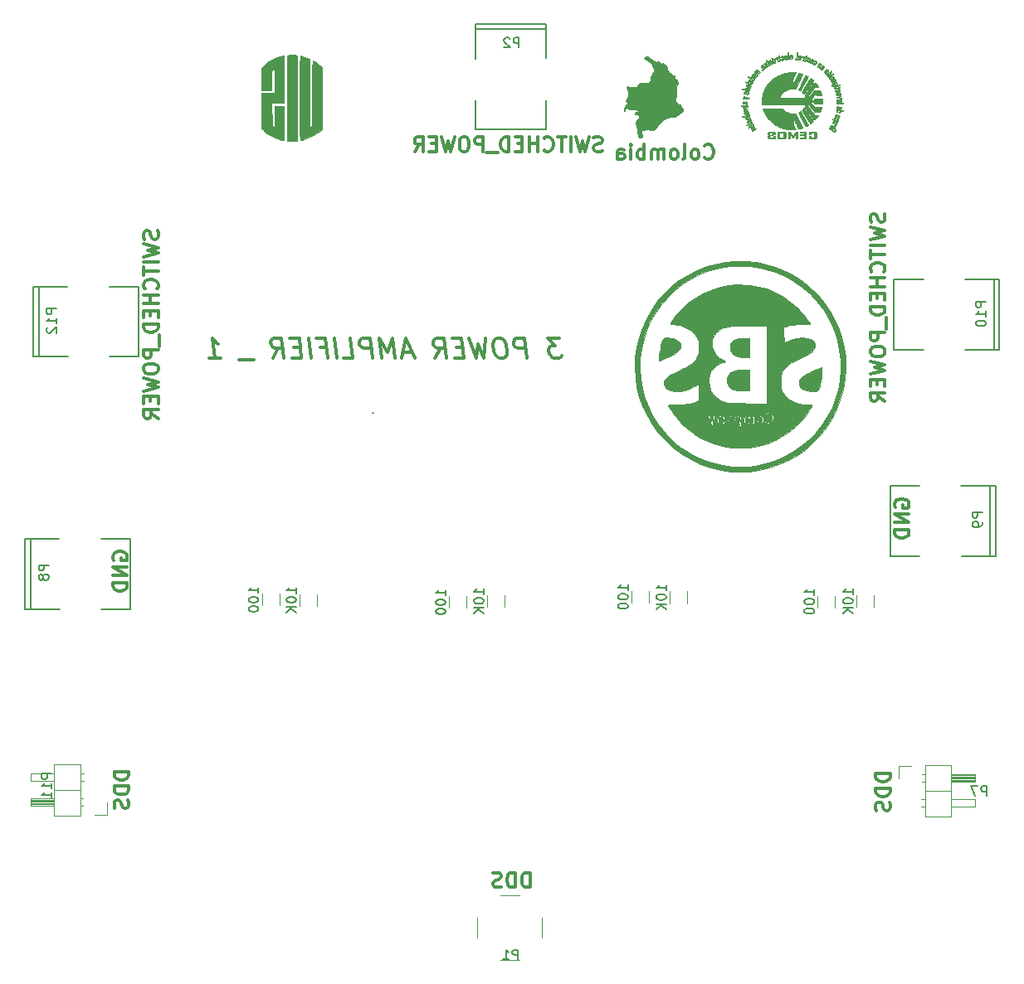
<source format=gbr>
G04 #@! TF.FileFunction,Legend,Bot*
%FSLAX46Y46*%
G04 Gerber Fmt 4.6, Leading zero omitted, Abs format (unit mm)*
G04 Created by KiCad (PCBNEW 4.0.2-stable) date 10/05/17 14:11:08*
%MOMM*%
G01*
G04 APERTURE LIST*
%ADD10C,0.100000*%
%ADD11C,0.300000*%
%ADD12C,0.200000*%
%ADD13C,0.120000*%
%ADD14C,0.150000*%
%ADD15C,0.010000*%
G04 APERTURE END LIST*
D10*
D11*
X148272000Y-59971714D02*
X148343429Y-60043143D01*
X148557715Y-60114571D01*
X148700572Y-60114571D01*
X148914857Y-60043143D01*
X149057715Y-59900286D01*
X149129143Y-59757429D01*
X149200572Y-59471714D01*
X149200572Y-59257429D01*
X149129143Y-58971714D01*
X149057715Y-58828857D01*
X148914857Y-58686000D01*
X148700572Y-58614571D01*
X148557715Y-58614571D01*
X148343429Y-58686000D01*
X148272000Y-58757429D01*
X147414857Y-60114571D02*
X147557715Y-60043143D01*
X147629143Y-59971714D01*
X147700572Y-59828857D01*
X147700572Y-59400286D01*
X147629143Y-59257429D01*
X147557715Y-59186000D01*
X147414857Y-59114571D01*
X147200572Y-59114571D01*
X147057715Y-59186000D01*
X146986286Y-59257429D01*
X146914857Y-59400286D01*
X146914857Y-59828857D01*
X146986286Y-59971714D01*
X147057715Y-60043143D01*
X147200572Y-60114571D01*
X147414857Y-60114571D01*
X146057714Y-60114571D02*
X146200572Y-60043143D01*
X146272000Y-59900286D01*
X146272000Y-58614571D01*
X145272000Y-60114571D02*
X145414858Y-60043143D01*
X145486286Y-59971714D01*
X145557715Y-59828857D01*
X145557715Y-59400286D01*
X145486286Y-59257429D01*
X145414858Y-59186000D01*
X145272000Y-59114571D01*
X145057715Y-59114571D01*
X144914858Y-59186000D01*
X144843429Y-59257429D01*
X144772000Y-59400286D01*
X144772000Y-59828857D01*
X144843429Y-59971714D01*
X144914858Y-60043143D01*
X145057715Y-60114571D01*
X145272000Y-60114571D01*
X144129143Y-60114571D02*
X144129143Y-59114571D01*
X144129143Y-59257429D02*
X144057715Y-59186000D01*
X143914857Y-59114571D01*
X143700572Y-59114571D01*
X143557715Y-59186000D01*
X143486286Y-59328857D01*
X143486286Y-60114571D01*
X143486286Y-59328857D02*
X143414857Y-59186000D01*
X143272000Y-59114571D01*
X143057715Y-59114571D01*
X142914857Y-59186000D01*
X142843429Y-59328857D01*
X142843429Y-60114571D01*
X142129143Y-60114571D02*
X142129143Y-58614571D01*
X142129143Y-59186000D02*
X141986286Y-59114571D01*
X141700572Y-59114571D01*
X141557715Y-59186000D01*
X141486286Y-59257429D01*
X141414857Y-59400286D01*
X141414857Y-59828857D01*
X141486286Y-59971714D01*
X141557715Y-60043143D01*
X141700572Y-60114571D01*
X141986286Y-60114571D01*
X142129143Y-60043143D01*
X140772000Y-60114571D02*
X140772000Y-59114571D01*
X140772000Y-58614571D02*
X140843429Y-58686000D01*
X140772000Y-58757429D01*
X140700572Y-58686000D01*
X140772000Y-58614571D01*
X140772000Y-58757429D01*
X139414857Y-60114571D02*
X139414857Y-59328857D01*
X139486286Y-59186000D01*
X139629143Y-59114571D01*
X139914857Y-59114571D01*
X140057714Y-59186000D01*
X139414857Y-60043143D02*
X139557714Y-60114571D01*
X139914857Y-60114571D01*
X140057714Y-60043143D01*
X140129143Y-59900286D01*
X140129143Y-59757429D01*
X140057714Y-59614571D01*
X139914857Y-59543143D01*
X139557714Y-59543143D01*
X139414857Y-59471714D01*
X166607143Y-65678571D02*
X166678571Y-65892857D01*
X166678571Y-66250000D01*
X166607143Y-66392857D01*
X166535714Y-66464286D01*
X166392857Y-66535714D01*
X166250000Y-66535714D01*
X166107143Y-66464286D01*
X166035714Y-66392857D01*
X165964286Y-66250000D01*
X165892857Y-65964286D01*
X165821429Y-65821428D01*
X165750000Y-65750000D01*
X165607143Y-65678571D01*
X165464286Y-65678571D01*
X165321429Y-65750000D01*
X165250000Y-65821428D01*
X165178571Y-65964286D01*
X165178571Y-66321428D01*
X165250000Y-66535714D01*
X165178571Y-67035714D02*
X166678571Y-67392857D01*
X165607143Y-67678571D01*
X166678571Y-67964285D01*
X165178571Y-68321428D01*
X166678571Y-68892857D02*
X165178571Y-68892857D01*
X165178571Y-69392857D02*
X165178571Y-70250000D01*
X166678571Y-69821429D02*
X165178571Y-69821429D01*
X166535714Y-71607143D02*
X166607143Y-71535714D01*
X166678571Y-71321428D01*
X166678571Y-71178571D01*
X166607143Y-70964286D01*
X166464286Y-70821428D01*
X166321429Y-70750000D01*
X166035714Y-70678571D01*
X165821429Y-70678571D01*
X165535714Y-70750000D01*
X165392857Y-70821428D01*
X165250000Y-70964286D01*
X165178571Y-71178571D01*
X165178571Y-71321428D01*
X165250000Y-71535714D01*
X165321429Y-71607143D01*
X166678571Y-72250000D02*
X165178571Y-72250000D01*
X165892857Y-72250000D02*
X165892857Y-73107143D01*
X166678571Y-73107143D02*
X165178571Y-73107143D01*
X165892857Y-73821429D02*
X165892857Y-74321429D01*
X166678571Y-74535715D02*
X166678571Y-73821429D01*
X165178571Y-73821429D01*
X165178571Y-74535715D01*
X166678571Y-75178572D02*
X165178571Y-75178572D01*
X165178571Y-75535715D01*
X165250000Y-75750000D01*
X165392857Y-75892858D01*
X165535714Y-75964286D01*
X165821429Y-76035715D01*
X166035714Y-76035715D01*
X166321429Y-75964286D01*
X166464286Y-75892858D01*
X166607143Y-75750000D01*
X166678571Y-75535715D01*
X166678571Y-75178572D01*
X166821429Y-76321429D02*
X166821429Y-77464286D01*
X166678571Y-77821429D02*
X165178571Y-77821429D01*
X165178571Y-78392857D01*
X165250000Y-78535715D01*
X165321429Y-78607143D01*
X165464286Y-78678572D01*
X165678571Y-78678572D01*
X165821429Y-78607143D01*
X165892857Y-78535715D01*
X165964286Y-78392857D01*
X165964286Y-77821429D01*
X165178571Y-79607143D02*
X165178571Y-79892857D01*
X165250000Y-80035715D01*
X165392857Y-80178572D01*
X165678571Y-80250000D01*
X166178571Y-80250000D01*
X166464286Y-80178572D01*
X166607143Y-80035715D01*
X166678571Y-79892857D01*
X166678571Y-79607143D01*
X166607143Y-79464286D01*
X166464286Y-79321429D01*
X166178571Y-79250000D01*
X165678571Y-79250000D01*
X165392857Y-79321429D01*
X165250000Y-79464286D01*
X165178571Y-79607143D01*
X165178571Y-80750001D02*
X166678571Y-81107144D01*
X165607143Y-81392858D01*
X166678571Y-81678572D01*
X165178571Y-82035715D01*
X165892857Y-82607144D02*
X165892857Y-83107144D01*
X166678571Y-83321430D02*
X166678571Y-82607144D01*
X165178571Y-82607144D01*
X165178571Y-83321430D01*
X166678571Y-84821430D02*
X165964286Y-84321430D01*
X166678571Y-83964287D02*
X165178571Y-83964287D01*
X165178571Y-84535715D01*
X165250000Y-84678573D01*
X165321429Y-84750001D01*
X165464286Y-84821430D01*
X165678571Y-84821430D01*
X165821429Y-84750001D01*
X165892857Y-84678573D01*
X165964286Y-84535715D01*
X165964286Y-83964287D01*
X92457143Y-67428571D02*
X92528571Y-67642857D01*
X92528571Y-68000000D01*
X92457143Y-68142857D01*
X92385714Y-68214286D01*
X92242857Y-68285714D01*
X92100000Y-68285714D01*
X91957143Y-68214286D01*
X91885714Y-68142857D01*
X91814286Y-68000000D01*
X91742857Y-67714286D01*
X91671429Y-67571428D01*
X91600000Y-67500000D01*
X91457143Y-67428571D01*
X91314286Y-67428571D01*
X91171429Y-67500000D01*
X91100000Y-67571428D01*
X91028571Y-67714286D01*
X91028571Y-68071428D01*
X91100000Y-68285714D01*
X91028571Y-68785714D02*
X92528571Y-69142857D01*
X91457143Y-69428571D01*
X92528571Y-69714285D01*
X91028571Y-70071428D01*
X92528571Y-70642857D02*
X91028571Y-70642857D01*
X91028571Y-71142857D02*
X91028571Y-72000000D01*
X92528571Y-71571429D02*
X91028571Y-71571429D01*
X92385714Y-73357143D02*
X92457143Y-73285714D01*
X92528571Y-73071428D01*
X92528571Y-72928571D01*
X92457143Y-72714286D01*
X92314286Y-72571428D01*
X92171429Y-72500000D01*
X91885714Y-72428571D01*
X91671429Y-72428571D01*
X91385714Y-72500000D01*
X91242857Y-72571428D01*
X91100000Y-72714286D01*
X91028571Y-72928571D01*
X91028571Y-73071428D01*
X91100000Y-73285714D01*
X91171429Y-73357143D01*
X92528571Y-74000000D02*
X91028571Y-74000000D01*
X91742857Y-74000000D02*
X91742857Y-74857143D01*
X92528571Y-74857143D02*
X91028571Y-74857143D01*
X91742857Y-75571429D02*
X91742857Y-76071429D01*
X92528571Y-76285715D02*
X92528571Y-75571429D01*
X91028571Y-75571429D01*
X91028571Y-76285715D01*
X92528571Y-76928572D02*
X91028571Y-76928572D01*
X91028571Y-77285715D01*
X91100000Y-77500000D01*
X91242857Y-77642858D01*
X91385714Y-77714286D01*
X91671429Y-77785715D01*
X91885714Y-77785715D01*
X92171429Y-77714286D01*
X92314286Y-77642858D01*
X92457143Y-77500000D01*
X92528571Y-77285715D01*
X92528571Y-76928572D01*
X92671429Y-78071429D02*
X92671429Y-79214286D01*
X92528571Y-79571429D02*
X91028571Y-79571429D01*
X91028571Y-80142857D01*
X91100000Y-80285715D01*
X91171429Y-80357143D01*
X91314286Y-80428572D01*
X91528571Y-80428572D01*
X91671429Y-80357143D01*
X91742857Y-80285715D01*
X91814286Y-80142857D01*
X91814286Y-79571429D01*
X91028571Y-81357143D02*
X91028571Y-81642857D01*
X91100000Y-81785715D01*
X91242857Y-81928572D01*
X91528571Y-82000000D01*
X92028571Y-82000000D01*
X92314286Y-81928572D01*
X92457143Y-81785715D01*
X92528571Y-81642857D01*
X92528571Y-81357143D01*
X92457143Y-81214286D01*
X92314286Y-81071429D01*
X92028571Y-81000000D01*
X91528571Y-81000000D01*
X91242857Y-81071429D01*
X91100000Y-81214286D01*
X91028571Y-81357143D01*
X91028571Y-82500001D02*
X92528571Y-82857144D01*
X91457143Y-83142858D01*
X92528571Y-83428572D01*
X91028571Y-83785715D01*
X91742857Y-84357144D02*
X91742857Y-84857144D01*
X92528571Y-85071430D02*
X92528571Y-84357144D01*
X91028571Y-84357144D01*
X91028571Y-85071430D01*
X92528571Y-86571430D02*
X91814286Y-86071430D01*
X92528571Y-85714287D02*
X91028571Y-85714287D01*
X91028571Y-86285715D01*
X91100000Y-86428573D01*
X91171429Y-86500001D01*
X91314286Y-86571430D01*
X91528571Y-86571430D01*
X91671429Y-86500001D01*
X91742857Y-86428573D01*
X91814286Y-86285715D01*
X91814286Y-85714287D01*
X137821429Y-59257143D02*
X137607143Y-59328571D01*
X137250000Y-59328571D01*
X137107143Y-59257143D01*
X137035714Y-59185714D01*
X136964286Y-59042857D01*
X136964286Y-58900000D01*
X137035714Y-58757143D01*
X137107143Y-58685714D01*
X137250000Y-58614286D01*
X137535714Y-58542857D01*
X137678572Y-58471429D01*
X137750000Y-58400000D01*
X137821429Y-58257143D01*
X137821429Y-58114286D01*
X137750000Y-57971429D01*
X137678572Y-57900000D01*
X137535714Y-57828571D01*
X137178572Y-57828571D01*
X136964286Y-57900000D01*
X136464286Y-57828571D02*
X136107143Y-59328571D01*
X135821429Y-58257143D01*
X135535715Y-59328571D01*
X135178572Y-57828571D01*
X134607143Y-59328571D02*
X134607143Y-57828571D01*
X134107143Y-57828571D02*
X133250000Y-57828571D01*
X133678571Y-59328571D02*
X133678571Y-57828571D01*
X131892857Y-59185714D02*
X131964286Y-59257143D01*
X132178572Y-59328571D01*
X132321429Y-59328571D01*
X132535714Y-59257143D01*
X132678572Y-59114286D01*
X132750000Y-58971429D01*
X132821429Y-58685714D01*
X132821429Y-58471429D01*
X132750000Y-58185714D01*
X132678572Y-58042857D01*
X132535714Y-57900000D01*
X132321429Y-57828571D01*
X132178572Y-57828571D01*
X131964286Y-57900000D01*
X131892857Y-57971429D01*
X131250000Y-59328571D02*
X131250000Y-57828571D01*
X131250000Y-58542857D02*
X130392857Y-58542857D01*
X130392857Y-59328571D02*
X130392857Y-57828571D01*
X129678571Y-58542857D02*
X129178571Y-58542857D01*
X128964285Y-59328571D02*
X129678571Y-59328571D01*
X129678571Y-57828571D01*
X128964285Y-57828571D01*
X128321428Y-59328571D02*
X128321428Y-57828571D01*
X127964285Y-57828571D01*
X127750000Y-57900000D01*
X127607142Y-58042857D01*
X127535714Y-58185714D01*
X127464285Y-58471429D01*
X127464285Y-58685714D01*
X127535714Y-58971429D01*
X127607142Y-59114286D01*
X127750000Y-59257143D01*
X127964285Y-59328571D01*
X128321428Y-59328571D01*
X127178571Y-59471429D02*
X126035714Y-59471429D01*
X125678571Y-59328571D02*
X125678571Y-57828571D01*
X125107143Y-57828571D01*
X124964285Y-57900000D01*
X124892857Y-57971429D01*
X124821428Y-58114286D01*
X124821428Y-58328571D01*
X124892857Y-58471429D01*
X124964285Y-58542857D01*
X125107143Y-58614286D01*
X125678571Y-58614286D01*
X123892857Y-57828571D02*
X123607143Y-57828571D01*
X123464285Y-57900000D01*
X123321428Y-58042857D01*
X123250000Y-58328571D01*
X123250000Y-58828571D01*
X123321428Y-59114286D01*
X123464285Y-59257143D01*
X123607143Y-59328571D01*
X123892857Y-59328571D01*
X124035714Y-59257143D01*
X124178571Y-59114286D01*
X124250000Y-58828571D01*
X124250000Y-58328571D01*
X124178571Y-58042857D01*
X124035714Y-57900000D01*
X123892857Y-57828571D01*
X122749999Y-57828571D02*
X122392856Y-59328571D01*
X122107142Y-58257143D01*
X121821428Y-59328571D01*
X121464285Y-57828571D01*
X120892856Y-58542857D02*
X120392856Y-58542857D01*
X120178570Y-59328571D02*
X120892856Y-59328571D01*
X120892856Y-57828571D01*
X120178570Y-57828571D01*
X118678570Y-59328571D02*
X119178570Y-58614286D01*
X119535713Y-59328571D02*
X119535713Y-57828571D01*
X118964285Y-57828571D01*
X118821427Y-57900000D01*
X118749999Y-57971429D01*
X118678570Y-58114286D01*
X118678570Y-58328571D01*
X118749999Y-58471429D01*
X118821427Y-58542857D01*
X118964285Y-58614286D01*
X119535713Y-58614286D01*
X87950000Y-101057143D02*
X87878571Y-100914286D01*
X87878571Y-100700000D01*
X87950000Y-100485715D01*
X88092857Y-100342857D01*
X88235714Y-100271429D01*
X88521429Y-100200000D01*
X88735714Y-100200000D01*
X89021429Y-100271429D01*
X89164286Y-100342857D01*
X89307143Y-100485715D01*
X89378571Y-100700000D01*
X89378571Y-100842857D01*
X89307143Y-101057143D01*
X89235714Y-101128572D01*
X88735714Y-101128572D01*
X88735714Y-100842857D01*
X89378571Y-101771429D02*
X87878571Y-101771429D01*
X89378571Y-102628572D01*
X87878571Y-102628572D01*
X89378571Y-103342858D02*
X87878571Y-103342858D01*
X87878571Y-103700001D01*
X87950000Y-103914286D01*
X88092857Y-104057144D01*
X88235714Y-104128572D01*
X88521429Y-104200001D01*
X88735714Y-104200001D01*
X89021429Y-104128572D01*
X89164286Y-104057144D01*
X89307143Y-103914286D01*
X89378571Y-103700001D01*
X89378571Y-103342858D01*
X89528571Y-122642858D02*
X88028571Y-122642858D01*
X88028571Y-123000001D01*
X88100000Y-123214286D01*
X88242857Y-123357144D01*
X88385714Y-123428572D01*
X88671429Y-123500001D01*
X88885714Y-123500001D01*
X89171429Y-123428572D01*
X89314286Y-123357144D01*
X89457143Y-123214286D01*
X89528571Y-123000001D01*
X89528571Y-122642858D01*
X89528571Y-124142858D02*
X88028571Y-124142858D01*
X88028571Y-124500001D01*
X88100000Y-124714286D01*
X88242857Y-124857144D01*
X88385714Y-124928572D01*
X88671429Y-125000001D01*
X88885714Y-125000001D01*
X89171429Y-124928572D01*
X89314286Y-124857144D01*
X89457143Y-124714286D01*
X89528571Y-124500001D01*
X89528571Y-124142858D01*
X89457143Y-125571429D02*
X89528571Y-125785715D01*
X89528571Y-126142858D01*
X89457143Y-126285715D01*
X89385714Y-126357144D01*
X89242857Y-126428572D01*
X89100000Y-126428572D01*
X88957143Y-126357144D01*
X88885714Y-126285715D01*
X88814286Y-126142858D01*
X88742857Y-125857144D01*
X88671429Y-125714286D01*
X88600000Y-125642858D01*
X88457143Y-125571429D01*
X88314286Y-125571429D01*
X88171429Y-125642858D01*
X88100000Y-125714286D01*
X88028571Y-125857144D01*
X88028571Y-126214286D01*
X88100000Y-126428572D01*
X167228571Y-122842858D02*
X165728571Y-122842858D01*
X165728571Y-123200001D01*
X165800000Y-123414286D01*
X165942857Y-123557144D01*
X166085714Y-123628572D01*
X166371429Y-123700001D01*
X166585714Y-123700001D01*
X166871429Y-123628572D01*
X167014286Y-123557144D01*
X167157143Y-123414286D01*
X167228571Y-123200001D01*
X167228571Y-122842858D01*
X167228571Y-124342858D02*
X165728571Y-124342858D01*
X165728571Y-124700001D01*
X165800000Y-124914286D01*
X165942857Y-125057144D01*
X166085714Y-125128572D01*
X166371429Y-125200001D01*
X166585714Y-125200001D01*
X166871429Y-125128572D01*
X167014286Y-125057144D01*
X167157143Y-124914286D01*
X167228571Y-124700001D01*
X167228571Y-124342858D01*
X167157143Y-125771429D02*
X167228571Y-125985715D01*
X167228571Y-126342858D01*
X167157143Y-126485715D01*
X167085714Y-126557144D01*
X166942857Y-126628572D01*
X166800000Y-126628572D01*
X166657143Y-126557144D01*
X166585714Y-126485715D01*
X166514286Y-126342858D01*
X166442857Y-126057144D01*
X166371429Y-125914286D01*
X166300000Y-125842858D01*
X166157143Y-125771429D01*
X166014286Y-125771429D01*
X165871429Y-125842858D01*
X165800000Y-125914286D01*
X165728571Y-126057144D01*
X165728571Y-126414286D01*
X165800000Y-126628572D01*
X167700000Y-95657143D02*
X167628571Y-95514286D01*
X167628571Y-95300000D01*
X167700000Y-95085715D01*
X167842857Y-94942857D01*
X167985714Y-94871429D01*
X168271429Y-94800000D01*
X168485714Y-94800000D01*
X168771429Y-94871429D01*
X168914286Y-94942857D01*
X169057143Y-95085715D01*
X169128571Y-95300000D01*
X169128571Y-95442857D01*
X169057143Y-95657143D01*
X168985714Y-95728572D01*
X168485714Y-95728572D01*
X168485714Y-95442857D01*
X169128571Y-96371429D02*
X167628571Y-96371429D01*
X169128571Y-97228572D01*
X167628571Y-97228572D01*
X169128571Y-97942858D02*
X167628571Y-97942858D01*
X167628571Y-98300001D01*
X167700000Y-98514286D01*
X167842857Y-98657144D01*
X167985714Y-98728572D01*
X168271429Y-98800001D01*
X168485714Y-98800001D01*
X168771429Y-98728572D01*
X168914286Y-98657144D01*
X169057143Y-98514286D01*
X169128571Y-98300001D01*
X169128571Y-97942858D01*
X130457142Y-134478571D02*
X130457142Y-132978571D01*
X130099999Y-132978571D01*
X129885714Y-133050000D01*
X129742856Y-133192857D01*
X129671428Y-133335714D01*
X129599999Y-133621429D01*
X129599999Y-133835714D01*
X129671428Y-134121429D01*
X129742856Y-134264286D01*
X129885714Y-134407143D01*
X130099999Y-134478571D01*
X130457142Y-134478571D01*
X128957142Y-134478571D02*
X128957142Y-132978571D01*
X128599999Y-132978571D01*
X128385714Y-133050000D01*
X128242856Y-133192857D01*
X128171428Y-133335714D01*
X128099999Y-133621429D01*
X128099999Y-133835714D01*
X128171428Y-134121429D01*
X128242856Y-134264286D01*
X128385714Y-134407143D01*
X128599999Y-134478571D01*
X128957142Y-134478571D01*
X127528571Y-134407143D02*
X127314285Y-134478571D01*
X126957142Y-134478571D01*
X126814285Y-134407143D01*
X126742856Y-134335714D01*
X126671428Y-134192857D01*
X126671428Y-134050000D01*
X126742856Y-133907143D01*
X126814285Y-133835714D01*
X126957142Y-133764286D01*
X127242856Y-133692857D01*
X127385714Y-133621429D01*
X127457142Y-133550000D01*
X127528571Y-133407143D01*
X127528571Y-133264286D01*
X127457142Y-133121429D01*
X127385714Y-133050000D01*
X127242856Y-132978571D01*
X126885714Y-132978571D01*
X126671428Y-133050000D01*
D12*
X114500000Y-86000000D02*
X114400000Y-86000000D01*
D11*
X133480716Y-78406762D02*
X132242620Y-78406762D01*
X133004525Y-79168667D01*
X132718811Y-79168667D01*
X132540240Y-79263905D01*
X132456907Y-79359143D01*
X132385477Y-79549619D01*
X132445001Y-80025810D01*
X132564050Y-80216286D01*
X132671192Y-80311524D01*
X132873573Y-80406762D01*
X133445001Y-80406762D01*
X133623573Y-80311524D01*
X133706907Y-80216286D01*
X130111668Y-80406762D02*
X129861668Y-78406762D01*
X129099763Y-78406762D01*
X128921192Y-78502000D01*
X128837858Y-78597238D01*
X128766429Y-78787714D01*
X128802144Y-79073429D01*
X128921191Y-79263905D01*
X129028335Y-79359143D01*
X129230716Y-79454381D01*
X129992621Y-79454381D01*
X127480715Y-78406762D02*
X127099763Y-78406762D01*
X126921192Y-78502000D01*
X126754524Y-78692476D01*
X126706906Y-79073429D01*
X126790239Y-79740095D01*
X126933096Y-80121048D01*
X127147382Y-80311524D01*
X127349763Y-80406762D01*
X127730715Y-80406762D01*
X127909286Y-80311524D01*
X128075954Y-80121048D01*
X128123573Y-79740095D01*
X128040240Y-79073429D01*
X127897382Y-78692476D01*
X127683096Y-78502000D01*
X127480715Y-78406762D01*
X125956906Y-78406762D02*
X125730715Y-80406762D01*
X125171192Y-78978190D01*
X124968810Y-80406762D01*
X124242620Y-78406762D01*
X123599764Y-79359143D02*
X122933097Y-79359143D01*
X122778335Y-80406762D02*
X123730716Y-80406762D01*
X123480716Y-78406762D01*
X122528335Y-78406762D01*
X120778334Y-80406762D02*
X121325954Y-79454381D01*
X121921192Y-80406762D02*
X121671192Y-78406762D01*
X120909287Y-78406762D01*
X120730716Y-78502000D01*
X120647382Y-78597238D01*
X120575953Y-78787714D01*
X120611668Y-79073429D01*
X120730715Y-79263905D01*
X120837859Y-79359143D01*
X121040240Y-79454381D01*
X121802145Y-79454381D01*
X118421192Y-79835333D02*
X117468811Y-79835333D01*
X118683096Y-80406762D02*
X117766429Y-78406762D01*
X117349762Y-80406762D01*
X116683096Y-80406762D02*
X116433096Y-78406762D01*
X115945001Y-79835333D01*
X115099762Y-78406762D01*
X115349762Y-80406762D01*
X114397382Y-80406762D02*
X114147382Y-78406762D01*
X113385477Y-78406762D01*
X113206906Y-78502000D01*
X113123572Y-78597238D01*
X113052143Y-78787714D01*
X113087858Y-79073429D01*
X113206905Y-79263905D01*
X113314049Y-79359143D01*
X113516430Y-79454381D01*
X114278335Y-79454381D01*
X111445001Y-80406762D02*
X112397382Y-80406762D01*
X112147382Y-78406762D01*
X110778334Y-80406762D02*
X110528334Y-78406762D01*
X109028334Y-79359143D02*
X109695001Y-79359143D01*
X109825953Y-80406762D02*
X109575953Y-78406762D01*
X108623572Y-78406762D01*
X108111667Y-80406762D02*
X107861667Y-78406762D01*
X107028334Y-79359143D02*
X106361667Y-79359143D01*
X106206905Y-80406762D02*
X107159286Y-80406762D01*
X106909286Y-78406762D01*
X105956905Y-78406762D01*
X104206904Y-80406762D02*
X104754524Y-79454381D01*
X105349762Y-80406762D02*
X105099762Y-78406762D01*
X104337857Y-78406762D01*
X104159286Y-78502000D01*
X104075952Y-78597238D01*
X104004523Y-78787714D01*
X104040238Y-79073429D01*
X104159285Y-79263905D01*
X104266429Y-79359143D01*
X104468810Y-79454381D01*
X105230715Y-79454381D01*
X102325952Y-80597238D02*
X100802142Y-80597238D01*
X97730712Y-80406762D02*
X98873570Y-80406762D01*
X98302141Y-80406762D02*
X98052141Y-78406762D01*
X98278331Y-78692476D01*
X98492617Y-78882952D01*
X98694999Y-78978190D01*
D13*
X170790000Y-122020000D02*
X170790000Y-127220000D01*
X170790000Y-127220000D02*
X173450000Y-127220000D01*
X173450000Y-127220000D02*
X173450000Y-122020000D01*
X173450000Y-122020000D02*
X170790000Y-122020000D01*
X173450000Y-122970000D02*
X175850000Y-122970000D01*
X175850000Y-122970000D02*
X175850000Y-123730000D01*
X175850000Y-123730000D02*
X173450000Y-123730000D01*
X173450000Y-123030000D02*
X175850000Y-123030000D01*
X173450000Y-123150000D02*
X175850000Y-123150000D01*
X173450000Y-123270000D02*
X175850000Y-123270000D01*
X173450000Y-123390000D02*
X175850000Y-123390000D01*
X173450000Y-123510000D02*
X175850000Y-123510000D01*
X173450000Y-123630000D02*
X175850000Y-123630000D01*
X170460000Y-122970000D02*
X170790000Y-122970000D01*
X170460000Y-123730000D02*
X170790000Y-123730000D01*
X170790000Y-124620000D02*
X173450000Y-124620000D01*
X173450000Y-125510000D02*
X175850000Y-125510000D01*
X175850000Y-125510000D02*
X175850000Y-126270000D01*
X175850000Y-126270000D02*
X173450000Y-126270000D01*
X170392929Y-125510000D02*
X170790000Y-125510000D01*
X170392929Y-126270000D02*
X170790000Y-126270000D01*
X168080000Y-123350000D02*
X168080000Y-122080000D01*
X168080000Y-122080000D02*
X169350000Y-122080000D01*
D14*
X177400320Y-100628860D02*
X177948960Y-100628860D01*
X177948960Y-100628860D02*
X177948960Y-93471140D01*
X177948960Y-93471140D02*
X177400320Y-93471140D01*
X170179100Y-93471140D02*
X167199680Y-93471140D01*
X167199680Y-93471140D02*
X167199680Y-100628860D01*
X174479320Y-100628860D02*
X177400320Y-100628860D01*
X177400320Y-100628860D02*
X177400320Y-93471140D01*
X177400320Y-93471140D02*
X174420900Y-93471140D01*
X167199680Y-100628860D02*
X170179100Y-100628860D01*
D13*
X84560000Y-127130000D02*
X84560000Y-121930000D01*
X84560000Y-121930000D02*
X81900000Y-121930000D01*
X81900000Y-121930000D02*
X81900000Y-127130000D01*
X81900000Y-127130000D02*
X84560000Y-127130000D01*
X81900000Y-126180000D02*
X79500000Y-126180000D01*
X79500000Y-126180000D02*
X79500000Y-125420000D01*
X79500000Y-125420000D02*
X81900000Y-125420000D01*
X81900000Y-126120000D02*
X79500000Y-126120000D01*
X81900000Y-126000000D02*
X79500000Y-126000000D01*
X81900000Y-125880000D02*
X79500000Y-125880000D01*
X81900000Y-125760000D02*
X79500000Y-125760000D01*
X81900000Y-125640000D02*
X79500000Y-125640000D01*
X81900000Y-125520000D02*
X79500000Y-125520000D01*
X84890000Y-126180000D02*
X84560000Y-126180000D01*
X84890000Y-125420000D02*
X84560000Y-125420000D01*
X84560000Y-124530000D02*
X81900000Y-124530000D01*
X81900000Y-123640000D02*
X79500000Y-123640000D01*
X79500000Y-123640000D02*
X79500000Y-122880000D01*
X79500000Y-122880000D02*
X81900000Y-122880000D01*
X84957071Y-123640000D02*
X84560000Y-123640000D01*
X84957071Y-122880000D02*
X84560000Y-122880000D01*
X87270000Y-125800000D02*
X87270000Y-127070000D01*
X87270000Y-127070000D02*
X86000000Y-127070000D01*
D14*
X132078860Y-46849680D02*
X132078860Y-46301040D01*
X132078860Y-46301040D02*
X124921140Y-46301040D01*
X124921140Y-46301040D02*
X124921140Y-46849680D01*
X124921140Y-54070900D02*
X124921140Y-57050320D01*
X124921140Y-57050320D02*
X132078860Y-57050320D01*
X132078860Y-49770680D02*
X132078860Y-46849680D01*
X132078860Y-46849680D02*
X124921140Y-46849680D01*
X124921140Y-46849680D02*
X124921140Y-49829100D01*
X132078860Y-57050320D02*
X132078860Y-54070900D01*
X177800320Y-79578860D02*
X178348960Y-79578860D01*
X178348960Y-79578860D02*
X178348960Y-72421140D01*
X178348960Y-72421140D02*
X177800320Y-72421140D01*
X170579100Y-72421140D02*
X167599680Y-72421140D01*
X167599680Y-72421140D02*
X167599680Y-79578860D01*
X174879320Y-79578860D02*
X177800320Y-79578860D01*
X177800320Y-79578860D02*
X177800320Y-72421140D01*
X177800320Y-72421140D02*
X174820900Y-72421140D01*
X167599680Y-79578860D02*
X170579100Y-79578860D01*
X80349680Y-73121140D02*
X79801040Y-73121140D01*
X79801040Y-73121140D02*
X79801040Y-80278860D01*
X79801040Y-80278860D02*
X80349680Y-80278860D01*
X87570900Y-80278860D02*
X90550320Y-80278860D01*
X90550320Y-80278860D02*
X90550320Y-73121140D01*
X83270680Y-73121140D02*
X80349680Y-73121140D01*
X80349680Y-73121140D02*
X80349680Y-80278860D01*
X80349680Y-80278860D02*
X83329100Y-80278860D01*
X90550320Y-73121140D02*
X87570900Y-73121140D01*
D13*
X131700000Y-137600000D02*
X131700000Y-139600000D01*
X125100000Y-137600000D02*
X125100000Y-139600000D01*
X129400000Y-141900000D02*
X127400000Y-141900000D01*
X129400000Y-135300000D02*
X127400000Y-135300000D01*
D14*
X79499680Y-98921140D02*
X78951040Y-98921140D01*
X78951040Y-98921140D02*
X78951040Y-106078860D01*
X78951040Y-106078860D02*
X79499680Y-106078860D01*
X86720900Y-106078860D02*
X89700320Y-106078860D01*
X89700320Y-106078860D02*
X89700320Y-98921140D01*
X82420680Y-98921140D02*
X79499680Y-98921140D01*
X79499680Y-98921140D02*
X79499680Y-106078860D01*
X79499680Y-106078860D02*
X82479100Y-106078860D01*
X89700320Y-98921140D02*
X86720900Y-98921140D01*
D13*
X104880000Y-105700000D02*
X104880000Y-104500000D01*
X103120000Y-104500000D02*
X103120000Y-105700000D01*
X108730000Y-105750000D02*
X108730000Y-104550000D01*
X106970000Y-104550000D02*
X106970000Y-105750000D01*
X123980000Y-105950000D02*
X123980000Y-104750000D01*
X122220000Y-104750000D02*
X122220000Y-105950000D01*
X127880000Y-105850000D02*
X127880000Y-104650000D01*
X126120000Y-104650000D02*
X126120000Y-105850000D01*
X142580000Y-105400000D02*
X142580000Y-104200000D01*
X140820000Y-104200000D02*
X140820000Y-105400000D01*
X146480000Y-105450000D02*
X146480000Y-104250000D01*
X144720000Y-104250000D02*
X144720000Y-105450000D01*
X161580000Y-105900000D02*
X161580000Y-104700000D01*
X159820000Y-104700000D02*
X159820000Y-105900000D01*
X165530000Y-105850000D02*
X165530000Y-104650000D01*
X163770000Y-104650000D02*
X163770000Y-105850000D01*
D15*
G36*
X150367022Y-70614922D02*
X149312481Y-70823641D01*
X148499771Y-71060850D01*
X147484960Y-71454168D01*
X146538423Y-71934327D01*
X145651979Y-72506504D01*
X144817449Y-73175879D01*
X144158435Y-73808902D01*
X143443251Y-74628353D01*
X142824861Y-75498411D01*
X142303209Y-76411722D01*
X141878240Y-77360929D01*
X141549897Y-78338679D01*
X141318127Y-79337615D01*
X141182873Y-80350384D01*
X141144079Y-81369630D01*
X141201690Y-82387997D01*
X141355651Y-83398132D01*
X141605905Y-84392678D01*
X141952398Y-85364282D01*
X142395074Y-86305587D01*
X142933877Y-87209240D01*
X143568752Y-88067884D01*
X144272000Y-88846468D01*
X145088101Y-89588797D01*
X145964244Y-90237777D01*
X146893625Y-90790865D01*
X147869439Y-91245519D01*
X148884882Y-91599198D01*
X149933148Y-91849359D01*
X151007432Y-91993461D01*
X152100930Y-92028961D01*
X152716067Y-92000686D01*
X153789774Y-91865897D01*
X154832657Y-91625887D01*
X155838301Y-91285654D01*
X156800290Y-90850195D01*
X157712209Y-90324509D01*
X158567644Y-89713592D01*
X159360178Y-89022442D01*
X160083397Y-88256058D01*
X160730885Y-87419435D01*
X161296227Y-86517573D01*
X161773009Y-85555469D01*
X162106888Y-84684974D01*
X162407028Y-83614299D01*
X162595385Y-82536133D01*
X162659938Y-81629218D01*
X162155916Y-81629218D01*
X162067871Y-82675324D01*
X161872983Y-83711830D01*
X161649435Y-84497333D01*
X161271860Y-85469757D01*
X160798516Y-86390409D01*
X160236481Y-87253697D01*
X159592835Y-88054027D01*
X158874657Y-88785808D01*
X158089025Y-89443446D01*
X157243019Y-90021350D01*
X156343717Y-90513926D01*
X155398200Y-90915582D01*
X154413544Y-91220725D01*
X153396830Y-91423763D01*
X152795111Y-91492546D01*
X152459312Y-91519383D01*
X152198833Y-91535845D01*
X151977220Y-91541964D01*
X151758017Y-91537772D01*
X151504771Y-91523300D01*
X151181025Y-91498580D01*
X151124086Y-91493986D01*
X150039798Y-91353138D01*
X149001183Y-91109263D01*
X148005613Y-90761367D01*
X147050461Y-90308457D01*
X146133098Y-89749541D01*
X145712519Y-89448652D01*
X145413214Y-89205447D01*
X145070978Y-88897121D01*
X144709566Y-88547750D01*
X144352735Y-88181415D01*
X144024240Y-87822194D01*
X143747837Y-87494166D01*
X143622889Y-87330634D01*
X143041390Y-86436870D01*
X142560005Y-85499377D01*
X142179436Y-84526367D01*
X141900385Y-83526054D01*
X141723553Y-82506649D01*
X141649644Y-81476364D01*
X141679357Y-80443412D01*
X141813397Y-79416006D01*
X142052463Y-78402357D01*
X142397259Y-77410679D01*
X142714954Y-76707695D01*
X143240855Y-75774656D01*
X143847978Y-74915431D01*
X144529579Y-74133084D01*
X145278911Y-73430679D01*
X146089231Y-72811279D01*
X146953792Y-72277948D01*
X147865849Y-71833751D01*
X148818657Y-71481750D01*
X149805472Y-71225011D01*
X150819547Y-71066596D01*
X151854138Y-71009570D01*
X152902499Y-71056996D01*
X153957884Y-71211939D01*
X154528855Y-71341524D01*
X155501052Y-71647508D01*
X156441838Y-72057335D01*
X157341671Y-72564094D01*
X158191005Y-73160877D01*
X158980298Y-73840776D01*
X159700006Y-74596880D01*
X160340584Y-75422282D01*
X160507565Y-75669611D01*
X161035423Y-76578834D01*
X161463624Y-77534022D01*
X161790972Y-78525916D01*
X162016269Y-79545254D01*
X162138316Y-80582775D01*
X162155916Y-81629218D01*
X162659938Y-81629218D01*
X162672289Y-81455704D01*
X162638071Y-80378239D01*
X162493062Y-79308966D01*
X162237592Y-78253110D01*
X161871991Y-77215899D01*
X161595288Y-76595111D01*
X161072958Y-75637042D01*
X160468653Y-74751385D01*
X159789215Y-73941029D01*
X159041480Y-73208866D01*
X158232290Y-72557784D01*
X157368482Y-71990675D01*
X156456896Y-71510429D01*
X155504370Y-71119936D01*
X154517745Y-70822086D01*
X153503858Y-70619769D01*
X152469549Y-70515876D01*
X151421658Y-70513297D01*
X150367022Y-70614922D01*
X150367022Y-70614922D01*
G37*
X150367022Y-70614922D02*
X149312481Y-70823641D01*
X148499771Y-71060850D01*
X147484960Y-71454168D01*
X146538423Y-71934327D01*
X145651979Y-72506504D01*
X144817449Y-73175879D01*
X144158435Y-73808902D01*
X143443251Y-74628353D01*
X142824861Y-75498411D01*
X142303209Y-76411722D01*
X141878240Y-77360929D01*
X141549897Y-78338679D01*
X141318127Y-79337615D01*
X141182873Y-80350384D01*
X141144079Y-81369630D01*
X141201690Y-82387997D01*
X141355651Y-83398132D01*
X141605905Y-84392678D01*
X141952398Y-85364282D01*
X142395074Y-86305587D01*
X142933877Y-87209240D01*
X143568752Y-88067884D01*
X144272000Y-88846468D01*
X145088101Y-89588797D01*
X145964244Y-90237777D01*
X146893625Y-90790865D01*
X147869439Y-91245519D01*
X148884882Y-91599198D01*
X149933148Y-91849359D01*
X151007432Y-91993461D01*
X152100930Y-92028961D01*
X152716067Y-92000686D01*
X153789774Y-91865897D01*
X154832657Y-91625887D01*
X155838301Y-91285654D01*
X156800290Y-90850195D01*
X157712209Y-90324509D01*
X158567644Y-89713592D01*
X159360178Y-89022442D01*
X160083397Y-88256058D01*
X160730885Y-87419435D01*
X161296227Y-86517573D01*
X161773009Y-85555469D01*
X162106888Y-84684974D01*
X162407028Y-83614299D01*
X162595385Y-82536133D01*
X162659938Y-81629218D01*
X162155916Y-81629218D01*
X162067871Y-82675324D01*
X161872983Y-83711830D01*
X161649435Y-84497333D01*
X161271860Y-85469757D01*
X160798516Y-86390409D01*
X160236481Y-87253697D01*
X159592835Y-88054027D01*
X158874657Y-88785808D01*
X158089025Y-89443446D01*
X157243019Y-90021350D01*
X156343717Y-90513926D01*
X155398200Y-90915582D01*
X154413544Y-91220725D01*
X153396830Y-91423763D01*
X152795111Y-91492546D01*
X152459312Y-91519383D01*
X152198833Y-91535845D01*
X151977220Y-91541964D01*
X151758017Y-91537772D01*
X151504771Y-91523300D01*
X151181025Y-91498580D01*
X151124086Y-91493986D01*
X150039798Y-91353138D01*
X149001183Y-91109263D01*
X148005613Y-90761367D01*
X147050461Y-90308457D01*
X146133098Y-89749541D01*
X145712519Y-89448652D01*
X145413214Y-89205447D01*
X145070978Y-88897121D01*
X144709566Y-88547750D01*
X144352735Y-88181415D01*
X144024240Y-87822194D01*
X143747837Y-87494166D01*
X143622889Y-87330634D01*
X143041390Y-86436870D01*
X142560005Y-85499377D01*
X142179436Y-84526367D01*
X141900385Y-83526054D01*
X141723553Y-82506649D01*
X141649644Y-81476364D01*
X141679357Y-80443412D01*
X141813397Y-79416006D01*
X142052463Y-78402357D01*
X142397259Y-77410679D01*
X142714954Y-76707695D01*
X143240855Y-75774656D01*
X143847978Y-74915431D01*
X144529579Y-74133084D01*
X145278911Y-73430679D01*
X146089231Y-72811279D01*
X146953792Y-72277948D01*
X147865849Y-71833751D01*
X148818657Y-71481750D01*
X149805472Y-71225011D01*
X150819547Y-71066596D01*
X151854138Y-71009570D01*
X152902499Y-71056996D01*
X153957884Y-71211939D01*
X154528855Y-71341524D01*
X155501052Y-71647508D01*
X156441838Y-72057335D01*
X157341671Y-72564094D01*
X158191005Y-73160877D01*
X158980298Y-73840776D01*
X159700006Y-74596880D01*
X160340584Y-75422282D01*
X160507565Y-75669611D01*
X161035423Y-76578834D01*
X161463624Y-77534022D01*
X161790972Y-78525916D01*
X162016269Y-79545254D01*
X162138316Y-80582775D01*
X162155916Y-81629218D01*
X162659938Y-81629218D01*
X162672289Y-81455704D01*
X162638071Y-80378239D01*
X162493062Y-79308966D01*
X162237592Y-78253110D01*
X161871991Y-77215899D01*
X161595288Y-76595111D01*
X161072958Y-75637042D01*
X160468653Y-74751385D01*
X159789215Y-73941029D01*
X159041480Y-73208866D01*
X158232290Y-72557784D01*
X157368482Y-71990675D01*
X156456896Y-71510429D01*
X155504370Y-71119936D01*
X154517745Y-70822086D01*
X153503858Y-70619769D01*
X152469549Y-70515876D01*
X151421658Y-70513297D01*
X150367022Y-70614922D01*
G36*
X151350679Y-72934628D02*
X150920296Y-72964374D01*
X150809659Y-72978126D01*
X149866107Y-73165222D01*
X148956617Y-73453344D01*
X148090247Y-73836998D01*
X147276057Y-74310690D01*
X146523104Y-74868927D01*
X145840448Y-75506214D01*
X145237147Y-76217058D01*
X145056828Y-76467115D01*
X144909882Y-76689530D01*
X144835980Y-76838274D01*
X144837779Y-76927938D01*
X144917937Y-76973112D01*
X145079112Y-76988386D01*
X145151971Y-76989358D01*
X145390951Y-77012232D01*
X145690897Y-77072147D01*
X146010562Y-77158225D01*
X146308697Y-77259588D01*
X146510255Y-77347538D01*
X146929565Y-77619437D01*
X147270478Y-77965805D01*
X147501371Y-78332562D01*
X147585501Y-78511126D01*
X147639467Y-78657973D01*
X147669916Y-78807929D01*
X147683497Y-78995821D01*
X147686856Y-79256475D01*
X147686889Y-79304444D01*
X147684502Y-79579111D01*
X147672902Y-79775757D01*
X147645434Y-79929221D01*
X147595441Y-80074342D01*
X147516267Y-80245958D01*
X147501103Y-80276870D01*
X147387282Y-80488403D01*
X147261207Y-80674896D01*
X147110760Y-80845090D01*
X146923822Y-81007722D01*
X146688273Y-81171533D01*
X146391995Y-81345261D01*
X146022868Y-81537645D01*
X145568773Y-81757424D01*
X145226117Y-81917349D01*
X144785643Y-82148484D01*
X144457616Y-82382896D01*
X144241628Y-82621088D01*
X144137271Y-82863565D01*
X144144138Y-83110829D01*
X144177924Y-83211158D01*
X144320956Y-83439699D01*
X144536804Y-83609062D01*
X144835484Y-83724474D01*
X145227012Y-83791165D01*
X145301999Y-83797910D01*
X145764884Y-83790692D01*
X146258822Y-83706171D01*
X146747021Y-83555068D01*
X147192687Y-83348105D01*
X147473778Y-83165054D01*
X147658667Y-83024032D01*
X147658667Y-83899808D01*
X147659642Y-84240840D01*
X147655541Y-84487776D01*
X147635826Y-84659273D01*
X147589958Y-84773993D01*
X147507397Y-84850594D01*
X147377605Y-84907737D01*
X147190043Y-84964080D01*
X147032129Y-85009120D01*
X146846046Y-85057077D01*
X146647427Y-85093236D01*
X146413295Y-85119986D01*
X146120672Y-85139717D01*
X145746578Y-85154818D01*
X145584334Y-85159671D01*
X145257427Y-85170781D01*
X144973285Y-85184211D01*
X144749594Y-85198813D01*
X144604036Y-85213439D01*
X144554222Y-85226491D01*
X144585123Y-85304248D01*
X144668488Y-85451862D01*
X144790312Y-85647943D01*
X144936590Y-85871102D01*
X145093317Y-86099951D01*
X145246488Y-86313100D01*
X145376316Y-86482021D01*
X146014806Y-87184744D01*
X146734375Y-87816832D01*
X147520907Y-88368333D01*
X148360287Y-88829290D01*
X149193968Y-89174329D01*
X149775812Y-89344866D01*
X150425136Y-89477964D01*
X151107139Y-89569810D01*
X151787019Y-89616587D01*
X152429976Y-89614481D01*
X152873638Y-89577699D01*
X153812943Y-89403489D01*
X154736896Y-89122170D01*
X155630601Y-88739521D01*
X156479161Y-88261323D01*
X156774445Y-88064300D01*
X157174452Y-87754209D01*
X157598408Y-87370951D01*
X158019528Y-86942207D01*
X158316151Y-86603875D01*
X155281454Y-86603875D01*
X155229237Y-86822289D01*
X155140121Y-86955232D01*
X154968682Y-87058424D01*
X154755837Y-87096263D01*
X154550722Y-87064218D01*
X154462460Y-87017727D01*
X154398675Y-86943109D01*
X154419549Y-86903917D01*
X154497942Y-86904521D01*
X154516098Y-86923523D01*
X154591746Y-86962668D01*
X154728143Y-86980746D01*
X154741679Y-86980889D01*
X154933693Y-86933250D01*
X155073009Y-86809282D01*
X155105276Y-86736310D01*
X154285245Y-86736310D01*
X154238343Y-86921327D01*
X154116725Y-87047595D01*
X153949020Y-87101786D01*
X153763860Y-87070573D01*
X153675514Y-87020122D01*
X153595240Y-86899823D01*
X153568955Y-86726403D01*
X153597267Y-86546212D01*
X153667636Y-86419057D01*
X153739648Y-86370779D01*
X153416000Y-86370779D01*
X153372744Y-86415177D01*
X153359556Y-86416444D01*
X153323880Y-86465673D01*
X153306431Y-86587697D01*
X153306495Y-86744023D01*
X153323360Y-86896156D01*
X153356312Y-87005603D01*
X153370845Y-87026044D01*
X153393095Y-87071682D01*
X153326843Y-87090829D01*
X153243845Y-87092913D01*
X153124862Y-87082320D01*
X153112109Y-87053251D01*
X153123113Y-87045119D01*
X153172503Y-86948737D01*
X153181141Y-86749821D01*
X153179557Y-86721428D01*
X153163576Y-86555591D01*
X153132145Y-86473656D01*
X153068647Y-86446638D01*
X153020889Y-86444666D01*
X152940875Y-86453242D01*
X152896375Y-86496949D01*
X152874257Y-86602755D01*
X152862850Y-86769222D01*
X152848396Y-86953836D01*
X152822506Y-87051796D01*
X152774357Y-87089338D01*
X152728939Y-87093778D01*
X152649744Y-87080364D01*
X152668512Y-87026027D01*
X152678760Y-87013282D01*
X152716559Y-86909485D01*
X152730251Y-86747293D01*
X152728005Y-86688727D01*
X152709597Y-86535323D01*
X152670599Y-86464261D01*
X152591152Y-86444993D01*
X152569334Y-86444666D01*
X152489320Y-86453242D01*
X152444820Y-86496949D01*
X152422702Y-86602755D01*
X152411295Y-86769222D01*
X152397104Y-86953386D01*
X152371656Y-87051117D01*
X152323679Y-87088868D01*
X152273006Y-87093778D01*
X152192483Y-87081243D01*
X152211612Y-87034039D01*
X152219378Y-87026044D01*
X152260102Y-86931914D01*
X152284252Y-86772916D01*
X152287111Y-86694289D01*
X152311354Y-86470391D01*
X152377676Y-86360000D01*
X152061334Y-86360000D01*
X152018381Y-86414804D01*
X152004889Y-86416444D01*
X151976448Y-86468972D01*
X151956625Y-86611163D01*
X151948498Y-86819925D01*
X151948445Y-86839778D01*
X151955448Y-87053084D01*
X151974407Y-87201760D01*
X152002242Y-87262715D01*
X152004889Y-87263111D01*
X152059693Y-87306064D01*
X152061334Y-87319555D01*
X152012285Y-87359187D01*
X151894107Y-87375995D01*
X151892000Y-87376000D01*
X151773106Y-87359650D01*
X151722680Y-87320258D01*
X151722667Y-87319555D01*
X151765620Y-87264751D01*
X151779111Y-87263111D01*
X151826338Y-87216296D01*
X151835556Y-87159998D01*
X151813177Y-87089597D01*
X151726179Y-87074957D01*
X151663996Y-87082064D01*
X151471893Y-87064730D01*
X151338598Y-86955930D01*
X151309773Y-86870050D01*
X151143063Y-86870050D01*
X151140755Y-87001439D01*
X151062508Y-87069049D01*
X150929039Y-87092975D01*
X150790395Y-87070302D01*
X150717956Y-87026044D01*
X150662026Y-86986775D01*
X150650222Y-87026044D01*
X150604218Y-87084735D01*
X150558645Y-87093778D01*
X150499654Y-87074417D01*
X150526812Y-87021789D01*
X150565626Y-86925508D01*
X150595829Y-86763604D01*
X150604279Y-86674793D01*
X150641878Y-86457965D01*
X150725670Y-86339040D01*
X150834495Y-86315842D01*
X150348806Y-86315842D01*
X150331769Y-86362045D01*
X150322845Y-86371289D01*
X150281091Y-86466213D01*
X150259213Y-86620938D01*
X150257046Y-86795630D01*
X150274427Y-86950454D01*
X150311191Y-87045578D01*
X150325667Y-87056395D01*
X150324968Y-87075813D01*
X150234482Y-87088102D01*
X150201489Y-87089321D01*
X150078230Y-87084176D01*
X150051809Y-87055699D01*
X150074489Y-87026044D01*
X150120117Y-86927066D01*
X150141912Y-86774875D01*
X150142222Y-86755111D01*
X150110981Y-86554827D01*
X150014536Y-86444121D01*
X149882973Y-86416444D01*
X149781102Y-86442458D01*
X149720889Y-86532690D01*
X149694116Y-86705425D01*
X149690667Y-86844394D01*
X149683741Y-87000225D01*
X149653073Y-87073318D01*
X149583823Y-87093472D01*
X149566489Y-87093778D01*
X149484084Y-87081491D01*
X149501120Y-87035287D01*
X149510045Y-87026044D01*
X149554302Y-86928427D01*
X149576991Y-86774066D01*
X149577778Y-86740111D01*
X149607316Y-86499660D01*
X149688270Y-86360000D01*
X149408445Y-86360000D01*
X149373157Y-86414876D01*
X149362387Y-86416444D01*
X149318317Y-86464385D01*
X149249951Y-86589084D01*
X149184005Y-86735700D01*
X149110474Y-86931674D01*
X149084469Y-87066916D01*
X149100330Y-87180269D01*
X149113596Y-87218989D01*
X149147236Y-87332757D01*
X149126696Y-87364829D01*
X149109814Y-87361123D01*
X149058186Y-87302057D01*
X148979557Y-87164715D01*
X148888724Y-86975688D01*
X148864424Y-86920167D01*
X148772398Y-86714496D01*
X148689807Y-86545586D01*
X148631653Y-86443749D01*
X148623255Y-86432938D01*
X148568091Y-86351744D01*
X148602818Y-86313069D01*
X148731111Y-86303555D01*
X148851351Y-86322945D01*
X148903366Y-86367222D01*
X148868508Y-86415550D01*
X148841353Y-86426734D01*
X148821277Y-86488659D01*
X148861875Y-86632094D01*
X148877902Y-86671327D01*
X148973542Y-86896222D01*
X149075202Y-86670444D01*
X149125521Y-86530788D01*
X149134370Y-86440692D01*
X149123321Y-86425852D01*
X149065646Y-86379775D01*
X149099026Y-86332546D01*
X149203778Y-86304950D01*
X149239111Y-86303555D01*
X149358006Y-86319905D01*
X149408432Y-86359297D01*
X149408445Y-86360000D01*
X149688270Y-86360000D01*
X149692810Y-86352168D01*
X149829578Y-86301523D01*
X150012938Y-86351614D01*
X150033044Y-86361986D01*
X150122904Y-86391586D01*
X150142222Y-86361986D01*
X150189938Y-86316028D01*
X150266400Y-86303555D01*
X150348806Y-86315842D01*
X150834495Y-86315842D01*
X150864069Y-86309538D01*
X150951931Y-86324541D01*
X151074982Y-86373544D01*
X151094312Y-86418941D01*
X151018078Y-86442060D01*
X150904222Y-86433732D01*
X150768974Y-86422282D01*
X150713400Y-86453435D01*
X150706667Y-86493726D01*
X150705430Y-86599774D01*
X150704446Y-86628111D01*
X150751941Y-86664778D01*
X150870409Y-86696751D01*
X150882045Y-86698666D01*
X151051464Y-86760851D01*
X151143063Y-86870050D01*
X151309773Y-86870050D01*
X151274984Y-86766404D01*
X151271111Y-86693950D01*
X151294126Y-86527213D01*
X151350944Y-86402151D01*
X151359810Y-86392254D01*
X151498294Y-86317079D01*
X151656776Y-86313825D01*
X151767822Y-86371289D01*
X151823752Y-86410558D01*
X151835556Y-86371289D01*
X151882716Y-86316306D01*
X151948445Y-86303555D01*
X152040165Y-86327193D01*
X152061334Y-86360000D01*
X152377676Y-86360000D01*
X152386518Y-86345283D01*
X152516256Y-86315235D01*
X152630059Y-86344338D01*
X152752370Y-86374814D01*
X152821411Y-86362939D01*
X152822396Y-86361516D01*
X152888301Y-86335850D01*
X153019406Y-86323190D01*
X153175826Y-86322914D01*
X153317674Y-86334398D01*
X153405067Y-86357021D01*
X153416000Y-86370779D01*
X153739648Y-86370779D01*
X153820273Y-86316727D01*
X153983163Y-86308950D01*
X154131484Y-86382975D01*
X154240416Y-86526054D01*
X154285139Y-86725436D01*
X154285245Y-86736310D01*
X155105276Y-86736310D01*
X155149011Y-86637407D01*
X155151084Y-86446048D01*
X155068612Y-86263628D01*
X155027233Y-86216323D01*
X154887876Y-86122469D01*
X154732967Y-86082260D01*
X154594700Y-86095183D01*
X154505269Y-86160723D01*
X154488445Y-86224928D01*
X154455948Y-86296082D01*
X154432000Y-86303555D01*
X154389071Y-86255392D01*
X154375556Y-86166929D01*
X154421849Y-86053610D01*
X154541633Y-85988110D01*
X154706266Y-85970160D01*
X154887107Y-85999489D01*
X155055514Y-86075827D01*
X155165090Y-86174390D01*
X155260530Y-86373571D01*
X155281454Y-86603875D01*
X158316151Y-86603875D01*
X158411029Y-86495656D01*
X158746125Y-86058979D01*
X158822521Y-85947760D01*
X158975533Y-85712636D01*
X159102310Y-85506371D01*
X159190841Y-85349356D01*
X159229113Y-85261985D01*
X159229778Y-85256315D01*
X159203671Y-85211317D01*
X159112201Y-85185731D01*
X158935648Y-85175431D01*
X158839632Y-85174666D01*
X158249774Y-85134370D01*
X157954151Y-85070713D01*
X154657778Y-85070713D01*
X152696334Y-85048230D01*
X152156949Y-85041389D01*
X151717724Y-85034018D01*
X151365929Y-85025428D01*
X151088835Y-85014933D01*
X150873712Y-85001844D01*
X150707833Y-84985474D01*
X150578466Y-84965135D01*
X150472884Y-84940139D01*
X150424445Y-84925490D01*
X149895041Y-84710414D01*
X149462505Y-84437856D01*
X149125880Y-84106677D01*
X148884212Y-83715738D01*
X148736542Y-83263899D01*
X148685184Y-82852565D01*
X148688419Y-82445114D01*
X148748445Y-82110642D01*
X148874508Y-81819741D01*
X149075854Y-81543003D01*
X149108513Y-81506007D01*
X149460199Y-81183678D01*
X149845901Y-80964741D01*
X150085778Y-80883329D01*
X150256455Y-80837302D01*
X150388505Y-80800848D01*
X150420307Y-80791720D01*
X150414717Y-80758702D01*
X150324668Y-80694033D01*
X150169206Y-80611123D01*
X150152488Y-80603145D01*
X149724788Y-80350307D01*
X149392411Y-80043215D01*
X149158162Y-79685899D01*
X149024848Y-79282386D01*
X148992736Y-78937555D01*
X149041806Y-78499151D01*
X149188503Y-78117250D01*
X149432052Y-77793025D01*
X149771680Y-77527647D01*
X150003662Y-77405127D01*
X150186344Y-77326868D01*
X150367718Y-77263257D01*
X150561813Y-77212818D01*
X150782657Y-77174075D01*
X151044278Y-77145553D01*
X151360704Y-77125777D01*
X151745963Y-77113270D01*
X152214084Y-77106558D01*
X152779094Y-77104165D01*
X152865667Y-77104091D01*
X154657778Y-77103111D01*
X154657778Y-85070713D01*
X157954151Y-85070713D01*
X157705418Y-85017153D01*
X157217596Y-84828522D01*
X156797336Y-84573985D01*
X156455669Y-84259049D01*
X156203625Y-83889223D01*
X156183189Y-83848222D01*
X156117946Y-83693132D01*
X156074166Y-83529608D01*
X156046320Y-83326147D01*
X156028879Y-83051242D01*
X156024666Y-82945111D01*
X156025900Y-82522424D01*
X156069672Y-82179428D01*
X156164953Y-81888030D01*
X156320712Y-81620137D01*
X156528766Y-81366308D01*
X156715264Y-81179937D01*
X156925040Y-81009059D01*
X157175746Y-80842740D01*
X157485034Y-80670044D01*
X157870556Y-80480037D01*
X158213706Y-80322574D01*
X158499047Y-80190079D01*
X158763939Y-80059168D01*
X158982813Y-79943020D01*
X159130098Y-79854816D01*
X159153310Y-79838240D01*
X159392667Y-79604732D01*
X159528567Y-79357630D01*
X159561749Y-79110440D01*
X159492951Y-78876664D01*
X159322913Y-78669808D01*
X159081011Y-78516438D01*
X158692180Y-78391803D01*
X158243634Y-78349606D01*
X157750746Y-78387994D01*
X157228892Y-78505111D01*
X156693446Y-78699104D01*
X156393445Y-78840600D01*
X156378483Y-78795446D01*
X156365842Y-78656605D01*
X156356549Y-78443270D01*
X156351628Y-78174635D01*
X156351111Y-78048082D01*
X156351111Y-77233869D01*
X156562778Y-77172991D01*
X156924506Y-77082148D01*
X157289531Y-77020540D01*
X157692070Y-76984015D01*
X158166342Y-76968422D01*
X158256108Y-76967558D01*
X158542695Y-76963714D01*
X158784064Y-76956924D01*
X158960232Y-76948028D01*
X159051221Y-76937867D01*
X159059305Y-76933778D01*
X159022619Y-76853591D01*
X158925077Y-76706260D01*
X158780538Y-76509263D01*
X158602863Y-76280081D01*
X158405911Y-76036195D01*
X158203541Y-75795083D01*
X158009615Y-75574226D01*
X157837991Y-75391105D01*
X157828563Y-75381555D01*
X157109157Y-74734925D01*
X156323668Y-74178432D01*
X155478416Y-73715597D01*
X154579718Y-73349944D01*
X153760944Y-73114008D01*
X153361701Y-73039783D01*
X152885875Y-72983113D01*
X152368645Y-72945617D01*
X151845187Y-72928916D01*
X151350679Y-72934628D01*
X151350679Y-72934628D01*
G37*
X151350679Y-72934628D02*
X150920296Y-72964374D01*
X150809659Y-72978126D01*
X149866107Y-73165222D01*
X148956617Y-73453344D01*
X148090247Y-73836998D01*
X147276057Y-74310690D01*
X146523104Y-74868927D01*
X145840448Y-75506214D01*
X145237147Y-76217058D01*
X145056828Y-76467115D01*
X144909882Y-76689530D01*
X144835980Y-76838274D01*
X144837779Y-76927938D01*
X144917937Y-76973112D01*
X145079112Y-76988386D01*
X145151971Y-76989358D01*
X145390951Y-77012232D01*
X145690897Y-77072147D01*
X146010562Y-77158225D01*
X146308697Y-77259588D01*
X146510255Y-77347538D01*
X146929565Y-77619437D01*
X147270478Y-77965805D01*
X147501371Y-78332562D01*
X147585501Y-78511126D01*
X147639467Y-78657973D01*
X147669916Y-78807929D01*
X147683497Y-78995821D01*
X147686856Y-79256475D01*
X147686889Y-79304444D01*
X147684502Y-79579111D01*
X147672902Y-79775757D01*
X147645434Y-79929221D01*
X147595441Y-80074342D01*
X147516267Y-80245958D01*
X147501103Y-80276870D01*
X147387282Y-80488403D01*
X147261207Y-80674896D01*
X147110760Y-80845090D01*
X146923822Y-81007722D01*
X146688273Y-81171533D01*
X146391995Y-81345261D01*
X146022868Y-81537645D01*
X145568773Y-81757424D01*
X145226117Y-81917349D01*
X144785643Y-82148484D01*
X144457616Y-82382896D01*
X144241628Y-82621088D01*
X144137271Y-82863565D01*
X144144138Y-83110829D01*
X144177924Y-83211158D01*
X144320956Y-83439699D01*
X144536804Y-83609062D01*
X144835484Y-83724474D01*
X145227012Y-83791165D01*
X145301999Y-83797910D01*
X145764884Y-83790692D01*
X146258822Y-83706171D01*
X146747021Y-83555068D01*
X147192687Y-83348105D01*
X147473778Y-83165054D01*
X147658667Y-83024032D01*
X147658667Y-83899808D01*
X147659642Y-84240840D01*
X147655541Y-84487776D01*
X147635826Y-84659273D01*
X147589958Y-84773993D01*
X147507397Y-84850594D01*
X147377605Y-84907737D01*
X147190043Y-84964080D01*
X147032129Y-85009120D01*
X146846046Y-85057077D01*
X146647427Y-85093236D01*
X146413295Y-85119986D01*
X146120672Y-85139717D01*
X145746578Y-85154818D01*
X145584334Y-85159671D01*
X145257427Y-85170781D01*
X144973285Y-85184211D01*
X144749594Y-85198813D01*
X144604036Y-85213439D01*
X144554222Y-85226491D01*
X144585123Y-85304248D01*
X144668488Y-85451862D01*
X144790312Y-85647943D01*
X144936590Y-85871102D01*
X145093317Y-86099951D01*
X145246488Y-86313100D01*
X145376316Y-86482021D01*
X146014806Y-87184744D01*
X146734375Y-87816832D01*
X147520907Y-88368333D01*
X148360287Y-88829290D01*
X149193968Y-89174329D01*
X149775812Y-89344866D01*
X150425136Y-89477964D01*
X151107139Y-89569810D01*
X151787019Y-89616587D01*
X152429976Y-89614481D01*
X152873638Y-89577699D01*
X153812943Y-89403489D01*
X154736896Y-89122170D01*
X155630601Y-88739521D01*
X156479161Y-88261323D01*
X156774445Y-88064300D01*
X157174452Y-87754209D01*
X157598408Y-87370951D01*
X158019528Y-86942207D01*
X158316151Y-86603875D01*
X155281454Y-86603875D01*
X155229237Y-86822289D01*
X155140121Y-86955232D01*
X154968682Y-87058424D01*
X154755837Y-87096263D01*
X154550722Y-87064218D01*
X154462460Y-87017727D01*
X154398675Y-86943109D01*
X154419549Y-86903917D01*
X154497942Y-86904521D01*
X154516098Y-86923523D01*
X154591746Y-86962668D01*
X154728143Y-86980746D01*
X154741679Y-86980889D01*
X154933693Y-86933250D01*
X155073009Y-86809282D01*
X155105276Y-86736310D01*
X154285245Y-86736310D01*
X154238343Y-86921327D01*
X154116725Y-87047595D01*
X153949020Y-87101786D01*
X153763860Y-87070573D01*
X153675514Y-87020122D01*
X153595240Y-86899823D01*
X153568955Y-86726403D01*
X153597267Y-86546212D01*
X153667636Y-86419057D01*
X153739648Y-86370779D01*
X153416000Y-86370779D01*
X153372744Y-86415177D01*
X153359556Y-86416444D01*
X153323880Y-86465673D01*
X153306431Y-86587697D01*
X153306495Y-86744023D01*
X153323360Y-86896156D01*
X153356312Y-87005603D01*
X153370845Y-87026044D01*
X153393095Y-87071682D01*
X153326843Y-87090829D01*
X153243845Y-87092913D01*
X153124862Y-87082320D01*
X153112109Y-87053251D01*
X153123113Y-87045119D01*
X153172503Y-86948737D01*
X153181141Y-86749821D01*
X153179557Y-86721428D01*
X153163576Y-86555591D01*
X153132145Y-86473656D01*
X153068647Y-86446638D01*
X153020889Y-86444666D01*
X152940875Y-86453242D01*
X152896375Y-86496949D01*
X152874257Y-86602755D01*
X152862850Y-86769222D01*
X152848396Y-86953836D01*
X152822506Y-87051796D01*
X152774357Y-87089338D01*
X152728939Y-87093778D01*
X152649744Y-87080364D01*
X152668512Y-87026027D01*
X152678760Y-87013282D01*
X152716559Y-86909485D01*
X152730251Y-86747293D01*
X152728005Y-86688727D01*
X152709597Y-86535323D01*
X152670599Y-86464261D01*
X152591152Y-86444993D01*
X152569334Y-86444666D01*
X152489320Y-86453242D01*
X152444820Y-86496949D01*
X152422702Y-86602755D01*
X152411295Y-86769222D01*
X152397104Y-86953386D01*
X152371656Y-87051117D01*
X152323679Y-87088868D01*
X152273006Y-87093778D01*
X152192483Y-87081243D01*
X152211612Y-87034039D01*
X152219378Y-87026044D01*
X152260102Y-86931914D01*
X152284252Y-86772916D01*
X152287111Y-86694289D01*
X152311354Y-86470391D01*
X152377676Y-86360000D01*
X152061334Y-86360000D01*
X152018381Y-86414804D01*
X152004889Y-86416444D01*
X151976448Y-86468972D01*
X151956625Y-86611163D01*
X151948498Y-86819925D01*
X151948445Y-86839778D01*
X151955448Y-87053084D01*
X151974407Y-87201760D01*
X152002242Y-87262715D01*
X152004889Y-87263111D01*
X152059693Y-87306064D01*
X152061334Y-87319555D01*
X152012285Y-87359187D01*
X151894107Y-87375995D01*
X151892000Y-87376000D01*
X151773106Y-87359650D01*
X151722680Y-87320258D01*
X151722667Y-87319555D01*
X151765620Y-87264751D01*
X151779111Y-87263111D01*
X151826338Y-87216296D01*
X151835556Y-87159998D01*
X151813177Y-87089597D01*
X151726179Y-87074957D01*
X151663996Y-87082064D01*
X151471893Y-87064730D01*
X151338598Y-86955930D01*
X151309773Y-86870050D01*
X151143063Y-86870050D01*
X151140755Y-87001439D01*
X151062508Y-87069049D01*
X150929039Y-87092975D01*
X150790395Y-87070302D01*
X150717956Y-87026044D01*
X150662026Y-86986775D01*
X150650222Y-87026044D01*
X150604218Y-87084735D01*
X150558645Y-87093778D01*
X150499654Y-87074417D01*
X150526812Y-87021789D01*
X150565626Y-86925508D01*
X150595829Y-86763604D01*
X150604279Y-86674793D01*
X150641878Y-86457965D01*
X150725670Y-86339040D01*
X150834495Y-86315842D01*
X150348806Y-86315842D01*
X150331769Y-86362045D01*
X150322845Y-86371289D01*
X150281091Y-86466213D01*
X150259213Y-86620938D01*
X150257046Y-86795630D01*
X150274427Y-86950454D01*
X150311191Y-87045578D01*
X150325667Y-87056395D01*
X150324968Y-87075813D01*
X150234482Y-87088102D01*
X150201489Y-87089321D01*
X150078230Y-87084176D01*
X150051809Y-87055699D01*
X150074489Y-87026044D01*
X150120117Y-86927066D01*
X150141912Y-86774875D01*
X150142222Y-86755111D01*
X150110981Y-86554827D01*
X150014536Y-86444121D01*
X149882973Y-86416444D01*
X149781102Y-86442458D01*
X149720889Y-86532690D01*
X149694116Y-86705425D01*
X149690667Y-86844394D01*
X149683741Y-87000225D01*
X149653073Y-87073318D01*
X149583823Y-87093472D01*
X149566489Y-87093778D01*
X149484084Y-87081491D01*
X149501120Y-87035287D01*
X149510045Y-87026044D01*
X149554302Y-86928427D01*
X149576991Y-86774066D01*
X149577778Y-86740111D01*
X149607316Y-86499660D01*
X149688270Y-86360000D01*
X149408445Y-86360000D01*
X149373157Y-86414876D01*
X149362387Y-86416444D01*
X149318317Y-86464385D01*
X149249951Y-86589084D01*
X149184005Y-86735700D01*
X149110474Y-86931674D01*
X149084469Y-87066916D01*
X149100330Y-87180269D01*
X149113596Y-87218989D01*
X149147236Y-87332757D01*
X149126696Y-87364829D01*
X149109814Y-87361123D01*
X149058186Y-87302057D01*
X148979557Y-87164715D01*
X148888724Y-86975688D01*
X148864424Y-86920167D01*
X148772398Y-86714496D01*
X148689807Y-86545586D01*
X148631653Y-86443749D01*
X148623255Y-86432938D01*
X148568091Y-86351744D01*
X148602818Y-86313069D01*
X148731111Y-86303555D01*
X148851351Y-86322945D01*
X148903366Y-86367222D01*
X148868508Y-86415550D01*
X148841353Y-86426734D01*
X148821277Y-86488659D01*
X148861875Y-86632094D01*
X148877902Y-86671327D01*
X148973542Y-86896222D01*
X149075202Y-86670444D01*
X149125521Y-86530788D01*
X149134370Y-86440692D01*
X149123321Y-86425852D01*
X149065646Y-86379775D01*
X149099026Y-86332546D01*
X149203778Y-86304950D01*
X149239111Y-86303555D01*
X149358006Y-86319905D01*
X149408432Y-86359297D01*
X149408445Y-86360000D01*
X149688270Y-86360000D01*
X149692810Y-86352168D01*
X149829578Y-86301523D01*
X150012938Y-86351614D01*
X150033044Y-86361986D01*
X150122904Y-86391586D01*
X150142222Y-86361986D01*
X150189938Y-86316028D01*
X150266400Y-86303555D01*
X150348806Y-86315842D01*
X150834495Y-86315842D01*
X150864069Y-86309538D01*
X150951931Y-86324541D01*
X151074982Y-86373544D01*
X151094312Y-86418941D01*
X151018078Y-86442060D01*
X150904222Y-86433732D01*
X150768974Y-86422282D01*
X150713400Y-86453435D01*
X150706667Y-86493726D01*
X150705430Y-86599774D01*
X150704446Y-86628111D01*
X150751941Y-86664778D01*
X150870409Y-86696751D01*
X150882045Y-86698666D01*
X151051464Y-86760851D01*
X151143063Y-86870050D01*
X151309773Y-86870050D01*
X151274984Y-86766404D01*
X151271111Y-86693950D01*
X151294126Y-86527213D01*
X151350944Y-86402151D01*
X151359810Y-86392254D01*
X151498294Y-86317079D01*
X151656776Y-86313825D01*
X151767822Y-86371289D01*
X151823752Y-86410558D01*
X151835556Y-86371289D01*
X151882716Y-86316306D01*
X151948445Y-86303555D01*
X152040165Y-86327193D01*
X152061334Y-86360000D01*
X152377676Y-86360000D01*
X152386518Y-86345283D01*
X152516256Y-86315235D01*
X152630059Y-86344338D01*
X152752370Y-86374814D01*
X152821411Y-86362939D01*
X152822396Y-86361516D01*
X152888301Y-86335850D01*
X153019406Y-86323190D01*
X153175826Y-86322914D01*
X153317674Y-86334398D01*
X153405067Y-86357021D01*
X153416000Y-86370779D01*
X153739648Y-86370779D01*
X153820273Y-86316727D01*
X153983163Y-86308950D01*
X154131484Y-86382975D01*
X154240416Y-86526054D01*
X154285139Y-86725436D01*
X154285245Y-86736310D01*
X155105276Y-86736310D01*
X155149011Y-86637407D01*
X155151084Y-86446048D01*
X155068612Y-86263628D01*
X155027233Y-86216323D01*
X154887876Y-86122469D01*
X154732967Y-86082260D01*
X154594700Y-86095183D01*
X154505269Y-86160723D01*
X154488445Y-86224928D01*
X154455948Y-86296082D01*
X154432000Y-86303555D01*
X154389071Y-86255392D01*
X154375556Y-86166929D01*
X154421849Y-86053610D01*
X154541633Y-85988110D01*
X154706266Y-85970160D01*
X154887107Y-85999489D01*
X155055514Y-86075827D01*
X155165090Y-86174390D01*
X155260530Y-86373571D01*
X155281454Y-86603875D01*
X158316151Y-86603875D01*
X158411029Y-86495656D01*
X158746125Y-86058979D01*
X158822521Y-85947760D01*
X158975533Y-85712636D01*
X159102310Y-85506371D01*
X159190841Y-85349356D01*
X159229113Y-85261985D01*
X159229778Y-85256315D01*
X159203671Y-85211317D01*
X159112201Y-85185731D01*
X158935648Y-85175431D01*
X158839632Y-85174666D01*
X158249774Y-85134370D01*
X157954151Y-85070713D01*
X154657778Y-85070713D01*
X152696334Y-85048230D01*
X152156949Y-85041389D01*
X151717724Y-85034018D01*
X151365929Y-85025428D01*
X151088835Y-85014933D01*
X150873712Y-85001844D01*
X150707833Y-84985474D01*
X150578466Y-84965135D01*
X150472884Y-84940139D01*
X150424445Y-84925490D01*
X149895041Y-84710414D01*
X149462505Y-84437856D01*
X149125880Y-84106677D01*
X148884212Y-83715738D01*
X148736542Y-83263899D01*
X148685184Y-82852565D01*
X148688419Y-82445114D01*
X148748445Y-82110642D01*
X148874508Y-81819741D01*
X149075854Y-81543003D01*
X149108513Y-81506007D01*
X149460199Y-81183678D01*
X149845901Y-80964741D01*
X150085778Y-80883329D01*
X150256455Y-80837302D01*
X150388505Y-80800848D01*
X150420307Y-80791720D01*
X150414717Y-80758702D01*
X150324668Y-80694033D01*
X150169206Y-80611123D01*
X150152488Y-80603145D01*
X149724788Y-80350307D01*
X149392411Y-80043215D01*
X149158162Y-79685899D01*
X149024848Y-79282386D01*
X148992736Y-78937555D01*
X149041806Y-78499151D01*
X149188503Y-78117250D01*
X149432052Y-77793025D01*
X149771680Y-77527647D01*
X150003662Y-77405127D01*
X150186344Y-77326868D01*
X150367718Y-77263257D01*
X150561813Y-77212818D01*
X150782657Y-77174075D01*
X151044278Y-77145553D01*
X151360704Y-77125777D01*
X151745963Y-77113270D01*
X152214084Y-77106558D01*
X152779094Y-77104165D01*
X152865667Y-77104091D01*
X154657778Y-77103111D01*
X154657778Y-85070713D01*
X157954151Y-85070713D01*
X157705418Y-85017153D01*
X157217596Y-84828522D01*
X156797336Y-84573985D01*
X156455669Y-84259049D01*
X156203625Y-83889223D01*
X156183189Y-83848222D01*
X156117946Y-83693132D01*
X156074166Y-83529608D01*
X156046320Y-83326147D01*
X156028879Y-83051242D01*
X156024666Y-82945111D01*
X156025900Y-82522424D01*
X156069672Y-82179428D01*
X156164953Y-81888030D01*
X156320712Y-81620137D01*
X156528766Y-81366308D01*
X156715264Y-81179937D01*
X156925040Y-81009059D01*
X157175746Y-80842740D01*
X157485034Y-80670044D01*
X157870556Y-80480037D01*
X158213706Y-80322574D01*
X158499047Y-80190079D01*
X158763939Y-80059168D01*
X158982813Y-79943020D01*
X159130098Y-79854816D01*
X159153310Y-79838240D01*
X159392667Y-79604732D01*
X159528567Y-79357630D01*
X159561749Y-79110440D01*
X159492951Y-78876664D01*
X159322913Y-78669808D01*
X159081011Y-78516438D01*
X158692180Y-78391803D01*
X158243634Y-78349606D01*
X157750746Y-78387994D01*
X157228892Y-78505111D01*
X156693446Y-78699104D01*
X156393445Y-78840600D01*
X156378483Y-78795446D01*
X156365842Y-78656605D01*
X156356549Y-78443270D01*
X156351628Y-78174635D01*
X156351111Y-78048082D01*
X156351111Y-77233869D01*
X156562778Y-77172991D01*
X156924506Y-77082148D01*
X157289531Y-77020540D01*
X157692070Y-76984015D01*
X158166342Y-76968422D01*
X158256108Y-76967558D01*
X158542695Y-76963714D01*
X158784064Y-76956924D01*
X158960232Y-76948028D01*
X159051221Y-76937867D01*
X159059305Y-76933778D01*
X159022619Y-76853591D01*
X158925077Y-76706260D01*
X158780538Y-76509263D01*
X158602863Y-76280081D01*
X158405911Y-76036195D01*
X158203541Y-75795083D01*
X158009615Y-75574226D01*
X157837991Y-75391105D01*
X157828563Y-75381555D01*
X157109157Y-74734925D01*
X156323668Y-74178432D01*
X155478416Y-73715597D01*
X154579718Y-73349944D01*
X153760944Y-73114008D01*
X153361701Y-73039783D01*
X152885875Y-72983113D01*
X152368645Y-72945617D01*
X151845187Y-72928916D01*
X151350679Y-72934628D01*
G36*
X160175222Y-81354608D02*
X159860026Y-81492895D01*
X159527473Y-81644244D01*
X159198830Y-81798423D01*
X158895363Y-81945198D01*
X158638338Y-82074337D01*
X158449021Y-82175606D01*
X158369583Y-82223480D01*
X158120702Y-82438118D01*
X157957321Y-82679919D01*
X157881871Y-82931667D01*
X157896780Y-83176146D01*
X158004482Y-83396141D01*
X158181192Y-83557950D01*
X158439322Y-83678385D01*
X158772405Y-83761838D01*
X159147176Y-83803463D01*
X159530371Y-83798416D01*
X159700078Y-83779124D01*
X159797667Y-83745895D01*
X159878232Y-83669114D01*
X159947560Y-83534562D01*
X160011438Y-83328020D01*
X160075653Y-83035268D01*
X160133988Y-82712908D01*
X160189163Y-82349674D01*
X160225969Y-82021112D01*
X160243952Y-81742186D01*
X160242656Y-81527862D01*
X160221628Y-81393105D01*
X160180413Y-81352881D01*
X160175222Y-81354608D01*
X160175222Y-81354608D01*
G37*
X160175222Y-81354608D02*
X159860026Y-81492895D01*
X159527473Y-81644244D01*
X159198830Y-81798423D01*
X158895363Y-81945198D01*
X158638338Y-82074337D01*
X158449021Y-82175606D01*
X158369583Y-82223480D01*
X158120702Y-82438118D01*
X157957321Y-82679919D01*
X157881871Y-82931667D01*
X157896780Y-83176146D01*
X158004482Y-83396141D01*
X158181192Y-83557950D01*
X158439322Y-83678385D01*
X158772405Y-83761838D01*
X159147176Y-83803463D01*
X159530371Y-83798416D01*
X159700078Y-83779124D01*
X159797667Y-83745895D01*
X159878232Y-83669114D01*
X159947560Y-83534562D01*
X160011438Y-83328020D01*
X160075653Y-83035268D01*
X160133988Y-82712908D01*
X160189163Y-82349674D01*
X160225969Y-82021112D01*
X160243952Y-81742186D01*
X160242656Y-81527862D01*
X160221628Y-81393105D01*
X160180413Y-81352881D01*
X160175222Y-81354608D01*
G36*
X144263650Y-78348843D02*
X144146978Y-78368405D01*
X144078365Y-78415128D01*
X144025665Y-78500111D01*
X143963587Y-78656978D01*
X143890741Y-78897109D01*
X143813804Y-79192233D01*
X143739455Y-79514083D01*
X143674372Y-79834387D01*
X143625232Y-80124878D01*
X143605649Y-80278111D01*
X143585779Y-80515466D01*
X143590986Y-80655257D01*
X143626939Y-80711130D01*
X143699310Y-80696728D01*
X143764000Y-80659111D01*
X143846380Y-80616148D01*
X144009180Y-80538958D01*
X144229272Y-80438273D01*
X144483529Y-80324828D01*
X144497778Y-80318549D01*
X144778287Y-80188518D01*
X145048959Y-80051659D01*
X145277188Y-79925112D01*
X145419463Y-79834121D01*
X145660645Y-79611037D01*
X145796808Y-79379390D01*
X145834307Y-79149052D01*
X145779498Y-78929895D01*
X145638734Y-78731789D01*
X145418370Y-78564607D01*
X145124763Y-78438220D01*
X144764265Y-78362499D01*
X144460761Y-78344889D01*
X144263650Y-78348843D01*
X144263650Y-78348843D01*
G37*
X144263650Y-78348843D02*
X144146978Y-78368405D01*
X144078365Y-78415128D01*
X144025665Y-78500111D01*
X143963587Y-78656978D01*
X143890741Y-78897109D01*
X143813804Y-79192233D01*
X143739455Y-79514083D01*
X143674372Y-79834387D01*
X143625232Y-80124878D01*
X143605649Y-80278111D01*
X143585779Y-80515466D01*
X143590986Y-80655257D01*
X143626939Y-80711130D01*
X143699310Y-80696728D01*
X143764000Y-80659111D01*
X143846380Y-80616148D01*
X144009180Y-80538958D01*
X144229272Y-80438273D01*
X144483529Y-80324828D01*
X144497778Y-80318549D01*
X144778287Y-80188518D01*
X145048959Y-80051659D01*
X145277188Y-79925112D01*
X145419463Y-79834121D01*
X145660645Y-79611037D01*
X145796808Y-79379390D01*
X145834307Y-79149052D01*
X145779498Y-78929895D01*
X145638734Y-78731789D01*
X145418370Y-78564607D01*
X145124763Y-78438220D01*
X144764265Y-78362499D01*
X144460761Y-78344889D01*
X144263650Y-78348843D01*
G36*
X151513424Y-86448486D02*
X151411140Y-86559294D01*
X151384000Y-86701546D01*
X151419402Y-86868394D01*
X151508277Y-86983319D01*
X151624627Y-87029400D01*
X151742457Y-86989715D01*
X151775842Y-86956606D01*
X151815504Y-86849953D01*
X151826913Y-86691250D01*
X151825087Y-86660272D01*
X151799796Y-86512671D01*
X151742573Y-86444196D01*
X151677227Y-86426222D01*
X151513424Y-86448486D01*
X151513424Y-86448486D01*
G37*
X151513424Y-86448486D02*
X151411140Y-86559294D01*
X151384000Y-86701546D01*
X151419402Y-86868394D01*
X151508277Y-86983319D01*
X151624627Y-87029400D01*
X151742457Y-86989715D01*
X151775842Y-86956606D01*
X151815504Y-86849953D01*
X151826913Y-86691250D01*
X151825087Y-86660272D01*
X151799796Y-86512671D01*
X151742573Y-86444196D01*
X151677227Y-86426222D01*
X151513424Y-86448486D01*
G36*
X153811509Y-86438934D02*
X153728996Y-86528376D01*
X153699595Y-86707899D01*
X153699087Y-86739014D01*
X153734242Y-86907394D01*
X153807401Y-86978903D01*
X153908719Y-87027772D01*
X153974690Y-87021317D01*
X154058438Y-86964526D01*
X154127690Y-86869873D01*
X154142486Y-86709798D01*
X154139781Y-86668193D01*
X154118255Y-86521671D01*
X154068258Y-86452867D01*
X153963455Y-86426629D01*
X153958347Y-86426035D01*
X153811509Y-86438934D01*
X153811509Y-86438934D01*
G37*
X153811509Y-86438934D02*
X153728996Y-86528376D01*
X153699595Y-86707899D01*
X153699087Y-86739014D01*
X153734242Y-86907394D01*
X153807401Y-86978903D01*
X153908719Y-87027772D01*
X153974690Y-87021317D01*
X154058438Y-86964526D01*
X154127690Y-86869873D01*
X154142486Y-86709798D01*
X154139781Y-86668193D01*
X154118255Y-86521671D01*
X154068258Y-86452867D01*
X153963455Y-86426629D01*
X153958347Y-86426035D01*
X153811509Y-86438934D01*
G36*
X150686476Y-86786415D02*
X150650461Y-86861303D01*
X150715425Y-86951241D01*
X150759401Y-86978903D01*
X150908774Y-87033347D01*
X150999018Y-86999762D01*
X151023885Y-86955369D01*
X151027886Y-86836654D01*
X150934299Y-86769080D01*
X150816225Y-86755111D01*
X150686476Y-86786415D01*
X150686476Y-86786415D01*
G37*
X150686476Y-86786415D02*
X150650461Y-86861303D01*
X150715425Y-86951241D01*
X150759401Y-86978903D01*
X150908774Y-87033347D01*
X150999018Y-86999762D01*
X151023885Y-86955369D01*
X151027886Y-86836654D01*
X150934299Y-86769080D01*
X150816225Y-86755111D01*
X150686476Y-86786415D01*
G36*
X152103667Y-81629464D02*
X151713706Y-81649565D01*
X151414575Y-81685898D01*
X151184642Y-81744888D01*
X151002273Y-81832963D01*
X150845837Y-81956549D01*
X150780982Y-82022396D01*
X150617533Y-82276610D01*
X150542811Y-82575078D01*
X150560347Y-82887989D01*
X150648648Y-83139580D01*
X150800947Y-83366265D01*
X151004718Y-83536736D01*
X151272791Y-83656019D01*
X151617996Y-83729143D01*
X152053164Y-83761136D01*
X152240912Y-83763555D01*
X152851556Y-83763555D01*
X152851556Y-81605591D01*
X152103667Y-81629464D01*
X152103667Y-81629464D01*
G37*
X152103667Y-81629464D02*
X151713706Y-81649565D01*
X151414575Y-81685898D01*
X151184642Y-81744888D01*
X151002273Y-81832963D01*
X150845837Y-81956549D01*
X150780982Y-82022396D01*
X150617533Y-82276610D01*
X150542811Y-82575078D01*
X150560347Y-82887989D01*
X150648648Y-83139580D01*
X150800947Y-83366265D01*
X151004718Y-83536736D01*
X151272791Y-83656019D01*
X151617996Y-83729143D01*
X152053164Y-83761136D01*
X152240912Y-83763555D01*
X152851556Y-83763555D01*
X152851556Y-81605591D01*
X152103667Y-81629464D01*
G36*
X152188334Y-78411786D02*
X151779001Y-78439099D01*
X151465455Y-78493557D01*
X151232689Y-78580654D01*
X151065699Y-78705886D01*
X150955317Y-78863234D01*
X150883009Y-79097608D01*
X150868184Y-79373176D01*
X150910919Y-79634688D01*
X150954095Y-79743291D01*
X151122467Y-79975297D01*
X151360088Y-80144856D01*
X151675998Y-80255686D01*
X152079240Y-80311500D01*
X152357667Y-80320129D01*
X152851556Y-80320444D01*
X152851556Y-78389443D01*
X152188334Y-78411786D01*
X152188334Y-78411786D01*
G37*
X152188334Y-78411786D02*
X151779001Y-78439099D01*
X151465455Y-78493557D01*
X151232689Y-78580654D01*
X151065699Y-78705886D01*
X150955317Y-78863234D01*
X150883009Y-79097608D01*
X150868184Y-79373176D01*
X150910919Y-79634688D01*
X150954095Y-79743291D01*
X151122467Y-79975297D01*
X151360088Y-80144856D01*
X151675998Y-80255686D01*
X152079240Y-80311500D01*
X152357667Y-80320129D01*
X152851556Y-80320444D01*
X152851556Y-78389443D01*
X152188334Y-78411786D01*
G36*
X159129138Y-57339269D02*
X159053163Y-57341239D01*
X158996490Y-57344676D01*
X158969142Y-57348642D01*
X158934876Y-57359602D01*
X158916894Y-57376293D01*
X158908961Y-57408839D01*
X158905749Y-57451566D01*
X158900630Y-57539466D01*
X159088667Y-57539466D01*
X159088667Y-57403999D01*
X159478133Y-57403999D01*
X159478133Y-57895066D01*
X159088667Y-57895066D01*
X159088667Y-57759600D01*
X158902400Y-57759600D01*
X158902400Y-57850921D01*
X158905500Y-57909833D01*
X158915980Y-57942050D01*
X158929185Y-57952521D01*
X158954125Y-57955666D01*
X159006404Y-57958105D01*
X159079572Y-57959848D01*
X159167182Y-57960901D01*
X159262785Y-57961275D01*
X159359933Y-57960977D01*
X159452177Y-57960016D01*
X159533069Y-57958400D01*
X159596160Y-57956138D01*
X159635002Y-57953238D01*
X159643233Y-57951585D01*
X159651578Y-57938682D01*
X159657620Y-57905420D01*
X159661606Y-57848372D01*
X159663783Y-57764115D01*
X159664400Y-57657588D01*
X159663633Y-57543112D01*
X159661178Y-57459172D01*
X159656799Y-57402467D01*
X159650264Y-57369696D01*
X159643233Y-57358432D01*
X159618208Y-57352839D01*
X159565968Y-57348037D01*
X159493159Y-57344122D01*
X159406426Y-57341191D01*
X159312415Y-57339341D01*
X159217770Y-57338668D01*
X159129138Y-57339269D01*
X159129138Y-57339269D01*
G37*
X159129138Y-57339269D02*
X159053163Y-57341239D01*
X158996490Y-57344676D01*
X158969142Y-57348642D01*
X158934876Y-57359602D01*
X158916894Y-57376293D01*
X158908961Y-57408839D01*
X158905749Y-57451566D01*
X158900630Y-57539466D01*
X159088667Y-57539466D01*
X159088667Y-57403999D01*
X159478133Y-57403999D01*
X159478133Y-57895066D01*
X159088667Y-57895066D01*
X159088667Y-57759600D01*
X158902400Y-57759600D01*
X158902400Y-57850921D01*
X158905500Y-57909833D01*
X158915980Y-57942050D01*
X158929185Y-57952521D01*
X158954125Y-57955666D01*
X159006404Y-57958105D01*
X159079572Y-57959848D01*
X159167182Y-57960901D01*
X159262785Y-57961275D01*
X159359933Y-57960977D01*
X159452177Y-57960016D01*
X159533069Y-57958400D01*
X159596160Y-57956138D01*
X159635002Y-57953238D01*
X159643233Y-57951585D01*
X159651578Y-57938682D01*
X159657620Y-57905420D01*
X159661606Y-57848372D01*
X159663783Y-57764115D01*
X159664400Y-57657588D01*
X159663633Y-57543112D01*
X159661178Y-57459172D01*
X159656799Y-57402467D01*
X159650264Y-57369696D01*
X159643233Y-57358432D01*
X159618208Y-57352839D01*
X159565968Y-57348037D01*
X159493159Y-57344122D01*
X159406426Y-57341191D01*
X159312415Y-57339341D01*
X159217770Y-57338668D01*
X159129138Y-57339269D01*
G36*
X158208139Y-57336419D02*
X158127409Y-57337204D01*
X158071473Y-57339113D01*
X158035796Y-57342634D01*
X158015841Y-57348259D01*
X158007074Y-57356479D01*
X158004958Y-57367782D01*
X158004933Y-57370133D01*
X158006801Y-57383959D01*
X158016000Y-57393405D01*
X158037929Y-57399302D01*
X158077984Y-57402479D01*
X158141562Y-57403768D01*
X158225067Y-57403999D01*
X158445200Y-57403999D01*
X158445200Y-57607199D01*
X158038800Y-57607199D01*
X158038800Y-57691866D01*
X158445200Y-57691866D01*
X158445200Y-57895066D01*
X158216600Y-57895066D01*
X158124743Y-57895334D01*
X158061453Y-57896663D01*
X158021432Y-57899835D01*
X157999382Y-57905638D01*
X157990005Y-57914855D01*
X157988002Y-57928272D01*
X157988000Y-57928933D01*
X157989385Y-57940695D01*
X157996525Y-57949364D01*
X158013895Y-57955410D01*
X158045972Y-57959304D01*
X158097232Y-57961519D01*
X158172152Y-57962525D01*
X158275208Y-57962792D01*
X158309734Y-57962800D01*
X158631467Y-57962800D01*
X158631467Y-57336266D01*
X158318200Y-57336266D01*
X158208139Y-57336419D01*
X158208139Y-57336419D01*
G37*
X158208139Y-57336419D02*
X158127409Y-57337204D01*
X158071473Y-57339113D01*
X158035796Y-57342634D01*
X158015841Y-57348259D01*
X158007074Y-57356479D01*
X158004958Y-57367782D01*
X158004933Y-57370133D01*
X158006801Y-57383959D01*
X158016000Y-57393405D01*
X158037929Y-57399302D01*
X158077984Y-57402479D01*
X158141562Y-57403768D01*
X158225067Y-57403999D01*
X158445200Y-57403999D01*
X158445200Y-57607199D01*
X158038800Y-57607199D01*
X158038800Y-57691866D01*
X158445200Y-57691866D01*
X158445200Y-57895066D01*
X158216600Y-57895066D01*
X158124743Y-57895334D01*
X158061453Y-57896663D01*
X158021432Y-57899835D01*
X157999382Y-57905638D01*
X157990005Y-57914855D01*
X157988002Y-57928272D01*
X157988000Y-57928933D01*
X157989385Y-57940695D01*
X157996525Y-57949364D01*
X158013895Y-57955410D01*
X158045972Y-57959304D01*
X158097232Y-57961519D01*
X158172152Y-57962525D01*
X158275208Y-57962792D01*
X158309734Y-57962800D01*
X158631467Y-57962800D01*
X158631467Y-57336266D01*
X158318200Y-57336266D01*
X158208139Y-57336419D01*
G36*
X157444429Y-57518299D02*
X157392237Y-57586330D01*
X157347043Y-57645001D01*
X157313038Y-57688889D01*
X157294413Y-57712570D01*
X157292716Y-57714623D01*
X157278730Y-57707030D01*
X157248506Y-57676543D01*
X157205925Y-57627511D01*
X157154866Y-57564283D01*
X157130430Y-57532715D01*
X156980467Y-57336518D01*
X156802667Y-57336266D01*
X156802667Y-57962800D01*
X156987824Y-57962800D01*
X156997400Y-57590036D01*
X157124368Y-57751018D01*
X157175770Y-57813438D01*
X157222018Y-57864581D01*
X157258063Y-57899188D01*
X157278856Y-57911999D01*
X157278923Y-57912000D01*
X157299647Y-57899467D01*
X157336098Y-57865282D01*
X157383258Y-57814562D01*
X157436112Y-57752424D01*
X157439822Y-57747870D01*
X157573133Y-57583740D01*
X157582709Y-57962800D01*
X157750933Y-57962800D01*
X157750933Y-57336266D01*
X157583820Y-57336266D01*
X157444429Y-57518299D01*
X157444429Y-57518299D01*
G37*
X157444429Y-57518299D02*
X157392237Y-57586330D01*
X157347043Y-57645001D01*
X157313038Y-57688889D01*
X157294413Y-57712570D01*
X157292716Y-57714623D01*
X157278730Y-57707030D01*
X157248506Y-57676543D01*
X157205925Y-57627511D01*
X157154866Y-57564283D01*
X157130430Y-57532715D01*
X156980467Y-57336518D01*
X156802667Y-57336266D01*
X156802667Y-57962800D01*
X156987824Y-57962800D01*
X156997400Y-57590036D01*
X157124368Y-57751018D01*
X157175770Y-57813438D01*
X157222018Y-57864581D01*
X157258063Y-57899188D01*
X157278856Y-57911999D01*
X157278923Y-57912000D01*
X157299647Y-57899467D01*
X157336098Y-57865282D01*
X157383258Y-57814562D01*
X157436112Y-57752424D01*
X157439822Y-57747870D01*
X157573133Y-57583740D01*
X157582709Y-57962800D01*
X157750933Y-57962800D01*
X157750933Y-57336266D01*
X157583820Y-57336266D01*
X157444429Y-57518299D01*
G36*
X156018705Y-57345308D02*
X155922393Y-57346912D01*
X155841991Y-57349365D01*
X155783091Y-57352487D01*
X155751286Y-57356096D01*
X155748567Y-57356901D01*
X155737653Y-57364377D01*
X155729776Y-57379712D01*
X155724452Y-57407785D01*
X155721198Y-57453474D01*
X155719529Y-57521657D01*
X155718961Y-57617213D01*
X155718934Y-57655656D01*
X155719322Y-57762305D01*
X155720772Y-57839803D01*
X155723709Y-57892862D01*
X155728556Y-57926192D01*
X155735740Y-57944504D01*
X155745685Y-57952508D01*
X155745718Y-57952521D01*
X155770355Y-57955559D01*
X155822583Y-57957944D01*
X155896202Y-57959683D01*
X155985012Y-57960785D01*
X156082813Y-57961257D01*
X156183403Y-57961106D01*
X156280582Y-57960341D01*
X156368150Y-57958968D01*
X156439906Y-57956995D01*
X156489649Y-57954430D01*
X156510567Y-57951585D01*
X156518890Y-57938713D01*
X156524923Y-57905525D01*
X156528911Y-57848597D01*
X156531099Y-57764509D01*
X156531733Y-57656057D01*
X156531425Y-57550297D01*
X156530176Y-57473525D01*
X156527505Y-57420868D01*
X156525196Y-57403999D01*
X156345467Y-57403999D01*
X156345467Y-57895066D01*
X155905200Y-57895066D01*
X155905200Y-57403999D01*
X156345467Y-57403999D01*
X156525196Y-57403999D01*
X156522929Y-57387450D01*
X156515965Y-57368397D01*
X156506129Y-57358835D01*
X156502100Y-57356901D01*
X156476716Y-57353213D01*
X156423058Y-57349973D01*
X156346721Y-57347364D01*
X156253295Y-57345566D01*
X156148375Y-57344759D01*
X156125333Y-57344733D01*
X156018705Y-57345308D01*
X156018705Y-57345308D01*
G37*
X156018705Y-57345308D02*
X155922393Y-57346912D01*
X155841991Y-57349365D01*
X155783091Y-57352487D01*
X155751286Y-57356096D01*
X155748567Y-57356901D01*
X155737653Y-57364377D01*
X155729776Y-57379712D01*
X155724452Y-57407785D01*
X155721198Y-57453474D01*
X155719529Y-57521657D01*
X155718961Y-57617213D01*
X155718934Y-57655656D01*
X155719322Y-57762305D01*
X155720772Y-57839803D01*
X155723709Y-57892862D01*
X155728556Y-57926192D01*
X155735740Y-57944504D01*
X155745685Y-57952508D01*
X155745718Y-57952521D01*
X155770355Y-57955559D01*
X155822583Y-57957944D01*
X155896202Y-57959683D01*
X155985012Y-57960785D01*
X156082813Y-57961257D01*
X156183403Y-57961106D01*
X156280582Y-57960341D01*
X156368150Y-57958968D01*
X156439906Y-57956995D01*
X156489649Y-57954430D01*
X156510567Y-57951585D01*
X156518890Y-57938713D01*
X156524923Y-57905525D01*
X156528911Y-57848597D01*
X156531099Y-57764509D01*
X156531733Y-57656057D01*
X156531425Y-57550297D01*
X156530176Y-57473525D01*
X156527505Y-57420868D01*
X156525196Y-57403999D01*
X156345467Y-57403999D01*
X156345467Y-57895066D01*
X155905200Y-57895066D01*
X155905200Y-57403999D01*
X156345467Y-57403999D01*
X156525196Y-57403999D01*
X156522929Y-57387450D01*
X156515965Y-57368397D01*
X156506129Y-57358835D01*
X156502100Y-57356901D01*
X156476716Y-57353213D01*
X156423058Y-57349973D01*
X156346721Y-57347364D01*
X156253295Y-57345566D01*
X156148375Y-57344759D01*
X156125333Y-57344733D01*
X156018705Y-57345308D01*
G36*
X155020784Y-57339175D02*
X154906712Y-57341467D01*
X154822093Y-57344675D01*
X154762522Y-57350492D01*
X154723594Y-57360606D01*
X154700903Y-57376706D01*
X154690045Y-57400484D01*
X154686614Y-57433628D01*
X154686259Y-57467499D01*
X154686000Y-57539466D01*
X154872267Y-57539466D01*
X154872267Y-57403999D01*
X155261734Y-57403999D01*
X155261734Y-57517393D01*
X155011967Y-57614692D01*
X154902888Y-57657360D01*
X154821342Y-57690466D01*
X154763324Y-57716795D01*
X154724830Y-57739131D01*
X154701855Y-57760256D01*
X154690394Y-57782955D01*
X154686444Y-57810010D01*
X154686000Y-57841270D01*
X154690025Y-57893479D01*
X154700213Y-57932617D01*
X154706320Y-57942479D01*
X154726011Y-57950135D01*
X154769322Y-57955726D01*
X154838807Y-57959388D01*
X154937022Y-57961254D01*
X155066153Y-57961463D01*
X155170922Y-57960644D01*
X155264707Y-57959142D01*
X155342018Y-57957106D01*
X155397360Y-57954688D01*
X155425243Y-57952038D01*
X155426834Y-57951585D01*
X155440450Y-57929044D01*
X155447359Y-57878262D01*
X155448000Y-57851322D01*
X155448000Y-57759600D01*
X155261734Y-57759600D01*
X155261734Y-57895066D01*
X154872267Y-57895066D01*
X154872267Y-57780163D01*
X155138967Y-57674080D01*
X155228724Y-57637907D01*
X155308272Y-57604964D01*
X155371898Y-57577686D01*
X155413887Y-57558509D01*
X155427624Y-57551002D01*
X155441922Y-57520332D01*
X155445143Y-57461223D01*
X155444557Y-57448837D01*
X155440007Y-57397919D01*
X155429799Y-57370507D01*
X155407394Y-57356254D01*
X155381258Y-57348642D01*
X155345453Y-57344031D01*
X155282628Y-57340641D01*
X155199615Y-57338651D01*
X155103244Y-57338240D01*
X155020784Y-57339175D01*
X155020784Y-57339175D01*
G37*
X155020784Y-57339175D02*
X154906712Y-57341467D01*
X154822093Y-57344675D01*
X154762522Y-57350492D01*
X154723594Y-57360606D01*
X154700903Y-57376706D01*
X154690045Y-57400484D01*
X154686614Y-57433628D01*
X154686259Y-57467499D01*
X154686000Y-57539466D01*
X154872267Y-57539466D01*
X154872267Y-57403999D01*
X155261734Y-57403999D01*
X155261734Y-57517393D01*
X155011967Y-57614692D01*
X154902888Y-57657360D01*
X154821342Y-57690466D01*
X154763324Y-57716795D01*
X154724830Y-57739131D01*
X154701855Y-57760256D01*
X154690394Y-57782955D01*
X154686444Y-57810010D01*
X154686000Y-57841270D01*
X154690025Y-57893479D01*
X154700213Y-57932617D01*
X154706320Y-57942479D01*
X154726011Y-57950135D01*
X154769322Y-57955726D01*
X154838807Y-57959388D01*
X154937022Y-57961254D01*
X155066153Y-57961463D01*
X155170922Y-57960644D01*
X155264707Y-57959142D01*
X155342018Y-57957106D01*
X155397360Y-57954688D01*
X155425243Y-57952038D01*
X155426834Y-57951585D01*
X155440450Y-57929044D01*
X155447359Y-57878262D01*
X155448000Y-57851322D01*
X155448000Y-57759600D01*
X155261734Y-57759600D01*
X155261734Y-57895066D01*
X154872267Y-57895066D01*
X154872267Y-57780163D01*
X155138967Y-57674080D01*
X155228724Y-57637907D01*
X155308272Y-57604964D01*
X155371898Y-57577686D01*
X155413887Y-57558509D01*
X155427624Y-57551002D01*
X155441922Y-57520332D01*
X155445143Y-57461223D01*
X155444557Y-57448837D01*
X155440007Y-57397919D01*
X155429799Y-57370507D01*
X155407394Y-57356254D01*
X155381258Y-57348642D01*
X155345453Y-57344031D01*
X155282628Y-57340641D01*
X155199615Y-57338651D01*
X155103244Y-57338240D01*
X155020784Y-57339175D01*
G36*
X161047429Y-56771380D02*
X161013517Y-56811674D01*
X160979556Y-56861644D01*
X160952181Y-56911127D01*
X160938025Y-56949965D01*
X160937642Y-56960801D01*
X160952906Y-56978563D01*
X160991576Y-57010438D01*
X161048224Y-57052774D01*
X161117422Y-57101923D01*
X161193741Y-57154235D01*
X161271753Y-57206060D01*
X161346028Y-57253750D01*
X161411139Y-57293653D01*
X161461656Y-57322121D01*
X161492151Y-57335505D01*
X161495845Y-57336067D01*
X161519870Y-57323243D01*
X161554187Y-57289686D01*
X161585737Y-57250180D01*
X161620012Y-57195480D01*
X161639686Y-57149466D01*
X161642359Y-57128120D01*
X161626083Y-57098097D01*
X161590347Y-57061352D01*
X161564920Y-57041491D01*
X161521930Y-57012648D01*
X161496307Y-57001883D01*
X161478165Y-57007169D01*
X161463320Y-57020653D01*
X161447970Y-57038405D01*
X161446159Y-57053480D01*
X161462000Y-57071761D01*
X161499605Y-57099133D01*
X161534490Y-57122476D01*
X161554448Y-57138103D01*
X161556522Y-57154451D01*
X161539835Y-57182731D01*
X161528525Y-57198752D01*
X161502359Y-57232982D01*
X161483285Y-57243177D01*
X161458996Y-57233063D01*
X161444902Y-57224060D01*
X161322468Y-57144393D01*
X161225784Y-57080863D01*
X161152316Y-57030976D01*
X161099533Y-56992238D01*
X161064902Y-56962157D01*
X161045890Y-56938237D01*
X161039966Y-56917986D01*
X161044597Y-56898909D01*
X161057250Y-56878513D01*
X161072859Y-56857694D01*
X161087181Y-56842911D01*
X161104580Y-56841150D01*
X161133053Y-56854581D01*
X161180596Y-56885372D01*
X161184428Y-56887953D01*
X161232994Y-56922645D01*
X161257116Y-56946718D01*
X161261722Y-56966412D01*
X161256750Y-56979514D01*
X161250277Y-57012073D01*
X161266126Y-57032732D01*
X161286930Y-57043038D01*
X161308515Y-57032059D01*
X161333141Y-57004877D01*
X161358886Y-56966721D01*
X161370192Y-56936070D01*
X161370072Y-56932031D01*
X161353574Y-56909758D01*
X161314821Y-56877900D01*
X161262020Y-56841490D01*
X161203381Y-56805560D01*
X161147110Y-56775142D01*
X161101417Y-56755269D01*
X161074660Y-56750923D01*
X161047429Y-56771380D01*
X161047429Y-56771380D01*
G37*
X161047429Y-56771380D02*
X161013517Y-56811674D01*
X160979556Y-56861644D01*
X160952181Y-56911127D01*
X160938025Y-56949965D01*
X160937642Y-56960801D01*
X160952906Y-56978563D01*
X160991576Y-57010438D01*
X161048224Y-57052774D01*
X161117422Y-57101923D01*
X161193741Y-57154235D01*
X161271753Y-57206060D01*
X161346028Y-57253750D01*
X161411139Y-57293653D01*
X161461656Y-57322121D01*
X161492151Y-57335505D01*
X161495845Y-57336067D01*
X161519870Y-57323243D01*
X161554187Y-57289686D01*
X161585737Y-57250180D01*
X161620012Y-57195480D01*
X161639686Y-57149466D01*
X161642359Y-57128120D01*
X161626083Y-57098097D01*
X161590347Y-57061352D01*
X161564920Y-57041491D01*
X161521930Y-57012648D01*
X161496307Y-57001883D01*
X161478165Y-57007169D01*
X161463320Y-57020653D01*
X161447970Y-57038405D01*
X161446159Y-57053480D01*
X161462000Y-57071761D01*
X161499605Y-57099133D01*
X161534490Y-57122476D01*
X161554448Y-57138103D01*
X161556522Y-57154451D01*
X161539835Y-57182731D01*
X161528525Y-57198752D01*
X161502359Y-57232982D01*
X161483285Y-57243177D01*
X161458996Y-57233063D01*
X161444902Y-57224060D01*
X161322468Y-57144393D01*
X161225784Y-57080863D01*
X161152316Y-57030976D01*
X161099533Y-56992238D01*
X161064902Y-56962157D01*
X161045890Y-56938237D01*
X161039966Y-56917986D01*
X161044597Y-56898909D01*
X161057250Y-56878513D01*
X161072859Y-56857694D01*
X161087181Y-56842911D01*
X161104580Y-56841150D01*
X161133053Y-56854581D01*
X161180596Y-56885372D01*
X161184428Y-56887953D01*
X161232994Y-56922645D01*
X161257116Y-56946718D01*
X161261722Y-56966412D01*
X161256750Y-56979514D01*
X161250277Y-57012073D01*
X161266126Y-57032732D01*
X161286930Y-57043038D01*
X161308515Y-57032059D01*
X161333141Y-57004877D01*
X161358886Y-56966721D01*
X161370192Y-56936070D01*
X161370072Y-56932031D01*
X161353574Y-56909758D01*
X161314821Y-56877900D01*
X161262020Y-56841490D01*
X161203381Y-56805560D01*
X161147110Y-56775142D01*
X161101417Y-56755269D01*
X161074660Y-56750923D01*
X161047429Y-56771380D01*
G36*
X153334375Y-56788843D02*
X153292091Y-56809645D01*
X153237060Y-56842043D01*
X153175560Y-56881738D01*
X153113869Y-56924433D01*
X153058264Y-56965829D01*
X153015023Y-57001628D01*
X152990422Y-57027530D01*
X152987566Y-57037334D01*
X153023594Y-57092231D01*
X153062795Y-57144773D01*
X153099140Y-57187623D01*
X153126598Y-57213445D01*
X153135872Y-57217733D01*
X153157667Y-57208720D01*
X153200969Y-57184200D01*
X153259445Y-57147948D01*
X153324784Y-57105075D01*
X153390538Y-57060728D01*
X153445463Y-57023496D01*
X153483775Y-56997313D01*
X153499659Y-56986139D01*
X153495193Y-56971147D01*
X153478774Y-56951516D01*
X153464438Y-56940307D01*
X153447429Y-56938144D01*
X153421955Y-56947434D01*
X153382225Y-56970580D01*
X153322446Y-57009990D01*
X153297722Y-57026710D01*
X153230637Y-57071878D01*
X153185838Y-57100158D01*
X153157606Y-57113714D01*
X153140225Y-57114705D01*
X153127976Y-57105293D01*
X153119640Y-57094023D01*
X153100464Y-57062116D01*
X153094267Y-57044742D01*
X153107497Y-57030487D01*
X153143193Y-57002396D01*
X153195368Y-56965000D01*
X153238200Y-56935902D01*
X153313729Y-56882824D01*
X153360437Y-56842658D01*
X153379907Y-56813392D01*
X153373720Y-56793012D01*
X153357636Y-56783936D01*
X153334375Y-56788843D01*
X153334375Y-56788843D01*
G37*
X153334375Y-56788843D02*
X153292091Y-56809645D01*
X153237060Y-56842043D01*
X153175560Y-56881738D01*
X153113869Y-56924433D01*
X153058264Y-56965829D01*
X153015023Y-57001628D01*
X152990422Y-57027530D01*
X152987566Y-57037334D01*
X153023594Y-57092231D01*
X153062795Y-57144773D01*
X153099140Y-57187623D01*
X153126598Y-57213445D01*
X153135872Y-57217733D01*
X153157667Y-57208720D01*
X153200969Y-57184200D01*
X153259445Y-57147948D01*
X153324784Y-57105075D01*
X153390538Y-57060728D01*
X153445463Y-57023496D01*
X153483775Y-56997313D01*
X153499659Y-56986139D01*
X153495193Y-56971147D01*
X153478774Y-56951516D01*
X153464438Y-56940307D01*
X153447429Y-56938144D01*
X153421955Y-56947434D01*
X153382225Y-56970580D01*
X153322446Y-57009990D01*
X153297722Y-57026710D01*
X153230637Y-57071878D01*
X153185838Y-57100158D01*
X153157606Y-57113714D01*
X153140225Y-57114705D01*
X153127976Y-57105293D01*
X153119640Y-57094023D01*
X153100464Y-57062116D01*
X153094267Y-57044742D01*
X153107497Y-57030487D01*
X153143193Y-57002396D01*
X153195368Y-56965000D01*
X153238200Y-56935902D01*
X153313729Y-56882824D01*
X153360437Y-56842658D01*
X153379907Y-56813392D01*
X153373720Y-56793012D01*
X153357636Y-56783936D01*
X153334375Y-56788843D01*
G36*
X155029316Y-54965745D02*
X154861229Y-54966166D01*
X154706632Y-54966834D01*
X154568504Y-54967723D01*
X154449827Y-54968808D01*
X154353584Y-54970061D01*
X154282754Y-54971455D01*
X154240320Y-54972966D01*
X154228800Y-54974296D01*
X154235531Y-54994891D01*
X154243655Y-55012396D01*
X154258173Y-55047203D01*
X154275581Y-55096718D01*
X154279681Y-55109533D01*
X154301889Y-55171694D01*
X154328700Y-55235669D01*
X154332560Y-55243947D01*
X154352228Y-55290134D01*
X154363344Y-55325590D01*
X154364267Y-55332847D01*
X154374529Y-55353259D01*
X154381200Y-55355066D01*
X154396346Y-55368728D01*
X154398134Y-55379721D01*
X154406308Y-55406955D01*
X154427436Y-55451743D01*
X154448934Y-55490533D01*
X154476108Y-55537946D01*
X154494542Y-55572646D01*
X154499734Y-55585176D01*
X154508700Y-55602659D01*
X154532194Y-55640195D01*
X154565109Y-55690240D01*
X154602339Y-55745253D01*
X154638777Y-55797691D01*
X154669317Y-55840013D01*
X154688851Y-55864676D01*
X154689311Y-55865167D01*
X154712794Y-55892760D01*
X154745522Y-55934372D01*
X154758250Y-55951208D01*
X154804285Y-56006917D01*
X154868784Y-56077057D01*
X154945320Y-56155394D01*
X155027466Y-56235698D01*
X155108794Y-56311734D01*
X155182877Y-56377272D01*
X155243286Y-56426078D01*
X155261110Y-56438799D01*
X155301482Y-56468363D01*
X155343744Y-56502279D01*
X155377334Y-56527902D01*
X155399968Y-56540193D01*
X155401434Y-56540379D01*
X155422137Y-56550870D01*
X155445348Y-56570033D01*
X155462112Y-56584866D01*
X155482648Y-56599776D01*
X155512416Y-56617929D01*
X155556871Y-56642491D01*
X155621471Y-56676627D01*
X155694964Y-56714846D01*
X155754828Y-56745090D01*
X155822913Y-56778269D01*
X155892270Y-56811156D01*
X155955953Y-56840526D01*
X156007012Y-56863153D01*
X156038499Y-56875810D01*
X156044974Y-56877349D01*
X156061788Y-56881893D01*
X156099119Y-56894968D01*
X156116867Y-56901581D01*
X156231908Y-56940636D01*
X156367526Y-56979608D01*
X156510585Y-57015145D01*
X156647955Y-57043896D01*
X156726467Y-57057136D01*
X156803362Y-57065982D01*
X156903766Y-57073915D01*
X157017323Y-57080436D01*
X157133678Y-57085048D01*
X157242476Y-57087253D01*
X157333360Y-57086551D01*
X157336067Y-57086468D01*
X157405258Y-57083400D01*
X157465048Y-57079165D01*
X157504248Y-57074586D01*
X157508364Y-57073764D01*
X157545195Y-57065325D01*
X157501755Y-56959495D01*
X157451198Y-56836749D01*
X157404184Y-56723407D01*
X157363046Y-56625054D01*
X157330121Y-56547272D01*
X157308817Y-56498066D01*
X157301520Y-56480048D01*
X157296213Y-56460346D01*
X157292645Y-56433782D01*
X157290568Y-56395175D01*
X157289732Y-56339345D01*
X157289888Y-56261112D01*
X157290787Y-56155295D01*
X157291051Y-56128767D01*
X157293189Y-56018084D01*
X157297032Y-55937460D01*
X157302488Y-55888092D01*
X157309466Y-55871179D01*
X157310667Y-55871533D01*
X157324892Y-55895417D01*
X157327600Y-55914866D01*
X157333120Y-55941859D01*
X157340400Y-55947733D01*
X157354852Y-55961688D01*
X157373687Y-55995960D01*
X157376690Y-56002766D01*
X157406128Y-56069958D01*
X157445131Y-56156527D01*
X157488609Y-56251320D01*
X157531469Y-56343183D01*
X157548692Y-56379533D01*
X157626185Y-56541692D01*
X157690619Y-56675467D01*
X157743190Y-56783193D01*
X157785096Y-56867206D01*
X157817532Y-56929841D01*
X157841697Y-56973433D01*
X157858785Y-57000319D01*
X157869995Y-57012834D01*
X157874012Y-57014438D01*
X157905054Y-57009945D01*
X157956782Y-56998111D01*
X158021592Y-56981157D01*
X158091877Y-56961304D01*
X158160033Y-56940774D01*
X158218453Y-56921787D01*
X158259533Y-56906565D01*
X158275666Y-56897330D01*
X158275685Y-56897129D01*
X158268501Y-56878850D01*
X158249281Y-56837271D01*
X158221284Y-56779311D01*
X158199485Y-56735257D01*
X158167305Y-56668915D01*
X158141874Y-56612908D01*
X158126500Y-56574728D01*
X158123467Y-56563102D01*
X158114466Y-56540087D01*
X158110767Y-56537577D01*
X158098738Y-56520977D01*
X158075531Y-56480065D01*
X158044546Y-56421097D01*
X158011045Y-56354133D01*
X157930086Y-56188838D01*
X157862678Y-56051523D01*
X157807569Y-55939705D01*
X157763507Y-55850903D01*
X157729240Y-55782637D01*
X157703515Y-55732426D01*
X157685080Y-55697788D01*
X157672683Y-55676243D01*
X157665071Y-55665309D01*
X157662033Y-55662688D01*
X157650306Y-55643190D01*
X157649333Y-55633899D01*
X157641567Y-55607344D01*
X157621473Y-55562569D01*
X157600599Y-55522541D01*
X157551865Y-55434327D01*
X157283099Y-55431645D01*
X157151402Y-55428888D01*
X157046206Y-55422779D01*
X156960216Y-55412150D01*
X156886138Y-55395835D01*
X156816677Y-55372664D01*
X156757640Y-55347545D01*
X156709659Y-55326909D01*
X156676865Y-55315350D01*
X156667200Y-55314816D01*
X156653731Y-55311715D01*
X156618324Y-55295354D01*
X156568479Y-55269217D01*
X156565600Y-55267637D01*
X156514758Y-55237927D01*
X156478317Y-55213274D01*
X156464008Y-55198920D01*
X156464000Y-55198758D01*
X156450507Y-55186710D01*
X156442270Y-55185733D01*
X156421156Y-55174730D01*
X156382463Y-55145203D01*
X156332760Y-55102371D01*
X156303780Y-55075666D01*
X156187019Y-54965600D01*
X155207910Y-54965600D01*
X155029316Y-54965745D01*
X155029316Y-54965745D01*
G37*
X155029316Y-54965745D02*
X154861229Y-54966166D01*
X154706632Y-54966834D01*
X154568504Y-54967723D01*
X154449827Y-54968808D01*
X154353584Y-54970061D01*
X154282754Y-54971455D01*
X154240320Y-54972966D01*
X154228800Y-54974296D01*
X154235531Y-54994891D01*
X154243655Y-55012396D01*
X154258173Y-55047203D01*
X154275581Y-55096718D01*
X154279681Y-55109533D01*
X154301889Y-55171694D01*
X154328700Y-55235669D01*
X154332560Y-55243947D01*
X154352228Y-55290134D01*
X154363344Y-55325590D01*
X154364267Y-55332847D01*
X154374529Y-55353259D01*
X154381200Y-55355066D01*
X154396346Y-55368728D01*
X154398134Y-55379721D01*
X154406308Y-55406955D01*
X154427436Y-55451743D01*
X154448934Y-55490533D01*
X154476108Y-55537946D01*
X154494542Y-55572646D01*
X154499734Y-55585176D01*
X154508700Y-55602659D01*
X154532194Y-55640195D01*
X154565109Y-55690240D01*
X154602339Y-55745253D01*
X154638777Y-55797691D01*
X154669317Y-55840013D01*
X154688851Y-55864676D01*
X154689311Y-55865167D01*
X154712794Y-55892760D01*
X154745522Y-55934372D01*
X154758250Y-55951208D01*
X154804285Y-56006917D01*
X154868784Y-56077057D01*
X154945320Y-56155394D01*
X155027466Y-56235698D01*
X155108794Y-56311734D01*
X155182877Y-56377272D01*
X155243286Y-56426078D01*
X155261110Y-56438799D01*
X155301482Y-56468363D01*
X155343744Y-56502279D01*
X155377334Y-56527902D01*
X155399968Y-56540193D01*
X155401434Y-56540379D01*
X155422137Y-56550870D01*
X155445348Y-56570033D01*
X155462112Y-56584866D01*
X155482648Y-56599776D01*
X155512416Y-56617929D01*
X155556871Y-56642491D01*
X155621471Y-56676627D01*
X155694964Y-56714846D01*
X155754828Y-56745090D01*
X155822913Y-56778269D01*
X155892270Y-56811156D01*
X155955953Y-56840526D01*
X156007012Y-56863153D01*
X156038499Y-56875810D01*
X156044974Y-56877349D01*
X156061788Y-56881893D01*
X156099119Y-56894968D01*
X156116867Y-56901581D01*
X156231908Y-56940636D01*
X156367526Y-56979608D01*
X156510585Y-57015145D01*
X156647955Y-57043896D01*
X156726467Y-57057136D01*
X156803362Y-57065982D01*
X156903766Y-57073915D01*
X157017323Y-57080436D01*
X157133678Y-57085048D01*
X157242476Y-57087253D01*
X157333360Y-57086551D01*
X157336067Y-57086468D01*
X157405258Y-57083400D01*
X157465048Y-57079165D01*
X157504248Y-57074586D01*
X157508364Y-57073764D01*
X157545195Y-57065325D01*
X157501755Y-56959495D01*
X157451198Y-56836749D01*
X157404184Y-56723407D01*
X157363046Y-56625054D01*
X157330121Y-56547272D01*
X157308817Y-56498066D01*
X157301520Y-56480048D01*
X157296213Y-56460346D01*
X157292645Y-56433782D01*
X157290568Y-56395175D01*
X157289732Y-56339345D01*
X157289888Y-56261112D01*
X157290787Y-56155295D01*
X157291051Y-56128767D01*
X157293189Y-56018084D01*
X157297032Y-55937460D01*
X157302488Y-55888092D01*
X157309466Y-55871179D01*
X157310667Y-55871533D01*
X157324892Y-55895417D01*
X157327600Y-55914866D01*
X157333120Y-55941859D01*
X157340400Y-55947733D01*
X157354852Y-55961688D01*
X157373687Y-55995960D01*
X157376690Y-56002766D01*
X157406128Y-56069958D01*
X157445131Y-56156527D01*
X157488609Y-56251320D01*
X157531469Y-56343183D01*
X157548692Y-56379533D01*
X157626185Y-56541692D01*
X157690619Y-56675467D01*
X157743190Y-56783193D01*
X157785096Y-56867206D01*
X157817532Y-56929841D01*
X157841697Y-56973433D01*
X157858785Y-57000319D01*
X157869995Y-57012834D01*
X157874012Y-57014438D01*
X157905054Y-57009945D01*
X157956782Y-56998111D01*
X158021592Y-56981157D01*
X158091877Y-56961304D01*
X158160033Y-56940774D01*
X158218453Y-56921787D01*
X158259533Y-56906565D01*
X158275666Y-56897330D01*
X158275685Y-56897129D01*
X158268501Y-56878850D01*
X158249281Y-56837271D01*
X158221284Y-56779311D01*
X158199485Y-56735257D01*
X158167305Y-56668915D01*
X158141874Y-56612908D01*
X158126500Y-56574728D01*
X158123467Y-56563102D01*
X158114466Y-56540087D01*
X158110767Y-56537577D01*
X158098738Y-56520977D01*
X158075531Y-56480065D01*
X158044546Y-56421097D01*
X158011045Y-56354133D01*
X157930086Y-56188838D01*
X157862678Y-56051523D01*
X157807569Y-55939705D01*
X157763507Y-55850903D01*
X157729240Y-55782637D01*
X157703515Y-55732426D01*
X157685080Y-55697788D01*
X157672683Y-55676243D01*
X157665071Y-55665309D01*
X157662033Y-55662688D01*
X157650306Y-55643190D01*
X157649333Y-55633899D01*
X157641567Y-55607344D01*
X157621473Y-55562569D01*
X157600599Y-55522541D01*
X157551865Y-55434327D01*
X157283099Y-55431645D01*
X157151402Y-55428888D01*
X157046206Y-55422779D01*
X156960216Y-55412150D01*
X156886138Y-55395835D01*
X156816677Y-55372664D01*
X156757640Y-55347545D01*
X156709659Y-55326909D01*
X156676865Y-55315350D01*
X156667200Y-55314816D01*
X156653731Y-55311715D01*
X156618324Y-55295354D01*
X156568479Y-55269217D01*
X156565600Y-55267637D01*
X156514758Y-55237927D01*
X156478317Y-55213274D01*
X156464008Y-55198920D01*
X156464000Y-55198758D01*
X156450507Y-55186710D01*
X156442270Y-55185733D01*
X156421156Y-55174730D01*
X156382463Y-55145203D01*
X156332760Y-55102371D01*
X156303780Y-55075666D01*
X156187019Y-54965600D01*
X155207910Y-54965600D01*
X155029316Y-54965745D01*
G36*
X152770062Y-56774523D02*
X152746212Y-56807895D01*
X152727619Y-56847757D01*
X152721733Y-56876397D01*
X152733311Y-56913864D01*
X152745288Y-56928335D01*
X152763598Y-56935661D01*
X152778400Y-56917568D01*
X152787621Y-56894015D01*
X152801651Y-56840453D01*
X152805776Y-56794499D01*
X152799725Y-56765665D01*
X152791414Y-56760533D01*
X152770062Y-56774523D01*
X152770062Y-56774523D01*
G37*
X152770062Y-56774523D02*
X152746212Y-56807895D01*
X152727619Y-56847757D01*
X152721733Y-56876397D01*
X152733311Y-56913864D01*
X152745288Y-56928335D01*
X152763598Y-56935661D01*
X152778400Y-56917568D01*
X152787621Y-56894015D01*
X152801651Y-56840453D01*
X152805776Y-56794499D01*
X152799725Y-56765665D01*
X152791414Y-56760533D01*
X152770062Y-56774523D01*
G36*
X153114990Y-56502911D02*
X153058756Y-56526219D01*
X152983425Y-56564294D01*
X152915058Y-56601003D01*
X152856971Y-56634559D01*
X152816513Y-56660580D01*
X152802367Y-56672259D01*
X152793855Y-56692233D01*
X152799349Y-56721684D01*
X152820884Y-56768533D01*
X152832928Y-56791132D01*
X152862389Y-56841181D01*
X152888049Y-56877606D01*
X152902603Y-56891378D01*
X152924651Y-56886603D01*
X152969101Y-56868765D01*
X153028610Y-56840997D01*
X153071199Y-56819465D01*
X153139344Y-56782468D01*
X153199044Y-56747273D01*
X153241753Y-56719051D01*
X153255091Y-56708194D01*
X153273819Y-56687904D01*
X153279021Y-56669478D01*
X153272597Y-56651050D01*
X153185101Y-56651050D01*
X153170883Y-56670613D01*
X153135789Y-56695283D01*
X153075925Y-56729503D01*
X153047625Y-56744980D01*
X152992959Y-56774745D01*
X152951462Y-56797342D01*
X152930641Y-56808684D01*
X152929602Y-56809251D01*
X152920209Y-56797479D01*
X152902371Y-56765988D01*
X152900223Y-56761866D01*
X152874643Y-56712400D01*
X153005211Y-56641973D01*
X153135778Y-56571545D01*
X153166499Y-56609483D01*
X153182341Y-56632154D01*
X153185101Y-56651050D01*
X153272597Y-56651050D01*
X153269645Y-56642585D01*
X153244640Y-56596898D01*
X153243567Y-56595005D01*
X153212254Y-56542574D01*
X153184927Y-56510284D01*
X153154776Y-56497331D01*
X153114990Y-56502911D01*
X153114990Y-56502911D01*
G37*
X153114990Y-56502911D02*
X153058756Y-56526219D01*
X152983425Y-56564294D01*
X152915058Y-56601003D01*
X152856971Y-56634559D01*
X152816513Y-56660580D01*
X152802367Y-56672259D01*
X152793855Y-56692233D01*
X152799349Y-56721684D01*
X152820884Y-56768533D01*
X152832928Y-56791132D01*
X152862389Y-56841181D01*
X152888049Y-56877606D01*
X152902603Y-56891378D01*
X152924651Y-56886603D01*
X152969101Y-56868765D01*
X153028610Y-56840997D01*
X153071199Y-56819465D01*
X153139344Y-56782468D01*
X153199044Y-56747273D01*
X153241753Y-56719051D01*
X153255091Y-56708194D01*
X153273819Y-56687904D01*
X153279021Y-56669478D01*
X153272597Y-56651050D01*
X153185101Y-56651050D01*
X153170883Y-56670613D01*
X153135789Y-56695283D01*
X153075925Y-56729503D01*
X153047625Y-56744980D01*
X152992959Y-56774745D01*
X152951462Y-56797342D01*
X152930641Y-56808684D01*
X152929602Y-56809251D01*
X152920209Y-56797479D01*
X152902371Y-56765988D01*
X152900223Y-56761866D01*
X152874643Y-56712400D01*
X153005211Y-56641973D01*
X153135778Y-56571545D01*
X153166499Y-56609483D01*
X153182341Y-56632154D01*
X153185101Y-56651050D01*
X153272597Y-56651050D01*
X153269645Y-56642585D01*
X153244640Y-56596898D01*
X153243567Y-56595005D01*
X153212254Y-56542574D01*
X153184927Y-56510284D01*
X153154776Y-56497331D01*
X153114990Y-56502911D01*
G36*
X161499670Y-56598596D02*
X161481703Y-56617882D01*
X161481081Y-56618731D01*
X161467595Y-56644545D01*
X161481356Y-56660254D01*
X161492554Y-56665641D01*
X161522458Y-56689404D01*
X161521379Y-56723035D01*
X161510562Y-56743485D01*
X161499183Y-56752361D01*
X161478356Y-56751199D01*
X161442844Y-56738183D01*
X161387410Y-56711495D01*
X161325540Y-56679259D01*
X161252288Y-56640863D01*
X161203146Y-56616897D01*
X161172443Y-56605668D01*
X161154508Y-56605482D01*
X161143669Y-56614645D01*
X161138491Y-56623401D01*
X161132877Y-56640222D01*
X161139076Y-56656224D01*
X161161799Y-56675497D01*
X161205757Y-56702133D01*
X161268740Y-56736517D01*
X161336608Y-56773186D01*
X161396762Y-56806217D01*
X161440511Y-56830814D01*
X161454504Y-56839055D01*
X161496191Y-56859348D01*
X161523331Y-56856164D01*
X161538206Y-56840966D01*
X161567497Y-56794741D01*
X161594100Y-56743403D01*
X161613536Y-56696905D01*
X161621324Y-56665200D01*
X161620170Y-56658884D01*
X161598899Y-56639977D01*
X161561185Y-56616768D01*
X161556854Y-56614490D01*
X161520269Y-56597714D01*
X161499670Y-56598596D01*
X161499670Y-56598596D01*
G37*
X161499670Y-56598596D02*
X161481703Y-56617882D01*
X161481081Y-56618731D01*
X161467595Y-56644545D01*
X161481356Y-56660254D01*
X161492554Y-56665641D01*
X161522458Y-56689404D01*
X161521379Y-56723035D01*
X161510562Y-56743485D01*
X161499183Y-56752361D01*
X161478356Y-56751199D01*
X161442844Y-56738183D01*
X161387410Y-56711495D01*
X161325540Y-56679259D01*
X161252288Y-56640863D01*
X161203146Y-56616897D01*
X161172443Y-56605668D01*
X161154508Y-56605482D01*
X161143669Y-56614645D01*
X161138491Y-56623401D01*
X161132877Y-56640222D01*
X161139076Y-56656224D01*
X161161799Y-56675497D01*
X161205757Y-56702133D01*
X161268740Y-56736517D01*
X161336608Y-56773186D01*
X161396762Y-56806217D01*
X161440511Y-56830814D01*
X161454504Y-56839055D01*
X161496191Y-56859348D01*
X161523331Y-56856164D01*
X161538206Y-56840966D01*
X161567497Y-56794741D01*
X161594100Y-56743403D01*
X161613536Y-56696905D01*
X161621324Y-56665200D01*
X161620170Y-56658884D01*
X161598899Y-56639977D01*
X161561185Y-56616768D01*
X161556854Y-56614490D01*
X161520269Y-56597714D01*
X161499670Y-56598596D01*
G36*
X158014358Y-55228181D02*
X157975737Y-55249763D01*
X157930772Y-55278106D01*
X157889031Y-55306969D01*
X157860087Y-55330111D01*
X157852533Y-55339931D01*
X157859746Y-55358895D01*
X157879729Y-55402855D01*
X157910001Y-55466572D01*
X157948080Y-55544804D01*
X157981624Y-55612567D01*
X158040029Y-55729609D01*
X158097090Y-55843732D01*
X158150435Y-55950211D01*
X158197691Y-56044320D01*
X158236487Y-56121332D01*
X158264449Y-56176522D01*
X158277396Y-56201733D01*
X158289003Y-56224773D01*
X158312822Y-56272652D01*
X158346106Y-56339825D01*
X158386105Y-56420747D01*
X158420078Y-56489599D01*
X158463082Y-56576189D01*
X158501378Y-56652111D01*
X158532297Y-56712166D01*
X158553168Y-56751156D01*
X158560843Y-56763693D01*
X158581371Y-56763985D01*
X158622154Y-56752399D01*
X158656867Y-56738808D01*
X158707454Y-56715861D01*
X158745741Y-56696446D01*
X158758467Y-56688504D01*
X158785425Y-56668188D01*
X158808539Y-56651786D01*
X158827770Y-56636265D01*
X158831186Y-56619861D01*
X158817732Y-56592219D01*
X158799532Y-56563463D01*
X158770592Y-56514854D01*
X158734764Y-56449539D01*
X158699666Y-56381415D01*
X158698734Y-56379533D01*
X158669444Y-56322756D01*
X158644723Y-56279203D01*
X158629073Y-56256698D01*
X158627308Y-56255355D01*
X158615621Y-56235863D01*
X158614534Y-56225722D01*
X158604925Y-56204108D01*
X158597600Y-56201733D01*
X158583728Y-56187588D01*
X158580667Y-56168708D01*
X158567247Y-56133284D01*
X158551034Y-56118423D01*
X158533597Y-56104618D01*
X158536725Y-56100648D01*
X158539371Y-56089866D01*
X158526429Y-56070499D01*
X158506008Y-56040968D01*
X158476746Y-55991596D01*
X158444853Y-55932878D01*
X158443774Y-55930799D01*
X158414821Y-55876030D01*
X158391526Y-55833991D01*
X158378485Y-55812948D01*
X158377870Y-55812266D01*
X158366184Y-55794103D01*
X158343609Y-55754072D01*
X158314772Y-55700408D01*
X158311263Y-55693733D01*
X158275687Y-55627149D01*
X158239752Y-55561868D01*
X158213509Y-55515933D01*
X158181006Y-55458631D01*
X158150348Y-55401066D01*
X158144246Y-55388933D01*
X158123438Y-55348826D01*
X158108513Y-55323691D01*
X158106507Y-55321200D01*
X158093402Y-55301446D01*
X158074012Y-55266166D01*
X158053448Y-55233518D01*
X158037268Y-55219605D01*
X158037064Y-55219600D01*
X158014358Y-55228181D01*
X158014358Y-55228181D01*
G37*
X158014358Y-55228181D02*
X157975737Y-55249763D01*
X157930772Y-55278106D01*
X157889031Y-55306969D01*
X157860087Y-55330111D01*
X157852533Y-55339931D01*
X157859746Y-55358895D01*
X157879729Y-55402855D01*
X157910001Y-55466572D01*
X157948080Y-55544804D01*
X157981624Y-55612567D01*
X158040029Y-55729609D01*
X158097090Y-55843732D01*
X158150435Y-55950211D01*
X158197691Y-56044320D01*
X158236487Y-56121332D01*
X158264449Y-56176522D01*
X158277396Y-56201733D01*
X158289003Y-56224773D01*
X158312822Y-56272652D01*
X158346106Y-56339825D01*
X158386105Y-56420747D01*
X158420078Y-56489599D01*
X158463082Y-56576189D01*
X158501378Y-56652111D01*
X158532297Y-56712166D01*
X158553168Y-56751156D01*
X158560843Y-56763693D01*
X158581371Y-56763985D01*
X158622154Y-56752399D01*
X158656867Y-56738808D01*
X158707454Y-56715861D01*
X158745741Y-56696446D01*
X158758467Y-56688504D01*
X158785425Y-56668188D01*
X158808539Y-56651786D01*
X158827770Y-56636265D01*
X158831186Y-56619861D01*
X158817732Y-56592219D01*
X158799532Y-56563463D01*
X158770592Y-56514854D01*
X158734764Y-56449539D01*
X158699666Y-56381415D01*
X158698734Y-56379533D01*
X158669444Y-56322756D01*
X158644723Y-56279203D01*
X158629073Y-56256698D01*
X158627308Y-56255355D01*
X158615621Y-56235863D01*
X158614534Y-56225722D01*
X158604925Y-56204108D01*
X158597600Y-56201733D01*
X158583728Y-56187588D01*
X158580667Y-56168708D01*
X158567247Y-56133284D01*
X158551034Y-56118423D01*
X158533597Y-56104618D01*
X158536725Y-56100648D01*
X158539371Y-56089866D01*
X158526429Y-56070499D01*
X158506008Y-56040968D01*
X158476746Y-55991596D01*
X158444853Y-55932878D01*
X158443774Y-55930799D01*
X158414821Y-55876030D01*
X158391526Y-55833991D01*
X158378485Y-55812948D01*
X158377870Y-55812266D01*
X158366184Y-55794103D01*
X158343609Y-55754072D01*
X158314772Y-55700408D01*
X158311263Y-55693733D01*
X158275687Y-55627149D01*
X158239752Y-55561868D01*
X158213509Y-55515933D01*
X158181006Y-55458631D01*
X158150348Y-55401066D01*
X158144246Y-55388933D01*
X158123438Y-55348826D01*
X158108513Y-55323691D01*
X158106507Y-55321200D01*
X158093402Y-55301446D01*
X158074012Y-55266166D01*
X158053448Y-55233518D01*
X158037268Y-55219605D01*
X158037064Y-55219600D01*
X158014358Y-55228181D01*
G36*
X152593227Y-56570606D02*
X152581323Y-56576345D01*
X152548662Y-56594038D01*
X152538292Y-56606455D01*
X152542886Y-56624748D01*
X152545347Y-56631109D01*
X152569833Y-56654826D01*
X152608917Y-56655380D01*
X152634582Y-56643894D01*
X152648716Y-56625351D01*
X152639004Y-56594834D01*
X152638104Y-56593138D01*
X152618730Y-56568247D01*
X152593227Y-56570606D01*
X152593227Y-56570606D01*
G37*
X152593227Y-56570606D02*
X152581323Y-56576345D01*
X152548662Y-56594038D01*
X152538292Y-56606455D01*
X152542886Y-56624748D01*
X152545347Y-56631109D01*
X152569833Y-56654826D01*
X152608917Y-56655380D01*
X152634582Y-56643894D01*
X152648716Y-56625351D01*
X152639004Y-56594834D01*
X152638104Y-56593138D01*
X152618730Y-56568247D01*
X152593227Y-56570606D01*
G36*
X153059150Y-56344384D02*
X153013593Y-56363586D01*
X152954019Y-56391276D01*
X152887415Y-56423926D01*
X152820765Y-56458008D01*
X152761056Y-56489992D01*
X152715272Y-56516350D01*
X152690399Y-56533554D01*
X152687867Y-56537154D01*
X152698703Y-56559402D01*
X152721053Y-56582368D01*
X152737820Y-56590327D01*
X152755665Y-56582772D01*
X152797539Y-56562804D01*
X152857308Y-56533405D01*
X152928837Y-56497559D01*
X152933400Y-56495252D01*
X153004987Y-56458913D01*
X153064608Y-56428394D01*
X153106303Y-56406763D01*
X153124108Y-56397092D01*
X153124299Y-56396948D01*
X153124843Y-56378228D01*
X153109369Y-56353466D01*
X153088219Y-56337884D01*
X153083706Y-56337199D01*
X153059150Y-56344384D01*
X153059150Y-56344384D01*
G37*
X153059150Y-56344384D02*
X153013593Y-56363586D01*
X152954019Y-56391276D01*
X152887415Y-56423926D01*
X152820765Y-56458008D01*
X152761056Y-56489992D01*
X152715272Y-56516350D01*
X152690399Y-56533554D01*
X152687867Y-56537154D01*
X152698703Y-56559402D01*
X152721053Y-56582368D01*
X152737820Y-56590327D01*
X152755665Y-56582772D01*
X152797539Y-56562804D01*
X152857308Y-56533405D01*
X152928837Y-56497559D01*
X152933400Y-56495252D01*
X153004987Y-56458913D01*
X153064608Y-56428394D01*
X153106303Y-56406763D01*
X153124108Y-56397092D01*
X153124299Y-56396948D01*
X153124843Y-56378228D01*
X153109369Y-56353466D01*
X153088219Y-56337884D01*
X153083706Y-56337199D01*
X153059150Y-56344384D01*
G36*
X161372411Y-56181801D02*
X161363906Y-56197499D01*
X161350500Y-56230507D01*
X161328407Y-56278037D01*
X161319289Y-56296482D01*
X161300065Y-56343246D01*
X161292368Y-56380184D01*
X161293532Y-56389616D01*
X161312103Y-56404860D01*
X161356847Y-56429782D01*
X161422361Y-56461828D01*
X161503237Y-56498446D01*
X161594071Y-56537080D01*
X161671885Y-56568354D01*
X161697803Y-56566352D01*
X161701518Y-56563504D01*
X161713402Y-56535555D01*
X161693607Y-56505935D01*
X161641300Y-56473653D01*
X161615967Y-56461898D01*
X161549154Y-56432560D01*
X161482001Y-56403092D01*
X161446575Y-56387556D01*
X161403366Y-56366995D01*
X161385621Y-56350388D01*
X161387341Y-56329152D01*
X161394259Y-56312726D01*
X161414511Y-56281146D01*
X161432389Y-56269466D01*
X161454848Y-56275927D01*
X161500705Y-56293350D01*
X161562478Y-56318793D01*
X161609542Y-56339081D01*
X161684250Y-56370747D01*
X161734020Y-56388675D01*
X161764195Y-56394300D01*
X161780113Y-56389056D01*
X161782862Y-56385648D01*
X161793184Y-56356504D01*
X161792545Y-56347059D01*
X161776097Y-56334905D01*
X161735620Y-56313255D01*
X161678441Y-56285408D01*
X161611889Y-56254660D01*
X161543292Y-56224311D01*
X161479977Y-56197657D01*
X161429272Y-56177998D01*
X161398506Y-56168630D01*
X161395302Y-56168280D01*
X161372411Y-56181801D01*
X161372411Y-56181801D01*
G37*
X161372411Y-56181801D02*
X161363906Y-56197499D01*
X161350500Y-56230507D01*
X161328407Y-56278037D01*
X161319289Y-56296482D01*
X161300065Y-56343246D01*
X161292368Y-56380184D01*
X161293532Y-56389616D01*
X161312103Y-56404860D01*
X161356847Y-56429782D01*
X161422361Y-56461828D01*
X161503237Y-56498446D01*
X161594071Y-56537080D01*
X161671885Y-56568354D01*
X161697803Y-56566352D01*
X161701518Y-56563504D01*
X161713402Y-56535555D01*
X161693607Y-56505935D01*
X161641300Y-56473653D01*
X161615967Y-56461898D01*
X161549154Y-56432560D01*
X161482001Y-56403092D01*
X161446575Y-56387556D01*
X161403366Y-56366995D01*
X161385621Y-56350388D01*
X161387341Y-56329152D01*
X161394259Y-56312726D01*
X161414511Y-56281146D01*
X161432389Y-56269466D01*
X161454848Y-56275927D01*
X161500705Y-56293350D01*
X161562478Y-56318793D01*
X161609542Y-56339081D01*
X161684250Y-56370747D01*
X161734020Y-56388675D01*
X161764195Y-56394300D01*
X161780113Y-56389056D01*
X161782862Y-56385648D01*
X161793184Y-56356504D01*
X161792545Y-56347059D01*
X161776097Y-56334905D01*
X161735620Y-56313255D01*
X161678441Y-56285408D01*
X161611889Y-56254660D01*
X161543292Y-56224311D01*
X161479977Y-56197657D01*
X161429272Y-56177998D01*
X161398506Y-56168630D01*
X161395302Y-56168280D01*
X161372411Y-56181801D01*
G36*
X158385889Y-54891760D02*
X158368803Y-54907702D01*
X158370097Y-54916574D01*
X158366708Y-54930663D01*
X158360323Y-54931733D01*
X158332810Y-54943436D01*
X158305210Y-54969032D01*
X158292953Y-54994023D01*
X158281138Y-55012527D01*
X158251345Y-55042217D01*
X158237919Y-55053797D01*
X158182733Y-55099662D01*
X158214796Y-55155397D01*
X158245013Y-55208926D01*
X158273473Y-55260820D01*
X158274063Y-55261920D01*
X158295273Y-55298836D01*
X158310340Y-55320440D01*
X158311125Y-55321187D01*
X158321311Y-55334396D01*
X158342855Y-55366913D01*
X158377082Y-55420837D01*
X158425312Y-55498268D01*
X158488871Y-55601305D01*
X158536658Y-55679136D01*
X158581242Y-55750935D01*
X158632710Y-55832491D01*
X158676358Y-55900620D01*
X158710762Y-55954898D01*
X158736577Y-55997785D01*
X158749360Y-56021831D01*
X158750000Y-56024101D01*
X158759605Y-56043913D01*
X158767612Y-56054281D01*
X158784574Y-56078174D01*
X158815048Y-56125026D01*
X158855203Y-56188705D01*
X158901210Y-56263081D01*
X158949237Y-56342022D01*
X158990883Y-56411668D01*
X159018986Y-56455188D01*
X159041725Y-56483475D01*
X159050616Y-56489599D01*
X159073027Y-56480802D01*
X159106066Y-56460582D01*
X159144984Y-56430735D01*
X159191964Y-56390978D01*
X159207200Y-56377292D01*
X159254853Y-56335034D01*
X159301424Y-56295830D01*
X159313033Y-56286547D01*
X159344556Y-56254311D01*
X159359292Y-56224236D01*
X159354276Y-56204810D01*
X159342667Y-56201733D01*
X159327644Y-56188018D01*
X159325733Y-56176333D01*
X159316590Y-56153798D01*
X159308800Y-56150933D01*
X159293037Y-56137559D01*
X159291827Y-56129766D01*
X159281500Y-56104976D01*
X159255482Y-56067051D01*
X159241067Y-56049333D01*
X159210545Y-56009676D01*
X159192446Y-55978449D01*
X159190307Y-55970311D01*
X159181214Y-55947365D01*
X159177567Y-55944911D01*
X159166143Y-55935812D01*
X159147893Y-55913706D01*
X159119698Y-55874306D01*
X159078440Y-55813327D01*
X159044049Y-55761466D01*
X159010865Y-55712541D01*
X158984301Y-55675807D01*
X158970752Y-55659866D01*
X158957495Y-55643746D01*
X158930127Y-55606587D01*
X158893554Y-55555369D01*
X158852683Y-55497077D01*
X158812419Y-55438692D01*
X158777670Y-55387197D01*
X158758467Y-55357753D01*
X158731484Y-55320983D01*
X158720367Y-55308005D01*
X158702299Y-55282002D01*
X158699200Y-55271824D01*
X158689100Y-55251616D01*
X158664099Y-55218110D01*
X158656888Y-55209533D01*
X158629540Y-55174758D01*
X158615185Y-55150700D01*
X158614554Y-55147826D01*
X158603326Y-55124469D01*
X158573303Y-55084591D01*
X158529914Y-55035337D01*
X158525634Y-55030788D01*
X158503081Y-55002405D01*
X158496000Y-54986593D01*
X158483866Y-54960398D01*
X158454959Y-54929288D01*
X158420516Y-54902943D01*
X158391778Y-54891043D01*
X158385889Y-54891760D01*
X158385889Y-54891760D01*
G37*
X158385889Y-54891760D02*
X158368803Y-54907702D01*
X158370097Y-54916574D01*
X158366708Y-54930663D01*
X158360323Y-54931733D01*
X158332810Y-54943436D01*
X158305210Y-54969032D01*
X158292953Y-54994023D01*
X158281138Y-55012527D01*
X158251345Y-55042217D01*
X158237919Y-55053797D01*
X158182733Y-55099662D01*
X158214796Y-55155397D01*
X158245013Y-55208926D01*
X158273473Y-55260820D01*
X158274063Y-55261920D01*
X158295273Y-55298836D01*
X158310340Y-55320440D01*
X158311125Y-55321187D01*
X158321311Y-55334396D01*
X158342855Y-55366913D01*
X158377082Y-55420837D01*
X158425312Y-55498268D01*
X158488871Y-55601305D01*
X158536658Y-55679136D01*
X158581242Y-55750935D01*
X158632710Y-55832491D01*
X158676358Y-55900620D01*
X158710762Y-55954898D01*
X158736577Y-55997785D01*
X158749360Y-56021831D01*
X158750000Y-56024101D01*
X158759605Y-56043913D01*
X158767612Y-56054281D01*
X158784574Y-56078174D01*
X158815048Y-56125026D01*
X158855203Y-56188705D01*
X158901210Y-56263081D01*
X158949237Y-56342022D01*
X158990883Y-56411668D01*
X159018986Y-56455188D01*
X159041725Y-56483475D01*
X159050616Y-56489599D01*
X159073027Y-56480802D01*
X159106066Y-56460582D01*
X159144984Y-56430735D01*
X159191964Y-56390978D01*
X159207200Y-56377292D01*
X159254853Y-56335034D01*
X159301424Y-56295830D01*
X159313033Y-56286547D01*
X159344556Y-56254311D01*
X159359292Y-56224236D01*
X159354276Y-56204810D01*
X159342667Y-56201733D01*
X159327644Y-56188018D01*
X159325733Y-56176333D01*
X159316590Y-56153798D01*
X159308800Y-56150933D01*
X159293037Y-56137559D01*
X159291827Y-56129766D01*
X159281500Y-56104976D01*
X159255482Y-56067051D01*
X159241067Y-56049333D01*
X159210545Y-56009676D01*
X159192446Y-55978449D01*
X159190307Y-55970311D01*
X159181214Y-55947365D01*
X159177567Y-55944911D01*
X159166143Y-55935812D01*
X159147893Y-55913706D01*
X159119698Y-55874306D01*
X159078440Y-55813327D01*
X159044049Y-55761466D01*
X159010865Y-55712541D01*
X158984301Y-55675807D01*
X158970752Y-55659866D01*
X158957495Y-55643746D01*
X158930127Y-55606587D01*
X158893554Y-55555369D01*
X158852683Y-55497077D01*
X158812419Y-55438692D01*
X158777670Y-55387197D01*
X158758467Y-55357753D01*
X158731484Y-55320983D01*
X158720367Y-55308005D01*
X158702299Y-55282002D01*
X158699200Y-55271824D01*
X158689100Y-55251616D01*
X158664099Y-55218110D01*
X158656888Y-55209533D01*
X158629540Y-55174758D01*
X158615185Y-55150700D01*
X158614554Y-55147826D01*
X158603326Y-55124469D01*
X158573303Y-55084591D01*
X158529914Y-55035337D01*
X158525634Y-55030788D01*
X158503081Y-55002405D01*
X158496000Y-54986593D01*
X158483866Y-54960398D01*
X158454959Y-54929288D01*
X158420516Y-54902943D01*
X158391778Y-54891043D01*
X158385889Y-54891760D01*
G36*
X152894754Y-56056205D02*
X152842133Y-56074467D01*
X152778265Y-56100582D01*
X152710781Y-56131016D01*
X152647314Y-56162234D01*
X152595494Y-56190700D01*
X152562956Y-56212881D01*
X152555807Y-56221951D01*
X152559830Y-56251401D01*
X152575653Y-56298232D01*
X152589846Y-56330859D01*
X152624063Y-56388427D01*
X152660407Y-56415065D01*
X152704555Y-56413522D01*
X152735118Y-56401220D01*
X152765086Y-56375288D01*
X152765262Y-56348707D01*
X152738113Y-56331134D01*
X152716591Y-56328733D01*
X152671001Y-56316402D01*
X152642107Y-56285351D01*
X152637326Y-56264525D01*
X152651467Y-56251446D01*
X152688862Y-56229824D01*
X152741547Y-56204243D01*
X152743836Y-56203212D01*
X152818799Y-56170069D01*
X152869047Y-56150253D01*
X152900633Y-56142937D01*
X152919609Y-56147292D01*
X152932027Y-56162490D01*
X152938874Y-56176527D01*
X152949423Y-56209323D01*
X152936735Y-56228196D01*
X152916303Y-56238755D01*
X152882913Y-56257450D01*
X152876913Y-56276690D01*
X152889762Y-56301802D01*
X152905940Y-56316260D01*
X152932898Y-56313205D01*
X152956675Y-56304213D01*
X153006374Y-56279515D01*
X153030337Y-56252463D01*
X153030946Y-56214888D01*
X153010579Y-56158620D01*
X153003607Y-56143112D01*
X152971985Y-56083660D01*
X152944485Y-56054097D01*
X152928494Y-56049333D01*
X152894754Y-56056205D01*
X152894754Y-56056205D01*
G37*
X152894754Y-56056205D02*
X152842133Y-56074467D01*
X152778265Y-56100582D01*
X152710781Y-56131016D01*
X152647314Y-56162234D01*
X152595494Y-56190700D01*
X152562956Y-56212881D01*
X152555807Y-56221951D01*
X152559830Y-56251401D01*
X152575653Y-56298232D01*
X152589846Y-56330859D01*
X152624063Y-56388427D01*
X152660407Y-56415065D01*
X152704555Y-56413522D01*
X152735118Y-56401220D01*
X152765086Y-56375288D01*
X152765262Y-56348707D01*
X152738113Y-56331134D01*
X152716591Y-56328733D01*
X152671001Y-56316402D01*
X152642107Y-56285351D01*
X152637326Y-56264525D01*
X152651467Y-56251446D01*
X152688862Y-56229824D01*
X152741547Y-56204243D01*
X152743836Y-56203212D01*
X152818799Y-56170069D01*
X152869047Y-56150253D01*
X152900633Y-56142937D01*
X152919609Y-56147292D01*
X152932027Y-56162490D01*
X152938874Y-56176527D01*
X152949423Y-56209323D01*
X152936735Y-56228196D01*
X152916303Y-56238755D01*
X152882913Y-56257450D01*
X152876913Y-56276690D01*
X152889762Y-56301802D01*
X152905940Y-56316260D01*
X152932898Y-56313205D01*
X152956675Y-56304213D01*
X153006374Y-56279515D01*
X153030337Y-56252463D01*
X153030946Y-56214888D01*
X153010579Y-56158620D01*
X153003607Y-56143112D01*
X152971985Y-56083660D01*
X152944485Y-56054097D01*
X152928494Y-56049333D01*
X152894754Y-56056205D01*
G36*
X161530323Y-55886951D02*
X161499818Y-55911270D01*
X161469614Y-55960646D01*
X161469018Y-55961805D01*
X161444054Y-55999675D01*
X161420235Y-56009026D01*
X161411622Y-56006640D01*
X161345734Y-55981504D01*
X161300922Y-55967856D01*
X161282279Y-55966942D01*
X161274340Y-55986780D01*
X161270443Y-56003296D01*
X161273484Y-56016533D01*
X161290128Y-56031904D01*
X161324201Y-56051385D01*
X161379529Y-56076954D01*
X161459938Y-56110588D01*
X161540771Y-56142996D01*
X161631042Y-56178534D01*
X161710295Y-56209231D01*
X161773224Y-56233072D01*
X161814521Y-56248041D01*
X161828638Y-56252284D01*
X161840174Y-56237608D01*
X161859051Y-56199424D01*
X161880579Y-56147512D01*
X161903684Y-56076958D01*
X161904543Y-56070055D01*
X161831867Y-56070055D01*
X161824036Y-56098383D01*
X161806589Y-56130157D01*
X161788590Y-56149812D01*
X161784704Y-56151024D01*
X161764384Y-56145135D01*
X161720942Y-56129388D01*
X161662583Y-56106798D01*
X161642454Y-56098759D01*
X161578700Y-56072216D01*
X161541186Y-56053101D01*
X161524356Y-56037176D01*
X161522658Y-56020203D01*
X161525832Y-56009768D01*
X161547781Y-55978385D01*
X161567513Y-55967574D01*
X161596048Y-55970540D01*
X161642810Y-55983514D01*
X161698589Y-56002925D01*
X161754176Y-56025203D01*
X161800362Y-56046779D01*
X161827936Y-56064081D01*
X161831867Y-56070055D01*
X161904543Y-56070055D01*
X161909357Y-56031377D01*
X161905739Y-56019073D01*
X161883234Y-56001866D01*
X161837389Y-55977709D01*
X161777028Y-55950255D01*
X161710978Y-55923156D01*
X161648061Y-55900064D01*
X161597102Y-55884634D01*
X161570365Y-55880259D01*
X161530323Y-55886951D01*
X161530323Y-55886951D01*
G37*
X161530323Y-55886951D02*
X161499818Y-55911270D01*
X161469614Y-55960646D01*
X161469018Y-55961805D01*
X161444054Y-55999675D01*
X161420235Y-56009026D01*
X161411622Y-56006640D01*
X161345734Y-55981504D01*
X161300922Y-55967856D01*
X161282279Y-55966942D01*
X161274340Y-55986780D01*
X161270443Y-56003296D01*
X161273484Y-56016533D01*
X161290128Y-56031904D01*
X161324201Y-56051385D01*
X161379529Y-56076954D01*
X161459938Y-56110588D01*
X161540771Y-56142996D01*
X161631042Y-56178534D01*
X161710295Y-56209231D01*
X161773224Y-56233072D01*
X161814521Y-56248041D01*
X161828638Y-56252284D01*
X161840174Y-56237608D01*
X161859051Y-56199424D01*
X161880579Y-56147512D01*
X161903684Y-56076958D01*
X161904543Y-56070055D01*
X161831867Y-56070055D01*
X161824036Y-56098383D01*
X161806589Y-56130157D01*
X161788590Y-56149812D01*
X161784704Y-56151024D01*
X161764384Y-56145135D01*
X161720942Y-56129388D01*
X161662583Y-56106798D01*
X161642454Y-56098759D01*
X161578700Y-56072216D01*
X161541186Y-56053101D01*
X161524356Y-56037176D01*
X161522658Y-56020203D01*
X161525832Y-56009768D01*
X161547781Y-55978385D01*
X161567513Y-55967574D01*
X161596048Y-55970540D01*
X161642810Y-55983514D01*
X161698589Y-56002925D01*
X161754176Y-56025203D01*
X161800362Y-56046779D01*
X161827936Y-56064081D01*
X161831867Y-56070055D01*
X161904543Y-56070055D01*
X161909357Y-56031377D01*
X161905739Y-56019073D01*
X161883234Y-56001866D01*
X161837389Y-55977709D01*
X161777028Y-55950255D01*
X161710978Y-55923156D01*
X161648061Y-55900064D01*
X161597102Y-55884634D01*
X161570365Y-55880259D01*
X161530323Y-55886951D01*
G36*
X158497532Y-54695495D02*
X158476560Y-54751288D01*
X158479066Y-54783566D01*
X158480248Y-54785121D01*
X158498501Y-54808925D01*
X158533512Y-54856528D01*
X158582519Y-54924055D01*
X158642759Y-55007630D01*
X158711470Y-55103379D01*
X158785888Y-55207427D01*
X158863251Y-55315898D01*
X158940797Y-55424916D01*
X159015763Y-55530607D01*
X159085385Y-55629095D01*
X159146903Y-55716506D01*
X159197552Y-55788963D01*
X159234570Y-55842592D01*
X159243390Y-55855596D01*
X159288800Y-55921393D01*
X159323833Y-55966019D01*
X159356086Y-55997006D01*
X159393156Y-56021888D01*
X159432327Y-56042942D01*
X159513521Y-56084541D01*
X159567794Y-56027024D01*
X159612188Y-55978855D01*
X159648431Y-55935937D01*
X159685426Y-55887110D01*
X159732077Y-55821218D01*
X159732415Y-55820733D01*
X159765025Y-55774566D01*
X159789911Y-55740505D01*
X159800211Y-55727600D01*
X159812695Y-55707427D01*
X159829923Y-55671598D01*
X159850823Y-55624063D01*
X159507425Y-55630443D01*
X159480079Y-55582170D01*
X159454071Y-55540690D01*
X159431311Y-55510749D01*
X159408198Y-55483183D01*
X159375825Y-55441702D01*
X159363674Y-55425567D01*
X159334003Y-55386513D01*
X159312853Y-55360072D01*
X159308314Y-55355066D01*
X159294854Y-55338442D01*
X159265957Y-55300475D01*
X159226097Y-55247220D01*
X159179750Y-55184728D01*
X159131389Y-55119054D01*
X159085488Y-55056251D01*
X159046521Y-55002372D01*
X159020442Y-54965600D01*
X158983846Y-54915876D01*
X158947063Y-54870092D01*
X158941613Y-54863813D01*
X158911814Y-54827124D01*
X158872476Y-54774870D01*
X158839154Y-54728346D01*
X158774293Y-54635400D01*
X158652826Y-54630439D01*
X158531360Y-54625479D01*
X158497532Y-54695495D01*
X158497532Y-54695495D01*
G37*
X158497532Y-54695495D02*
X158476560Y-54751288D01*
X158479066Y-54783566D01*
X158480248Y-54785121D01*
X158498501Y-54808925D01*
X158533512Y-54856528D01*
X158582519Y-54924055D01*
X158642759Y-55007630D01*
X158711470Y-55103379D01*
X158785888Y-55207427D01*
X158863251Y-55315898D01*
X158940797Y-55424916D01*
X159015763Y-55530607D01*
X159085385Y-55629095D01*
X159146903Y-55716506D01*
X159197552Y-55788963D01*
X159234570Y-55842592D01*
X159243390Y-55855596D01*
X159288800Y-55921393D01*
X159323833Y-55966019D01*
X159356086Y-55997006D01*
X159393156Y-56021888D01*
X159432327Y-56042942D01*
X159513521Y-56084541D01*
X159567794Y-56027024D01*
X159612188Y-55978855D01*
X159648431Y-55935937D01*
X159685426Y-55887110D01*
X159732077Y-55821218D01*
X159732415Y-55820733D01*
X159765025Y-55774566D01*
X159789911Y-55740505D01*
X159800211Y-55727600D01*
X159812695Y-55707427D01*
X159829923Y-55671598D01*
X159850823Y-55624063D01*
X159507425Y-55630443D01*
X159480079Y-55582170D01*
X159454071Y-55540690D01*
X159431311Y-55510749D01*
X159408198Y-55483183D01*
X159375825Y-55441702D01*
X159363674Y-55425567D01*
X159334003Y-55386513D01*
X159312853Y-55360072D01*
X159308314Y-55355066D01*
X159294854Y-55338442D01*
X159265957Y-55300475D01*
X159226097Y-55247220D01*
X159179750Y-55184728D01*
X159131389Y-55119054D01*
X159085488Y-55056251D01*
X159046521Y-55002372D01*
X159020442Y-54965600D01*
X158983846Y-54915876D01*
X158947063Y-54870092D01*
X158941613Y-54863813D01*
X158911814Y-54827124D01*
X158872476Y-54774870D01*
X158839154Y-54728346D01*
X158774293Y-54635400D01*
X158652826Y-54630439D01*
X158531360Y-54625479D01*
X158497532Y-54695495D01*
G36*
X152769257Y-55732613D02*
X152715707Y-55744844D01*
X152660858Y-55763429D01*
X152615978Y-55784503D01*
X152592337Y-55804197D01*
X152591701Y-55805596D01*
X152591985Y-55835088D01*
X152603632Y-55880448D01*
X152609869Y-55897376D01*
X152625905Y-55940140D01*
X152627275Y-55962302D01*
X152611903Y-55974701D01*
X152593658Y-55982009D01*
X152550115Y-55995880D01*
X152527020Y-55991693D01*
X152514234Y-55965924D01*
X152510836Y-55953236D01*
X152508897Y-55912857D01*
X152525934Y-55893128D01*
X152548714Y-55867058D01*
X152549366Y-55836403D01*
X152536888Y-55821611D01*
X152508136Y-55819895D01*
X152469006Y-55832893D01*
X152435412Y-55853973D01*
X152424192Y-55868575D01*
X152423763Y-55900574D01*
X152435774Y-55947484D01*
X152455840Y-55999075D01*
X152479580Y-56045116D01*
X152502611Y-56075378D01*
X152515517Y-56081730D01*
X152542395Y-56075922D01*
X152593523Y-56061301D01*
X152661165Y-56040178D01*
X152725967Y-56018807D01*
X152812938Y-55987791D01*
X152870124Y-55963207D01*
X152900656Y-55943527D01*
X152908000Y-55929965D01*
X152900984Y-55898401D01*
X152899794Y-55896603D01*
X152815131Y-55896603D01*
X152798501Y-55914942D01*
X152768028Y-55926699D01*
X152722157Y-55940766D01*
X152698770Y-55942892D01*
X152687992Y-55931125D01*
X152681606Y-55909633D01*
X152672871Y-55863702D01*
X152682634Y-55837915D01*
X152716799Y-55820977D01*
X152730184Y-55816697D01*
X152772212Y-55805998D01*
X152794029Y-55812546D01*
X152806776Y-55842888D01*
X152812253Y-55864928D01*
X152815131Y-55896603D01*
X152899794Y-55896603D01*
X152895424Y-55890001D01*
X152883916Y-55866846D01*
X152870229Y-55823991D01*
X152865790Y-55806745D01*
X152849419Y-55758324D01*
X152827090Y-55735378D01*
X152810238Y-55730603D01*
X152769257Y-55732613D01*
X152769257Y-55732613D01*
G37*
X152769257Y-55732613D02*
X152715707Y-55744844D01*
X152660858Y-55763429D01*
X152615978Y-55784503D01*
X152592337Y-55804197D01*
X152591701Y-55805596D01*
X152591985Y-55835088D01*
X152603632Y-55880448D01*
X152609869Y-55897376D01*
X152625905Y-55940140D01*
X152627275Y-55962302D01*
X152611903Y-55974701D01*
X152593658Y-55982009D01*
X152550115Y-55995880D01*
X152527020Y-55991693D01*
X152514234Y-55965924D01*
X152510836Y-55953236D01*
X152508897Y-55912857D01*
X152525934Y-55893128D01*
X152548714Y-55867058D01*
X152549366Y-55836403D01*
X152536888Y-55821611D01*
X152508136Y-55819895D01*
X152469006Y-55832893D01*
X152435412Y-55853973D01*
X152424192Y-55868575D01*
X152423763Y-55900574D01*
X152435774Y-55947484D01*
X152455840Y-55999075D01*
X152479580Y-56045116D01*
X152502611Y-56075378D01*
X152515517Y-56081730D01*
X152542395Y-56075922D01*
X152593523Y-56061301D01*
X152661165Y-56040178D01*
X152725967Y-56018807D01*
X152812938Y-55987791D01*
X152870124Y-55963207D01*
X152900656Y-55943527D01*
X152908000Y-55929965D01*
X152900984Y-55898401D01*
X152899794Y-55896603D01*
X152815131Y-55896603D01*
X152798501Y-55914942D01*
X152768028Y-55926699D01*
X152722157Y-55940766D01*
X152698770Y-55942892D01*
X152687992Y-55931125D01*
X152681606Y-55909633D01*
X152672871Y-55863702D01*
X152682634Y-55837915D01*
X152716799Y-55820977D01*
X152730184Y-55816697D01*
X152772212Y-55805998D01*
X152794029Y-55812546D01*
X152806776Y-55842888D01*
X152812253Y-55864928D01*
X152815131Y-55896603D01*
X152899794Y-55896603D01*
X152895424Y-55890001D01*
X152883916Y-55866846D01*
X152870229Y-55823991D01*
X152865790Y-55806745D01*
X152849419Y-55758324D01*
X152827090Y-55735378D01*
X152810238Y-55730603D01*
X152769257Y-55732613D01*
G36*
X161636564Y-55545113D02*
X161608692Y-55572531D01*
X161586465Y-55625604D01*
X161567020Y-55690224D01*
X161561888Y-55735752D01*
X161575068Y-55767932D01*
X161610558Y-55792508D01*
X161672354Y-55815223D01*
X161730267Y-55832204D01*
X161824275Y-55858094D01*
X161891426Y-55873482D01*
X161937256Y-55877740D01*
X161967304Y-55870243D01*
X161987105Y-55850364D01*
X162002199Y-55817477D01*
X162008075Y-55800783D01*
X162029956Y-55730464D01*
X162033194Y-55702200D01*
X161961190Y-55702200D01*
X161947445Y-55754913D01*
X161933701Y-55807626D01*
X161783970Y-55765324D01*
X161713601Y-55744842D01*
X161670118Y-55729551D01*
X161647665Y-55715994D01*
X161640385Y-55700711D01*
X161642159Y-55681586D01*
X161655871Y-55646762D01*
X161671015Y-55632117D01*
X161696129Y-55632869D01*
X161744427Y-55641953D01*
X161806781Y-55657550D01*
X161826569Y-55663142D01*
X161961190Y-55702200D01*
X162033194Y-55702200D01*
X162035297Y-55683846D01*
X162020257Y-55653236D01*
X161980998Y-55630941D01*
X161913679Y-55609268D01*
X161912300Y-55608869D01*
X161844739Y-55589090D01*
X161783605Y-55570775D01*
X161741679Y-55557755D01*
X161740440Y-55557352D01*
X161677753Y-55541262D01*
X161636564Y-55545113D01*
X161636564Y-55545113D01*
G37*
X161636564Y-55545113D02*
X161608692Y-55572531D01*
X161586465Y-55625604D01*
X161567020Y-55690224D01*
X161561888Y-55735752D01*
X161575068Y-55767932D01*
X161610558Y-55792508D01*
X161672354Y-55815223D01*
X161730267Y-55832204D01*
X161824275Y-55858094D01*
X161891426Y-55873482D01*
X161937256Y-55877740D01*
X161967304Y-55870243D01*
X161987105Y-55850364D01*
X162002199Y-55817477D01*
X162008075Y-55800783D01*
X162029956Y-55730464D01*
X162033194Y-55702200D01*
X161961190Y-55702200D01*
X161947445Y-55754913D01*
X161933701Y-55807626D01*
X161783970Y-55765324D01*
X161713601Y-55744842D01*
X161670118Y-55729551D01*
X161647665Y-55715994D01*
X161640385Y-55700711D01*
X161642159Y-55681586D01*
X161655871Y-55646762D01*
X161671015Y-55632117D01*
X161696129Y-55632869D01*
X161744427Y-55641953D01*
X161806781Y-55657550D01*
X161826569Y-55663142D01*
X161961190Y-55702200D01*
X162033194Y-55702200D01*
X162035297Y-55683846D01*
X162020257Y-55653236D01*
X161980998Y-55630941D01*
X161913679Y-55609268D01*
X161912300Y-55608869D01*
X161844739Y-55589090D01*
X161783605Y-55570775D01*
X161741679Y-55557755D01*
X161740440Y-55557352D01*
X161677753Y-55541262D01*
X161636564Y-55545113D01*
G36*
X152775052Y-55571588D02*
X152730203Y-55581683D01*
X152664547Y-55597752D01*
X152583990Y-55618227D01*
X152494436Y-55641541D01*
X152401791Y-55666127D01*
X152311963Y-55690419D01*
X152230855Y-55712849D01*
X152164375Y-55731852D01*
X152118428Y-55745859D01*
X152099070Y-55753187D01*
X152100587Y-55769379D01*
X152107536Y-55790668D01*
X152113090Y-55801677D01*
X152122715Y-55808419D01*
X152140674Y-55810166D01*
X152171230Y-55806191D01*
X152218648Y-55795765D01*
X152287189Y-55778161D01*
X152381119Y-55752651D01*
X152463500Y-55729910D01*
X152581831Y-55696665D01*
X152670891Y-55670307D01*
X152734274Y-55649539D01*
X152775571Y-55633065D01*
X152798375Y-55619588D01*
X152806278Y-55607810D01*
X152806400Y-55606116D01*
X152799636Y-55576721D01*
X152793187Y-55569032D01*
X152775052Y-55571588D01*
X152775052Y-55571588D01*
G37*
X152775052Y-55571588D02*
X152730203Y-55581683D01*
X152664547Y-55597752D01*
X152583990Y-55618227D01*
X152494436Y-55641541D01*
X152401791Y-55666127D01*
X152311963Y-55690419D01*
X152230855Y-55712849D01*
X152164375Y-55731852D01*
X152118428Y-55745859D01*
X152099070Y-55753187D01*
X152100587Y-55769379D01*
X152107536Y-55790668D01*
X152113090Y-55801677D01*
X152122715Y-55808419D01*
X152140674Y-55810166D01*
X152171230Y-55806191D01*
X152218648Y-55795765D01*
X152287189Y-55778161D01*
X152381119Y-55752651D01*
X152463500Y-55729910D01*
X152581831Y-55696665D01*
X152670891Y-55670307D01*
X152734274Y-55649539D01*
X152775571Y-55633065D01*
X152798375Y-55619588D01*
X152806278Y-55607810D01*
X152806400Y-55606116D01*
X152799636Y-55576721D01*
X152793187Y-55569032D01*
X152775052Y-55571588D01*
G36*
X152630795Y-55244167D02*
X152564977Y-55254766D01*
X152486208Y-55269668D01*
X152479485Y-55271030D01*
X152392835Y-55289202D01*
X152333995Y-55303417D01*
X152297450Y-55315753D01*
X152277687Y-55328293D01*
X152269192Y-55343117D01*
X152267589Y-55351000D01*
X152264948Y-55369230D01*
X152266749Y-55380717D01*
X152278334Y-55385492D01*
X152305042Y-55383588D01*
X152352212Y-55375038D01*
X152425184Y-55359873D01*
X152461767Y-55352178D01*
X152534320Y-55337722D01*
X152593644Y-55327351D01*
X152632562Y-55322229D01*
X152644091Y-55322579D01*
X152653095Y-55342646D01*
X152662505Y-55374589D01*
X152666696Y-55398392D01*
X152660206Y-55414040D01*
X152636544Y-55425949D01*
X152589219Y-55438539D01*
X152558048Y-55445701D01*
X152486429Y-55461221D01*
X152416401Y-55475205D01*
X152370367Y-55483411D01*
X152326514Y-55493178D01*
X152301020Y-55504256D01*
X152298400Y-55508245D01*
X152304755Y-55538293D01*
X152318529Y-55565309D01*
X152329845Y-55573622D01*
X152349709Y-55569657D01*
X152395896Y-55560001D01*
X152461621Y-55546084D01*
X152540098Y-55529336D01*
X152543933Y-55528514D01*
X152622282Y-55511480D01*
X152687602Y-55496804D01*
X152733312Y-55485999D01*
X152752832Y-55480577D01*
X152753017Y-55480464D01*
X152752855Y-55462784D01*
X152745954Y-55422707D01*
X152734701Y-55370452D01*
X152721487Y-55316236D01*
X152708701Y-55270275D01*
X152698732Y-55242788D01*
X152696723Y-55239744D01*
X152676948Y-55238837D01*
X152630795Y-55244167D01*
X152630795Y-55244167D01*
G37*
X152630795Y-55244167D02*
X152564977Y-55254766D01*
X152486208Y-55269668D01*
X152479485Y-55271030D01*
X152392835Y-55289202D01*
X152333995Y-55303417D01*
X152297450Y-55315753D01*
X152277687Y-55328293D01*
X152269192Y-55343117D01*
X152267589Y-55351000D01*
X152264948Y-55369230D01*
X152266749Y-55380717D01*
X152278334Y-55385492D01*
X152305042Y-55383588D01*
X152352212Y-55375038D01*
X152425184Y-55359873D01*
X152461767Y-55352178D01*
X152534320Y-55337722D01*
X152593644Y-55327351D01*
X152632562Y-55322229D01*
X152644091Y-55322579D01*
X152653095Y-55342646D01*
X152662505Y-55374589D01*
X152666696Y-55398392D01*
X152660206Y-55414040D01*
X152636544Y-55425949D01*
X152589219Y-55438539D01*
X152558048Y-55445701D01*
X152486429Y-55461221D01*
X152416401Y-55475205D01*
X152370367Y-55483411D01*
X152326514Y-55493178D01*
X152301020Y-55504256D01*
X152298400Y-55508245D01*
X152304755Y-55538293D01*
X152318529Y-55565309D01*
X152329845Y-55573622D01*
X152349709Y-55569657D01*
X152395896Y-55560001D01*
X152461621Y-55546084D01*
X152540098Y-55529336D01*
X152543933Y-55528514D01*
X152622282Y-55511480D01*
X152687602Y-55496804D01*
X152733312Y-55485999D01*
X152752832Y-55480577D01*
X152753017Y-55480464D01*
X152752855Y-55462784D01*
X152745954Y-55422707D01*
X152734701Y-55370452D01*
X152721487Y-55316236D01*
X152708701Y-55270275D01*
X152698732Y-55242788D01*
X152696723Y-55239744D01*
X152676948Y-55238837D01*
X152630795Y-55244167D01*
G36*
X161728403Y-55041657D02*
X161716543Y-55070422D01*
X161707295Y-55125894D01*
X161705773Y-55138820D01*
X161701885Y-55202930D01*
X161710563Y-55247741D01*
X161736746Y-55278057D01*
X161785373Y-55298683D01*
X161861382Y-55314422D01*
X161891009Y-55319020D01*
X161970982Y-55330308D01*
X162025234Y-55335822D01*
X162061410Y-55335591D01*
X162087155Y-55329647D01*
X162106961Y-55319883D01*
X162128669Y-55292684D01*
X162145056Y-55246757D01*
X162147424Y-55234489D01*
X162156794Y-55191317D01*
X162160115Y-55187089D01*
X162085867Y-55187089D01*
X162079305Y-55224636D01*
X162056527Y-55246493D01*
X162012893Y-55254101D01*
X161943763Y-55248902D01*
X161905378Y-55243143D01*
X161842829Y-55232874D01*
X161794965Y-55224970D01*
X161770065Y-55220802D01*
X161768367Y-55220497D01*
X161763741Y-55205129D01*
X161766859Y-55174058D01*
X161775623Y-55143986D01*
X161778711Y-55138165D01*
X161791722Y-55127971D01*
X161818060Y-55124289D01*
X161864320Y-55127050D01*
X161937096Y-55136187D01*
X161939319Y-55136497D01*
X162011477Y-55147701D01*
X162055922Y-55158071D01*
X162078680Y-55169689D01*
X162085779Y-55184634D01*
X162085867Y-55187089D01*
X162160115Y-55187089D01*
X162170262Y-55174173D01*
X162194062Y-55175285D01*
X162194771Y-55175461D01*
X162231717Y-55182520D01*
X162287566Y-55190849D01*
X162327874Y-55195969D01*
X162382326Y-55201424D01*
X162411255Y-55200038D01*
X162422654Y-55189818D01*
X162424533Y-55171898D01*
X162415136Y-55144399D01*
X162381776Y-55129350D01*
X162369500Y-55126914D01*
X162309066Y-55116820D01*
X162231098Y-55104373D01*
X162142141Y-55090553D01*
X162048740Y-55076338D01*
X161957441Y-55062707D01*
X161874789Y-55050640D01*
X161807328Y-55041116D01*
X161761604Y-55035114D01*
X161745154Y-55033506D01*
X161728403Y-55041657D01*
X161728403Y-55041657D01*
G37*
X161728403Y-55041657D02*
X161716543Y-55070422D01*
X161707295Y-55125894D01*
X161705773Y-55138820D01*
X161701885Y-55202930D01*
X161710563Y-55247741D01*
X161736746Y-55278057D01*
X161785373Y-55298683D01*
X161861382Y-55314422D01*
X161891009Y-55319020D01*
X161970982Y-55330308D01*
X162025234Y-55335822D01*
X162061410Y-55335591D01*
X162087155Y-55329647D01*
X162106961Y-55319883D01*
X162128669Y-55292684D01*
X162145056Y-55246757D01*
X162147424Y-55234489D01*
X162156794Y-55191317D01*
X162160115Y-55187089D01*
X162085867Y-55187089D01*
X162079305Y-55224636D01*
X162056527Y-55246493D01*
X162012893Y-55254101D01*
X161943763Y-55248902D01*
X161905378Y-55243143D01*
X161842829Y-55232874D01*
X161794965Y-55224970D01*
X161770065Y-55220802D01*
X161768367Y-55220497D01*
X161763741Y-55205129D01*
X161766859Y-55174058D01*
X161775623Y-55143986D01*
X161778711Y-55138165D01*
X161791722Y-55127971D01*
X161818060Y-55124289D01*
X161864320Y-55127050D01*
X161937096Y-55136187D01*
X161939319Y-55136497D01*
X162011477Y-55147701D01*
X162055922Y-55158071D01*
X162078680Y-55169689D01*
X162085779Y-55184634D01*
X162085867Y-55187089D01*
X162160115Y-55187089D01*
X162170262Y-55174173D01*
X162194062Y-55175285D01*
X162194771Y-55175461D01*
X162231717Y-55182520D01*
X162287566Y-55190849D01*
X162327874Y-55195969D01*
X162382326Y-55201424D01*
X162411255Y-55200038D01*
X162422654Y-55189818D01*
X162424533Y-55171898D01*
X162415136Y-55144399D01*
X162381776Y-55129350D01*
X162369500Y-55126914D01*
X162309066Y-55116820D01*
X162231098Y-55104373D01*
X162142141Y-55090553D01*
X162048740Y-55076338D01*
X161957441Y-55062707D01*
X161874789Y-55050640D01*
X161807328Y-55041116D01*
X161761604Y-55035114D01*
X161745154Y-55033506D01*
X161728403Y-55041657D01*
G36*
X157224291Y-51239267D02*
X157101885Y-51243155D01*
X156975541Y-51250414D01*
X156852667Y-51260760D01*
X156740671Y-51273912D01*
X156692600Y-51281197D01*
X156573713Y-51302299D01*
X156455487Y-51325785D01*
X156344781Y-51350088D01*
X156248454Y-51373640D01*
X156173368Y-51394873D01*
X156133800Y-51408884D01*
X156102970Y-51421801D01*
X156050559Y-51443693D01*
X155986247Y-51470517D01*
X155964467Y-51479593D01*
X155864618Y-51524125D01*
X155754881Y-51577968D01*
X155642566Y-51637073D01*
X155534982Y-51697394D01*
X155439437Y-51754884D01*
X155363242Y-51805495D01*
X155329452Y-51831208D01*
X155294522Y-51859737D01*
X155270024Y-51879186D01*
X155096852Y-52022661D01*
X154926937Y-52185410D01*
X154771427Y-52356299D01*
X154687821Y-52460551D01*
X154642082Y-52522645D01*
X154604252Y-52577250D01*
X154579101Y-52617289D01*
X154571546Y-52633033D01*
X154557720Y-52658127D01*
X154548559Y-52662666D01*
X154535279Y-52676410D01*
X154533600Y-52688066D01*
X154524457Y-52710601D01*
X154516667Y-52713466D01*
X154500220Y-52725806D01*
X154499734Y-52729654D01*
X154491687Y-52752017D01*
X154470858Y-52793220D01*
X154448934Y-52831999D01*
X154421384Y-52882691D01*
X154402935Y-52924234D01*
X154398134Y-52942811D01*
X154388750Y-52964863D01*
X154381200Y-52967466D01*
X154365644Y-52980933D01*
X154364267Y-52989686D01*
X154357384Y-53017944D01*
X154340145Y-53061986D01*
X154332560Y-53078586D01*
X154305954Y-53140331D01*
X154282134Y-53204632D01*
X154279413Y-53212999D01*
X154262411Y-53264773D01*
X154247302Y-53307701D01*
X154244670Y-53314599D01*
X154233918Y-53348982D01*
X154217927Y-53408774D01*
X154198579Y-53486276D01*
X154177754Y-53573789D01*
X154157333Y-53663611D01*
X154141296Y-53737933D01*
X154134276Y-53787494D01*
X154128545Y-53858924D01*
X154124150Y-53946137D01*
X154121134Y-54043044D01*
X154119545Y-54143559D01*
X154119428Y-54241595D01*
X154120829Y-54331065D01*
X154123792Y-54405881D01*
X154128365Y-54459958D01*
X154134592Y-54487206D01*
X154135667Y-54488599D01*
X154154751Y-54490824D01*
X154206388Y-54493075D01*
X154289261Y-54495335D01*
X154402056Y-54497592D01*
X154543459Y-54499829D01*
X154712154Y-54502033D01*
X154906826Y-54504188D01*
X155126162Y-54506280D01*
X155368845Y-54508294D01*
X155633561Y-54510216D01*
X155918996Y-54512030D01*
X156223833Y-54513723D01*
X156506333Y-54515096D01*
X158860067Y-54525820D01*
X158890900Y-54563677D01*
X158918445Y-54596924D01*
X158958278Y-54644347D01*
X158992500Y-54684753D01*
X159033895Y-54734451D01*
X159069329Y-54778759D01*
X159087685Y-54803287D01*
X159110045Y-54833447D01*
X159122126Y-54847066D01*
X159137188Y-54863865D01*
X159166490Y-54899242D01*
X159199308Y-54940049D01*
X159242030Y-54992763D01*
X159282637Y-55041152D01*
X159305401Y-55067049D01*
X159337838Y-55104661D01*
X159379348Y-55155649D01*
X159406247Y-55189966D01*
X159468159Y-55270400D01*
X160049758Y-55270400D01*
X160070455Y-55215366D01*
X160089210Y-55166769D01*
X160105425Y-55126719D01*
X160105532Y-55126466D01*
X160114773Y-55100825D01*
X160130351Y-55053993D01*
X160149492Y-54994732D01*
X160169424Y-54931803D01*
X160187374Y-54873966D01*
X160200571Y-54829982D01*
X160206240Y-54808614D01*
X160206287Y-54808092D01*
X160190213Y-54807318D01*
X160145383Y-54807126D01*
X160076902Y-54807485D01*
X159989874Y-54808368D01*
X159889404Y-54809744D01*
X159872552Y-54810007D01*
X159538797Y-54815280D01*
X159491923Y-54761593D01*
X159455567Y-54720468D01*
X159407542Y-54666803D01*
X159364225Y-54618823D01*
X159307661Y-54555667D01*
X159245262Y-54484795D01*
X159203761Y-54436908D01*
X159124122Y-54344078D01*
X158958228Y-54333984D01*
X158885494Y-54329586D01*
X158788394Y-54323755D01*
X158676370Y-54317056D01*
X158558861Y-54310053D01*
X158470753Y-54304820D01*
X158370063Y-54298509D01*
X158281510Y-54292312D01*
X158210441Y-54286655D01*
X158162203Y-54281966D01*
X158159377Y-54281502D01*
X158073704Y-54281502D01*
X158050289Y-54284174D01*
X158038800Y-54284338D01*
X158007993Y-54282572D01*
X158004362Y-54278177D01*
X158009167Y-54276594D01*
X158052114Y-54273960D01*
X158068433Y-54276594D01*
X158073704Y-54281502D01*
X158159377Y-54281502D01*
X158142143Y-54278673D01*
X158141965Y-54278542D01*
X158156683Y-54276965D01*
X158201720Y-54275507D01*
X158273527Y-54274207D01*
X158368556Y-54273103D01*
X158483258Y-54272233D01*
X158614087Y-54271637D01*
X158757492Y-54271352D01*
X158806445Y-54271333D01*
X159478133Y-54271333D01*
X159478133Y-54423733D01*
X160253117Y-54423733D01*
X160263327Y-54385633D01*
X160267407Y-54353972D01*
X160270755Y-54296856D01*
X160272999Y-54222697D01*
X160273769Y-54148566D01*
X160274000Y-53949600D01*
X159478133Y-53949600D01*
X159478133Y-54085066D01*
X158830434Y-54082529D01*
X158688139Y-54081845D01*
X158558797Y-54080979D01*
X158445760Y-54079971D01*
X158352382Y-54078863D01*
X158282014Y-54077696D01*
X158238010Y-54076510D01*
X158223722Y-54075349D01*
X158225067Y-54075080D01*
X158254939Y-54072589D01*
X158312486Y-54068622D01*
X158391571Y-54063571D01*
X158486053Y-54057829D01*
X158589134Y-54051825D01*
X158737495Y-54043242D01*
X158855749Y-54035951D01*
X158947604Y-54029476D01*
X159016774Y-54023341D01*
X159066970Y-54017069D01*
X159101903Y-54010186D01*
X159125285Y-54002214D01*
X159140828Y-53992678D01*
X159152243Y-53981101D01*
X159153620Y-53979418D01*
X159185937Y-53940994D01*
X159207200Y-53917142D01*
X159227427Y-53894581D01*
X159264890Y-53852115D01*
X159314616Y-53795406D01*
X159371630Y-53730114D01*
X159384172Y-53715718D01*
X159535744Y-53541661D01*
X159871005Y-53553455D01*
X159986099Y-53557271D01*
X160071647Y-53559348D01*
X160131937Y-53559492D01*
X160171254Y-53557506D01*
X160193885Y-53553197D01*
X160204116Y-53546367D01*
X160206267Y-53538166D01*
X160201394Y-53510786D01*
X160188579Y-53460440D01*
X160170532Y-53396306D01*
X160149959Y-53327568D01*
X160129570Y-53263405D01*
X160112073Y-53212999D01*
X160105359Y-53196066D01*
X160088581Y-53153455D01*
X160081334Y-53132566D01*
X160075325Y-53122212D01*
X160061839Y-53114576D01*
X160036324Y-53109251D01*
X159994232Y-53105832D01*
X159931010Y-53103911D01*
X159842109Y-53103083D01*
X159749598Y-53102933D01*
X159649318Y-53103566D01*
X159561754Y-53105329D01*
X159492103Y-53108017D01*
X159445565Y-53111426D01*
X159427337Y-53115349D01*
X159427255Y-53115633D01*
X159416586Y-53134718D01*
X159389846Y-53167712D01*
X159376455Y-53182448D01*
X159345579Y-53217372D01*
X159327601Y-53241543D01*
X159325733Y-53246094D01*
X159315272Y-53263549D01*
X159288439Y-53297472D01*
X159252061Y-53339658D01*
X159212965Y-53381900D01*
X159211433Y-53383483D01*
X159193282Y-53407213D01*
X159190267Y-53415595D01*
X159180033Y-53433951D01*
X159155100Y-53464891D01*
X159152167Y-53468178D01*
X159116783Y-53507831D01*
X159084051Y-53545605D01*
X159046354Y-53590458D01*
X158996074Y-53651346D01*
X158987143Y-53662212D01*
X158945921Y-53711909D01*
X158910957Y-53753217D01*
X158889806Y-53777211D01*
X158889776Y-53777242D01*
X158871484Y-53804266D01*
X158868534Y-53815342D01*
X158851853Y-53818081D01*
X158802820Y-53820603D01*
X158722949Y-53822894D01*
X158613754Y-53824936D01*
X158476749Y-53826714D01*
X158313448Y-53828211D01*
X158125364Y-53829410D01*
X157914012Y-53830297D01*
X157680906Y-53830854D01*
X157427560Y-53831065D01*
X157403800Y-53831066D01*
X157127618Y-53830937D01*
X156883987Y-53830539D01*
X156671591Y-53829854D01*
X156489115Y-53828865D01*
X156335243Y-53827556D01*
X156208662Y-53825908D01*
X156108055Y-53823906D01*
X156032107Y-53821532D01*
X155979503Y-53818769D01*
X155948928Y-53815599D01*
X155939067Y-53812017D01*
X155945544Y-53787674D01*
X155962486Y-53742570D01*
X155985017Y-53689250D01*
X156086344Y-53500852D01*
X156212931Y-53334211D01*
X156362859Y-53190879D01*
X156534208Y-53072409D01*
X156725059Y-52980354D01*
X156933491Y-52916268D01*
X156943344Y-52914046D01*
X157019369Y-52898867D01*
X157089473Y-52889502D01*
X157164484Y-52885198D01*
X157255228Y-52885202D01*
X157329259Y-52887208D01*
X157559517Y-52894929D01*
X157918374Y-52168683D01*
X157990047Y-52022959D01*
X158056575Y-51886389D01*
X158116538Y-51761984D01*
X158168514Y-51652753D01*
X158211084Y-51561706D01*
X158242827Y-51491853D01*
X158262323Y-51446203D01*
X158268150Y-51427766D01*
X158268106Y-51427676D01*
X158246536Y-51414264D01*
X158200388Y-51396491D01*
X158138243Y-51376879D01*
X158068685Y-51357952D01*
X158000293Y-51342232D01*
X157944932Y-51332660D01*
X157899519Y-51327755D01*
X157867756Y-51330672D01*
X157843647Y-51346588D01*
X157821198Y-51380683D01*
X157794416Y-51438136D01*
X157777487Y-51477333D01*
X157728272Y-51589336D01*
X157689601Y-51671837D01*
X157661847Y-51724080D01*
X157645384Y-51745308D01*
X157645100Y-51745444D01*
X157632783Y-51764906D01*
X157632400Y-51769573D01*
X157625467Y-51792295D01*
X157606933Y-51837334D01*
X157580194Y-51896639D01*
X157566890Y-51924795D01*
X157502928Y-52059131D01*
X157445099Y-52182220D01*
X157395083Y-52290377D01*
X157354565Y-52379921D01*
X157325228Y-52447167D01*
X157308754Y-52488431D01*
X157307123Y-52493333D01*
X157303971Y-52485733D01*
X157300027Y-52449091D01*
X157295642Y-52388211D01*
X157291167Y-52307901D01*
X157287280Y-52221239D01*
X157283137Y-52110249D01*
X157281402Y-52026332D01*
X157282801Y-51962736D01*
X157288060Y-51912710D01*
X157297908Y-51869502D01*
X157313069Y-51826359D01*
X157334272Y-51776530D01*
X157335425Y-51773920D01*
X157359673Y-51717713D01*
X157392159Y-51640604D01*
X157428518Y-51553131D01*
X157464391Y-51465830D01*
X157495414Y-51389235D01*
X157511758Y-51348016D01*
X157545729Y-51261032D01*
X157493814Y-51250649D01*
X157427663Y-51242732D01*
X157335353Y-51239032D01*
X157224291Y-51239267D01*
X157224291Y-51239267D01*
G37*
X157224291Y-51239267D02*
X157101885Y-51243155D01*
X156975541Y-51250414D01*
X156852667Y-51260760D01*
X156740671Y-51273912D01*
X156692600Y-51281197D01*
X156573713Y-51302299D01*
X156455487Y-51325785D01*
X156344781Y-51350088D01*
X156248454Y-51373640D01*
X156173368Y-51394873D01*
X156133800Y-51408884D01*
X156102970Y-51421801D01*
X156050559Y-51443693D01*
X155986247Y-51470517D01*
X155964467Y-51479593D01*
X155864618Y-51524125D01*
X155754881Y-51577968D01*
X155642566Y-51637073D01*
X155534982Y-51697394D01*
X155439437Y-51754884D01*
X155363242Y-51805495D01*
X155329452Y-51831208D01*
X155294522Y-51859737D01*
X155270024Y-51879186D01*
X155096852Y-52022661D01*
X154926937Y-52185410D01*
X154771427Y-52356299D01*
X154687821Y-52460551D01*
X154642082Y-52522645D01*
X154604252Y-52577250D01*
X154579101Y-52617289D01*
X154571546Y-52633033D01*
X154557720Y-52658127D01*
X154548559Y-52662666D01*
X154535279Y-52676410D01*
X154533600Y-52688066D01*
X154524457Y-52710601D01*
X154516667Y-52713466D01*
X154500220Y-52725806D01*
X154499734Y-52729654D01*
X154491687Y-52752017D01*
X154470858Y-52793220D01*
X154448934Y-52831999D01*
X154421384Y-52882691D01*
X154402935Y-52924234D01*
X154398134Y-52942811D01*
X154388750Y-52964863D01*
X154381200Y-52967466D01*
X154365644Y-52980933D01*
X154364267Y-52989686D01*
X154357384Y-53017944D01*
X154340145Y-53061986D01*
X154332560Y-53078586D01*
X154305954Y-53140331D01*
X154282134Y-53204632D01*
X154279413Y-53212999D01*
X154262411Y-53264773D01*
X154247302Y-53307701D01*
X154244670Y-53314599D01*
X154233918Y-53348982D01*
X154217927Y-53408774D01*
X154198579Y-53486276D01*
X154177754Y-53573789D01*
X154157333Y-53663611D01*
X154141296Y-53737933D01*
X154134276Y-53787494D01*
X154128545Y-53858924D01*
X154124150Y-53946137D01*
X154121134Y-54043044D01*
X154119545Y-54143559D01*
X154119428Y-54241595D01*
X154120829Y-54331065D01*
X154123792Y-54405881D01*
X154128365Y-54459958D01*
X154134592Y-54487206D01*
X154135667Y-54488599D01*
X154154751Y-54490824D01*
X154206388Y-54493075D01*
X154289261Y-54495335D01*
X154402056Y-54497592D01*
X154543459Y-54499829D01*
X154712154Y-54502033D01*
X154906826Y-54504188D01*
X155126162Y-54506280D01*
X155368845Y-54508294D01*
X155633561Y-54510216D01*
X155918996Y-54512030D01*
X156223833Y-54513723D01*
X156506333Y-54515096D01*
X158860067Y-54525820D01*
X158890900Y-54563677D01*
X158918445Y-54596924D01*
X158958278Y-54644347D01*
X158992500Y-54684753D01*
X159033895Y-54734451D01*
X159069329Y-54778759D01*
X159087685Y-54803287D01*
X159110045Y-54833447D01*
X159122126Y-54847066D01*
X159137188Y-54863865D01*
X159166490Y-54899242D01*
X159199308Y-54940049D01*
X159242030Y-54992763D01*
X159282637Y-55041152D01*
X159305401Y-55067049D01*
X159337838Y-55104661D01*
X159379348Y-55155649D01*
X159406247Y-55189966D01*
X159468159Y-55270400D01*
X160049758Y-55270400D01*
X160070455Y-55215366D01*
X160089210Y-55166769D01*
X160105425Y-55126719D01*
X160105532Y-55126466D01*
X160114773Y-55100825D01*
X160130351Y-55053993D01*
X160149492Y-54994732D01*
X160169424Y-54931803D01*
X160187374Y-54873966D01*
X160200571Y-54829982D01*
X160206240Y-54808614D01*
X160206287Y-54808092D01*
X160190213Y-54807318D01*
X160145383Y-54807126D01*
X160076902Y-54807485D01*
X159989874Y-54808368D01*
X159889404Y-54809744D01*
X159872552Y-54810007D01*
X159538797Y-54815280D01*
X159491923Y-54761593D01*
X159455567Y-54720468D01*
X159407542Y-54666803D01*
X159364225Y-54618823D01*
X159307661Y-54555667D01*
X159245262Y-54484795D01*
X159203761Y-54436908D01*
X159124122Y-54344078D01*
X158958228Y-54333984D01*
X158885494Y-54329586D01*
X158788394Y-54323755D01*
X158676370Y-54317056D01*
X158558861Y-54310053D01*
X158470753Y-54304820D01*
X158370063Y-54298509D01*
X158281510Y-54292312D01*
X158210441Y-54286655D01*
X158162203Y-54281966D01*
X158159377Y-54281502D01*
X158073704Y-54281502D01*
X158050289Y-54284174D01*
X158038800Y-54284338D01*
X158007993Y-54282572D01*
X158004362Y-54278177D01*
X158009167Y-54276594D01*
X158052114Y-54273960D01*
X158068433Y-54276594D01*
X158073704Y-54281502D01*
X158159377Y-54281502D01*
X158142143Y-54278673D01*
X158141965Y-54278542D01*
X158156683Y-54276965D01*
X158201720Y-54275507D01*
X158273527Y-54274207D01*
X158368556Y-54273103D01*
X158483258Y-54272233D01*
X158614087Y-54271637D01*
X158757492Y-54271352D01*
X158806445Y-54271333D01*
X159478133Y-54271333D01*
X159478133Y-54423733D01*
X160253117Y-54423733D01*
X160263327Y-54385633D01*
X160267407Y-54353972D01*
X160270755Y-54296856D01*
X160272999Y-54222697D01*
X160273769Y-54148566D01*
X160274000Y-53949600D01*
X159478133Y-53949600D01*
X159478133Y-54085066D01*
X158830434Y-54082529D01*
X158688139Y-54081845D01*
X158558797Y-54080979D01*
X158445760Y-54079971D01*
X158352382Y-54078863D01*
X158282014Y-54077696D01*
X158238010Y-54076510D01*
X158223722Y-54075349D01*
X158225067Y-54075080D01*
X158254939Y-54072589D01*
X158312486Y-54068622D01*
X158391571Y-54063571D01*
X158486053Y-54057829D01*
X158589134Y-54051825D01*
X158737495Y-54043242D01*
X158855749Y-54035951D01*
X158947604Y-54029476D01*
X159016774Y-54023341D01*
X159066970Y-54017069D01*
X159101903Y-54010186D01*
X159125285Y-54002214D01*
X159140828Y-53992678D01*
X159152243Y-53981101D01*
X159153620Y-53979418D01*
X159185937Y-53940994D01*
X159207200Y-53917142D01*
X159227427Y-53894581D01*
X159264890Y-53852115D01*
X159314616Y-53795406D01*
X159371630Y-53730114D01*
X159384172Y-53715718D01*
X159535744Y-53541661D01*
X159871005Y-53553455D01*
X159986099Y-53557271D01*
X160071647Y-53559348D01*
X160131937Y-53559492D01*
X160171254Y-53557506D01*
X160193885Y-53553197D01*
X160204116Y-53546367D01*
X160206267Y-53538166D01*
X160201394Y-53510786D01*
X160188579Y-53460440D01*
X160170532Y-53396306D01*
X160149959Y-53327568D01*
X160129570Y-53263405D01*
X160112073Y-53212999D01*
X160105359Y-53196066D01*
X160088581Y-53153455D01*
X160081334Y-53132566D01*
X160075325Y-53122212D01*
X160061839Y-53114576D01*
X160036324Y-53109251D01*
X159994232Y-53105832D01*
X159931010Y-53103911D01*
X159842109Y-53103083D01*
X159749598Y-53102933D01*
X159649318Y-53103566D01*
X159561754Y-53105329D01*
X159492103Y-53108017D01*
X159445565Y-53111426D01*
X159427337Y-53115349D01*
X159427255Y-53115633D01*
X159416586Y-53134718D01*
X159389846Y-53167712D01*
X159376455Y-53182448D01*
X159345579Y-53217372D01*
X159327601Y-53241543D01*
X159325733Y-53246094D01*
X159315272Y-53263549D01*
X159288439Y-53297472D01*
X159252061Y-53339658D01*
X159212965Y-53381900D01*
X159211433Y-53383483D01*
X159193282Y-53407213D01*
X159190267Y-53415595D01*
X159180033Y-53433951D01*
X159155100Y-53464891D01*
X159152167Y-53468178D01*
X159116783Y-53507831D01*
X159084051Y-53545605D01*
X159046354Y-53590458D01*
X158996074Y-53651346D01*
X158987143Y-53662212D01*
X158945921Y-53711909D01*
X158910957Y-53753217D01*
X158889806Y-53777211D01*
X158889776Y-53777242D01*
X158871484Y-53804266D01*
X158868534Y-53815342D01*
X158851853Y-53818081D01*
X158802820Y-53820603D01*
X158722949Y-53822894D01*
X158613754Y-53824936D01*
X158476749Y-53826714D01*
X158313448Y-53828211D01*
X158125364Y-53829410D01*
X157914012Y-53830297D01*
X157680906Y-53830854D01*
X157427560Y-53831065D01*
X157403800Y-53831066D01*
X157127618Y-53830937D01*
X156883987Y-53830539D01*
X156671591Y-53829854D01*
X156489115Y-53828865D01*
X156335243Y-53827556D01*
X156208662Y-53825908D01*
X156108055Y-53823906D01*
X156032107Y-53821532D01*
X155979503Y-53818769D01*
X155948928Y-53815599D01*
X155939067Y-53812017D01*
X155945544Y-53787674D01*
X155962486Y-53742570D01*
X155985017Y-53689250D01*
X156086344Y-53500852D01*
X156212931Y-53334211D01*
X156362859Y-53190879D01*
X156534208Y-53072409D01*
X156725059Y-52980354D01*
X156933491Y-52916268D01*
X156943344Y-52914046D01*
X157019369Y-52898867D01*
X157089473Y-52889502D01*
X157164484Y-52885198D01*
X157255228Y-52885202D01*
X157329259Y-52887208D01*
X157559517Y-52894929D01*
X157918374Y-52168683D01*
X157990047Y-52022959D01*
X158056575Y-51886389D01*
X158116538Y-51761984D01*
X158168514Y-51652753D01*
X158211084Y-51561706D01*
X158242827Y-51491853D01*
X158262323Y-51446203D01*
X158268150Y-51427766D01*
X158268106Y-51427676D01*
X158246536Y-51414264D01*
X158200388Y-51396491D01*
X158138243Y-51376879D01*
X158068685Y-51357952D01*
X158000293Y-51342232D01*
X157944932Y-51332660D01*
X157899519Y-51327755D01*
X157867756Y-51330672D01*
X157843647Y-51346588D01*
X157821198Y-51380683D01*
X157794416Y-51438136D01*
X157777487Y-51477333D01*
X157728272Y-51589336D01*
X157689601Y-51671837D01*
X157661847Y-51724080D01*
X157645384Y-51745308D01*
X157645100Y-51745444D01*
X157632783Y-51764906D01*
X157632400Y-51769573D01*
X157625467Y-51792295D01*
X157606933Y-51837334D01*
X157580194Y-51896639D01*
X157566890Y-51924795D01*
X157502928Y-52059131D01*
X157445099Y-52182220D01*
X157395083Y-52290377D01*
X157354565Y-52379921D01*
X157325228Y-52447167D01*
X157308754Y-52488431D01*
X157307123Y-52493333D01*
X157303971Y-52485733D01*
X157300027Y-52449091D01*
X157295642Y-52388211D01*
X157291167Y-52307901D01*
X157287280Y-52221239D01*
X157283137Y-52110249D01*
X157281402Y-52026332D01*
X157282801Y-51962736D01*
X157288060Y-51912710D01*
X157297908Y-51869502D01*
X157313069Y-51826359D01*
X157334272Y-51776530D01*
X157335425Y-51773920D01*
X157359673Y-51717713D01*
X157392159Y-51640604D01*
X157428518Y-51553131D01*
X157464391Y-51465830D01*
X157495414Y-51389235D01*
X157511758Y-51348016D01*
X157545729Y-51261032D01*
X157493814Y-51250649D01*
X157427663Y-51242732D01*
X157335353Y-51239032D01*
X157224291Y-51239267D01*
G36*
X152582033Y-54719807D02*
X152541151Y-54726337D01*
X152477404Y-54735727D01*
X152401505Y-54746419D01*
X152361660Y-54751858D01*
X152290712Y-54762046D01*
X152233384Y-54771434D01*
X152197282Y-54778715D01*
X152188871Y-54781618D01*
X152187609Y-54800850D01*
X152191569Y-54843890D01*
X152199438Y-54898500D01*
X152211290Y-54975122D01*
X152222564Y-55055514D01*
X152228294Y-55101066D01*
X152239133Y-55194200D01*
X152323800Y-55196424D01*
X152383328Y-55195011D01*
X152460291Y-55189199D01*
X152538727Y-55180217D01*
X152543933Y-55179491D01*
X152611852Y-55168926D01*
X152653081Y-55158981D01*
X152674622Y-55146810D01*
X152683475Y-55129567D01*
X152684811Y-55122233D01*
X152681000Y-55091553D01*
X152667878Y-55084468D01*
X152639299Y-55086994D01*
X152587166Y-55093271D01*
X152521404Y-55101958D01*
X152451941Y-55111714D01*
X152388703Y-55121198D01*
X152353433Y-55126960D01*
X152316335Y-55131024D01*
X152301313Y-55119610D01*
X152298408Y-55083978D01*
X152298400Y-55078663D01*
X152298400Y-55020859D01*
X152484667Y-54998708D01*
X152564180Y-54987695D01*
X152625198Y-54976130D01*
X152662132Y-54965225D01*
X152670674Y-54958378D01*
X152666858Y-54932288D01*
X152652724Y-54916352D01*
X152622899Y-54909659D01*
X152572009Y-54911298D01*
X152494680Y-54920354D01*
X152468191Y-54924007D01*
X152381284Y-54935058D01*
X152322680Y-54938530D01*
X152287410Y-54933143D01*
X152270500Y-54917619D01*
X152266980Y-54890676D01*
X152268670Y-54872659D01*
X152274297Y-54857182D01*
X152290481Y-54845463D01*
X152323098Y-54835703D01*
X152378029Y-54826106D01*
X152455033Y-54815655D01*
X152535102Y-54805014D01*
X152587427Y-54796283D01*
X152617895Y-54787377D01*
X152632391Y-54776214D01*
X152636803Y-54760707D01*
X152637067Y-54751195D01*
X152633400Y-54723744D01*
X152615676Y-54715694D01*
X152582033Y-54719807D01*
X152582033Y-54719807D01*
G37*
X152582033Y-54719807D02*
X152541151Y-54726337D01*
X152477404Y-54735727D01*
X152401505Y-54746419D01*
X152361660Y-54751858D01*
X152290712Y-54762046D01*
X152233384Y-54771434D01*
X152197282Y-54778715D01*
X152188871Y-54781618D01*
X152187609Y-54800850D01*
X152191569Y-54843890D01*
X152199438Y-54898500D01*
X152211290Y-54975122D01*
X152222564Y-55055514D01*
X152228294Y-55101066D01*
X152239133Y-55194200D01*
X152323800Y-55196424D01*
X152383328Y-55195011D01*
X152460291Y-55189199D01*
X152538727Y-55180217D01*
X152543933Y-55179491D01*
X152611852Y-55168926D01*
X152653081Y-55158981D01*
X152674622Y-55146810D01*
X152683475Y-55129567D01*
X152684811Y-55122233D01*
X152681000Y-55091553D01*
X152667878Y-55084468D01*
X152639299Y-55086994D01*
X152587166Y-55093271D01*
X152521404Y-55101958D01*
X152451941Y-55111714D01*
X152388703Y-55121198D01*
X152353433Y-55126960D01*
X152316335Y-55131024D01*
X152301313Y-55119610D01*
X152298408Y-55083978D01*
X152298400Y-55078663D01*
X152298400Y-55020859D01*
X152484667Y-54998708D01*
X152564180Y-54987695D01*
X152625198Y-54976130D01*
X152662132Y-54965225D01*
X152670674Y-54958378D01*
X152666858Y-54932288D01*
X152652724Y-54916352D01*
X152622899Y-54909659D01*
X152572009Y-54911298D01*
X152494680Y-54920354D01*
X152468191Y-54924007D01*
X152381284Y-54935058D01*
X152322680Y-54938530D01*
X152287410Y-54933143D01*
X152270500Y-54917619D01*
X152266980Y-54890676D01*
X152268670Y-54872659D01*
X152274297Y-54857182D01*
X152290481Y-54845463D01*
X152323098Y-54835703D01*
X152378029Y-54826106D01*
X152455033Y-54815655D01*
X152535102Y-54805014D01*
X152587427Y-54796283D01*
X152617895Y-54787377D01*
X152632391Y-54776214D01*
X152636803Y-54760707D01*
X152637067Y-54751195D01*
X152633400Y-54723744D01*
X152615676Y-54715694D01*
X152582033Y-54719807D01*
G36*
X161799613Y-54706514D02*
X161782072Y-54731880D01*
X161766391Y-54778002D01*
X161754780Y-54833072D01*
X161749454Y-54885282D01*
X161752624Y-54922823D01*
X161757400Y-54931773D01*
X161777778Y-54938816D01*
X161823432Y-54949047D01*
X161886083Y-54961060D01*
X161957454Y-54973448D01*
X162029266Y-54984806D01*
X162093241Y-54993727D01*
X162141102Y-54998806D01*
X162155952Y-54999466D01*
X162173775Y-54986349D01*
X162184525Y-54969833D01*
X162195909Y-54935375D01*
X162206670Y-54883572D01*
X162209975Y-54861386D01*
X162211067Y-54837785D01*
X162142288Y-54837785D01*
X162140065Y-54865460D01*
X162130938Y-54898905D01*
X162109433Y-54912491D01*
X162073362Y-54914800D01*
X162034054Y-54912783D01*
X162020139Y-54900504D01*
X162023157Y-54868615D01*
X162024660Y-54861001D01*
X162033367Y-54820543D01*
X162044821Y-54804458D01*
X162070285Y-54804339D01*
X162095420Y-54808200D01*
X162131229Y-54817558D01*
X162142288Y-54837785D01*
X162211067Y-54837785D01*
X162212614Y-54804393D01*
X162199138Y-54768234D01*
X162164399Y-54748302D01*
X162103251Y-54739993D01*
X162073160Y-54738947D01*
X161976300Y-54737000D01*
X161966487Y-54808652D01*
X161958658Y-54854645D01*
X161950762Y-54884290D01*
X161948414Y-54888563D01*
X161925185Y-54893497D01*
X161886811Y-54888494D01*
X161847062Y-54877048D01*
X161819707Y-54862651D01*
X161814933Y-54854702D01*
X161826335Y-54805857D01*
X161858643Y-54781462D01*
X161876012Y-54779333D01*
X161908336Y-54770576D01*
X161916534Y-54745789D01*
X161902079Y-54717397D01*
X161867442Y-54699724D01*
X161825710Y-54697164D01*
X161799613Y-54706514D01*
X161799613Y-54706514D01*
G37*
X161799613Y-54706514D02*
X161782072Y-54731880D01*
X161766391Y-54778002D01*
X161754780Y-54833072D01*
X161749454Y-54885282D01*
X161752624Y-54922823D01*
X161757400Y-54931773D01*
X161777778Y-54938816D01*
X161823432Y-54949047D01*
X161886083Y-54961060D01*
X161957454Y-54973448D01*
X162029266Y-54984806D01*
X162093241Y-54993727D01*
X162141102Y-54998806D01*
X162155952Y-54999466D01*
X162173775Y-54986349D01*
X162184525Y-54969833D01*
X162195909Y-54935375D01*
X162206670Y-54883572D01*
X162209975Y-54861386D01*
X162211067Y-54837785D01*
X162142288Y-54837785D01*
X162140065Y-54865460D01*
X162130938Y-54898905D01*
X162109433Y-54912491D01*
X162073362Y-54914800D01*
X162034054Y-54912783D01*
X162020139Y-54900504D01*
X162023157Y-54868615D01*
X162024660Y-54861001D01*
X162033367Y-54820543D01*
X162044821Y-54804458D01*
X162070285Y-54804339D01*
X162095420Y-54808200D01*
X162131229Y-54817558D01*
X162142288Y-54837785D01*
X162211067Y-54837785D01*
X162212614Y-54804393D01*
X162199138Y-54768234D01*
X162164399Y-54748302D01*
X162103251Y-54739993D01*
X162073160Y-54738947D01*
X161976300Y-54737000D01*
X161966487Y-54808652D01*
X161958658Y-54854645D01*
X161950762Y-54884290D01*
X161948414Y-54888563D01*
X161925185Y-54893497D01*
X161886811Y-54888494D01*
X161847062Y-54877048D01*
X161819707Y-54862651D01*
X161814933Y-54854702D01*
X161826335Y-54805857D01*
X161858643Y-54781462D01*
X161876012Y-54779333D01*
X161908336Y-54770576D01*
X161916534Y-54745789D01*
X161902079Y-54717397D01*
X161867442Y-54699724D01*
X161825710Y-54697164D01*
X161799613Y-54706514D01*
G36*
X152020642Y-54600060D02*
X152010712Y-54627598D01*
X152010533Y-54635400D01*
X152017527Y-54667624D01*
X152045065Y-54677554D01*
X152052867Y-54677733D01*
X152085091Y-54670739D01*
X152095021Y-54643201D01*
X152095200Y-54635400D01*
X152088206Y-54603175D01*
X152060668Y-54593245D01*
X152052867Y-54593066D01*
X152020642Y-54600060D01*
X152020642Y-54600060D01*
G37*
X152020642Y-54600060D02*
X152010712Y-54627598D01*
X152010533Y-54635400D01*
X152017527Y-54667624D01*
X152045065Y-54677554D01*
X152052867Y-54677733D01*
X152085091Y-54670739D01*
X152095021Y-54643201D01*
X152095200Y-54635400D01*
X152088206Y-54603175D01*
X152060668Y-54593245D01*
X152052867Y-54593066D01*
X152020642Y-54600060D01*
G36*
X152503443Y-54564641D02*
X152455169Y-54567432D01*
X152352281Y-54574316D01*
X152278503Y-54580825D01*
X152229110Y-54587994D01*
X152199376Y-54596858D01*
X152184574Y-54608451D01*
X152179978Y-54623808D01*
X152179867Y-54627700D01*
X152181213Y-54641325D01*
X152188377Y-54650753D01*
X152206048Y-54656264D01*
X152238914Y-54658137D01*
X152291664Y-54656651D01*
X152368988Y-54652086D01*
X152470922Y-54645050D01*
X152550127Y-54638482D01*
X152600576Y-54630935D01*
X152627364Y-54620473D01*
X152635589Y-54605161D01*
X152630828Y-54584298D01*
X152621653Y-54571885D01*
X152601627Y-54564880D01*
X152564355Y-54562670D01*
X152503443Y-54564641D01*
X152503443Y-54564641D01*
G37*
X152503443Y-54564641D02*
X152455169Y-54567432D01*
X152352281Y-54574316D01*
X152278503Y-54580825D01*
X152229110Y-54587994D01*
X152199376Y-54596858D01*
X152184574Y-54608451D01*
X152179978Y-54623808D01*
X152179867Y-54627700D01*
X152181213Y-54641325D01*
X152188377Y-54650753D01*
X152206048Y-54656264D01*
X152238914Y-54658137D01*
X152291664Y-54656651D01*
X152368988Y-54652086D01*
X152470922Y-54645050D01*
X152550127Y-54638482D01*
X152600576Y-54630935D01*
X152627364Y-54620473D01*
X152635589Y-54605161D01*
X152630828Y-54584298D01*
X152621653Y-54571885D01*
X152601627Y-54564880D01*
X152564355Y-54562670D01*
X152503443Y-54564641D01*
G36*
X152210440Y-54226957D02*
X152179765Y-54250133D01*
X152165549Y-54295919D01*
X152162933Y-54347533D01*
X152168017Y-54413884D01*
X152186179Y-54453255D01*
X152221788Y-54471393D01*
X152259454Y-54474533D01*
X152299073Y-54470073D01*
X152314208Y-54453341D01*
X152315333Y-54441844D01*
X152301056Y-54412487D01*
X152277233Y-54403744D01*
X152245666Y-54387497D01*
X152233775Y-54351766D01*
X152234499Y-54317946D01*
X152252703Y-54306471D01*
X152267642Y-54305921D01*
X152305529Y-54321273D01*
X152352497Y-54366916D01*
X152371604Y-54390587D01*
X152408951Y-54436794D01*
X152437614Y-54461927D01*
X152468732Y-54472376D01*
X152513440Y-54474528D01*
X152517959Y-54474533D01*
X152574376Y-54470506D01*
X152603794Y-54457252D01*
X152609855Y-54447748D01*
X152615969Y-54415488D01*
X152619650Y-54364560D01*
X152620133Y-54338277D01*
X152613250Y-54275405D01*
X152588919Y-54238693D01*
X152541615Y-54222601D01*
X152502713Y-54220533D01*
X152465897Y-54224861D01*
X152452195Y-54243411D01*
X152450800Y-54262866D01*
X152456268Y-54293121D01*
X152479509Y-54304189D01*
X152501600Y-54305200D01*
X152537582Y-54309395D01*
X152550844Y-54329187D01*
X152552400Y-54356000D01*
X152547844Y-54392305D01*
X152528476Y-54405586D01*
X152510067Y-54406800D01*
X152478225Y-54402319D01*
X152467733Y-54393730D01*
X152457092Y-54375388D01*
X152429325Y-54340423D01*
X152394227Y-54300597D01*
X152348404Y-54254491D01*
X152312507Y-54229960D01*
X152276723Y-54221057D01*
X152262147Y-54220533D01*
X152210440Y-54226957D01*
X152210440Y-54226957D01*
G37*
X152210440Y-54226957D02*
X152179765Y-54250133D01*
X152165549Y-54295919D01*
X152162933Y-54347533D01*
X152168017Y-54413884D01*
X152186179Y-54453255D01*
X152221788Y-54471393D01*
X152259454Y-54474533D01*
X152299073Y-54470073D01*
X152314208Y-54453341D01*
X152315333Y-54441844D01*
X152301056Y-54412487D01*
X152277233Y-54403744D01*
X152245666Y-54387497D01*
X152233775Y-54351766D01*
X152234499Y-54317946D01*
X152252703Y-54306471D01*
X152267642Y-54305921D01*
X152305529Y-54321273D01*
X152352497Y-54366916D01*
X152371604Y-54390587D01*
X152408951Y-54436794D01*
X152437614Y-54461927D01*
X152468732Y-54472376D01*
X152513440Y-54474528D01*
X152517959Y-54474533D01*
X152574376Y-54470506D01*
X152603794Y-54457252D01*
X152609855Y-54447748D01*
X152615969Y-54415488D01*
X152619650Y-54364560D01*
X152620133Y-54338277D01*
X152613250Y-54275405D01*
X152588919Y-54238693D01*
X152541615Y-54222601D01*
X152502713Y-54220533D01*
X152465897Y-54224861D01*
X152452195Y-54243411D01*
X152450800Y-54262866D01*
X152456268Y-54293121D01*
X152479509Y-54304189D01*
X152501600Y-54305200D01*
X152537582Y-54309395D01*
X152550844Y-54329187D01*
X152552400Y-54356000D01*
X152547844Y-54392305D01*
X152528476Y-54405586D01*
X152510067Y-54406800D01*
X152478225Y-54402319D01*
X152467733Y-54393730D01*
X152457092Y-54375388D01*
X152429325Y-54340423D01*
X152394227Y-54300597D01*
X152348404Y-54254491D01*
X152312507Y-54229960D01*
X152276723Y-54221057D01*
X152262147Y-54220533D01*
X152210440Y-54226957D01*
G36*
X162316109Y-54362993D02*
X162306179Y-54390531D01*
X162306000Y-54398333D01*
X162312994Y-54430557D01*
X162340532Y-54440487D01*
X162348333Y-54440666D01*
X162380558Y-54433672D01*
X162390488Y-54406134D01*
X162390667Y-54398333D01*
X162383673Y-54366108D01*
X162356135Y-54356178D01*
X162348333Y-54356000D01*
X162316109Y-54362993D01*
X162316109Y-54362993D01*
G37*
X162316109Y-54362993D02*
X162306179Y-54390531D01*
X162306000Y-54398333D01*
X162312994Y-54430557D01*
X162340532Y-54440487D01*
X162348333Y-54440666D01*
X162380558Y-54433672D01*
X162390488Y-54406134D01*
X162390667Y-54398333D01*
X162383673Y-54366108D01*
X162356135Y-54356178D01*
X162348333Y-54356000D01*
X162316109Y-54362993D01*
G36*
X161764133Y-54440666D02*
X162221333Y-54440666D01*
X162221333Y-54356000D01*
X161764133Y-54356000D01*
X161764133Y-54440666D01*
X161764133Y-54440666D01*
G37*
X161764133Y-54440666D02*
X162221333Y-54440666D01*
X162221333Y-54356000D01*
X161764133Y-54356000D01*
X161764133Y-54440666D01*
G36*
X161796266Y-54021693D02*
X161774906Y-54027060D01*
X161765981Y-54036185D01*
X161764136Y-54049776D01*
X161764133Y-54050708D01*
X161766098Y-54065465D01*
X161775814Y-54075259D01*
X161799018Y-54081102D01*
X161841446Y-54084006D01*
X161908833Y-54084983D01*
X161958867Y-54085066D01*
X162153600Y-54085066D01*
X162153600Y-54203600D01*
X161958867Y-54203600D01*
X161875198Y-54203959D01*
X161819663Y-54205700D01*
X161786534Y-54209821D01*
X161770081Y-54217318D01*
X161764574Y-54229186D01*
X161764133Y-54237466D01*
X161765940Y-54251056D01*
X161774885Y-54260426D01*
X161796258Y-54266358D01*
X161835350Y-54269632D01*
X161897450Y-54271030D01*
X161987849Y-54271332D01*
X161993475Y-54271333D01*
X162222817Y-54271333D01*
X162217842Y-54148566D01*
X162212867Y-54025800D01*
X161988500Y-54021075D01*
X161897708Y-54019408D01*
X161835415Y-54019378D01*
X161796266Y-54021693D01*
X161796266Y-54021693D01*
G37*
X161796266Y-54021693D02*
X161774906Y-54027060D01*
X161765981Y-54036185D01*
X161764136Y-54049776D01*
X161764133Y-54050708D01*
X161766098Y-54065465D01*
X161775814Y-54075259D01*
X161799018Y-54081102D01*
X161841446Y-54084006D01*
X161908833Y-54084983D01*
X161958867Y-54085066D01*
X162153600Y-54085066D01*
X162153600Y-54203600D01*
X161958867Y-54203600D01*
X161875198Y-54203959D01*
X161819663Y-54205700D01*
X161786534Y-54209821D01*
X161770081Y-54217318D01*
X161764574Y-54229186D01*
X161764133Y-54237466D01*
X161765940Y-54251056D01*
X161774885Y-54260426D01*
X161796258Y-54266358D01*
X161835350Y-54269632D01*
X161897450Y-54271030D01*
X161987849Y-54271332D01*
X161993475Y-54271333D01*
X162222817Y-54271333D01*
X162217842Y-54148566D01*
X162212867Y-54025800D01*
X161988500Y-54021075D01*
X161897708Y-54019408D01*
X161835415Y-54019378D01*
X161796266Y-54021693D01*
G36*
X152215768Y-53676206D02*
X152213733Y-53702173D01*
X152217423Y-53723173D01*
X152232594Y-53740540D01*
X152265396Y-53758195D01*
X152321982Y-53780055D01*
X152353283Y-53791073D01*
X152492832Y-53839533D01*
X152408316Y-53850749D01*
X152340253Y-53858030D01*
X152271489Y-53862769D01*
X152251833Y-53863449D01*
X152206430Y-53866473D01*
X152185571Y-53876805D01*
X152179972Y-53900098D01*
X152179867Y-53907266D01*
X152184177Y-53938266D01*
X152192567Y-53947491D01*
X152212871Y-53945025D01*
X152260970Y-53939544D01*
X152330992Y-53931706D01*
X152417065Y-53922169D01*
X152484667Y-53914733D01*
X152580155Y-53904383D01*
X152665299Y-53895388D01*
X152733762Y-53888399D01*
X152779204Y-53884068D01*
X152793700Y-53882975D01*
X152818615Y-53867996D01*
X152823333Y-53847418D01*
X152820119Y-53828609D01*
X152805372Y-53818584D01*
X152771436Y-53815032D01*
X152717500Y-53815475D01*
X152665899Y-53814722D01*
X152617525Y-53808295D01*
X152563509Y-53793930D01*
X152494983Y-53769362D01*
X152421360Y-53739856D01*
X152347340Y-53709746D01*
X152285279Y-53685022D01*
X152241549Y-53668186D01*
X152222524Y-53661740D01*
X152222393Y-53661733D01*
X152215768Y-53676206D01*
X152215768Y-53676206D01*
G37*
X152215768Y-53676206D02*
X152213733Y-53702173D01*
X152217423Y-53723173D01*
X152232594Y-53740540D01*
X152265396Y-53758195D01*
X152321982Y-53780055D01*
X152353283Y-53791073D01*
X152492832Y-53839533D01*
X152408316Y-53850749D01*
X152340253Y-53858030D01*
X152271489Y-53862769D01*
X152251833Y-53863449D01*
X152206430Y-53866473D01*
X152185571Y-53876805D01*
X152179972Y-53900098D01*
X152179867Y-53907266D01*
X152184177Y-53938266D01*
X152192567Y-53947491D01*
X152212871Y-53945025D01*
X152260970Y-53939544D01*
X152330992Y-53931706D01*
X152417065Y-53922169D01*
X152484667Y-53914733D01*
X152580155Y-53904383D01*
X152665299Y-53895388D01*
X152733762Y-53888399D01*
X152779204Y-53884068D01*
X152793700Y-53882975D01*
X152818615Y-53867996D01*
X152823333Y-53847418D01*
X152820119Y-53828609D01*
X152805372Y-53818584D01*
X152771436Y-53815032D01*
X152717500Y-53815475D01*
X152665899Y-53814722D01*
X152617525Y-53808295D01*
X152563509Y-53793930D01*
X152494983Y-53769362D01*
X152421360Y-53739856D01*
X152347340Y-53709746D01*
X152285279Y-53685022D01*
X152241549Y-53668186D01*
X152222524Y-53661740D01*
X152222393Y-53661733D01*
X152215768Y-53676206D01*
G36*
X162131636Y-53644287D02*
X162083878Y-53657888D01*
X162012116Y-53683419D01*
X161960098Y-53703234D01*
X161871048Y-53737674D01*
X161808928Y-53762319D01*
X161769164Y-53779792D01*
X161747176Y-53792714D01*
X161738389Y-53803708D01*
X161738225Y-53815396D01*
X161741601Y-53828417D01*
X161749434Y-53842145D01*
X161768398Y-53852705D01*
X161804047Y-53861420D01*
X161861933Y-53869609D01*
X161947611Y-53878593D01*
X161955911Y-53879394D01*
X162052118Y-53888607D01*
X162119654Y-53894515D01*
X162163581Y-53896843D01*
X162188959Y-53895319D01*
X162200848Y-53889669D01*
X162204309Y-53879619D01*
X162204400Y-53865970D01*
X162197015Y-53846713D01*
X162171988Y-53832399D01*
X162125007Y-53821969D01*
X162051762Y-53814364D01*
X161975800Y-53809818D01*
X161891133Y-53805666D01*
X162034343Y-53752803D01*
X162108276Y-53724451D01*
X162154480Y-53703051D01*
X162177474Y-53685199D01*
X162181774Y-53667490D01*
X162173014Y-53648259D01*
X162159858Y-53641462D01*
X162131636Y-53644287D01*
X162131636Y-53644287D01*
G37*
X162131636Y-53644287D02*
X162083878Y-53657888D01*
X162012116Y-53683419D01*
X161960098Y-53703234D01*
X161871048Y-53737674D01*
X161808928Y-53762319D01*
X161769164Y-53779792D01*
X161747176Y-53792714D01*
X161738389Y-53803708D01*
X161738225Y-53815396D01*
X161741601Y-53828417D01*
X161749434Y-53842145D01*
X161768398Y-53852705D01*
X161804047Y-53861420D01*
X161861933Y-53869609D01*
X161947611Y-53878593D01*
X161955911Y-53879394D01*
X162052118Y-53888607D01*
X162119654Y-53894515D01*
X162163581Y-53896843D01*
X162188959Y-53895319D01*
X162200848Y-53889669D01*
X162204309Y-53879619D01*
X162204400Y-53865970D01*
X162197015Y-53846713D01*
X162171988Y-53832399D01*
X162125007Y-53821969D01*
X162051762Y-53814364D01*
X161975800Y-53809818D01*
X161891133Y-53805666D01*
X162034343Y-53752803D01*
X162108276Y-53724451D01*
X162154480Y-53703051D01*
X162177474Y-53685199D01*
X162181774Y-53667490D01*
X162173014Y-53648259D01*
X162159858Y-53641462D01*
X162131636Y-53644287D01*
G36*
X159477716Y-52287498D02*
X159421572Y-52315223D01*
X159394569Y-52331770D01*
X159350646Y-52365493D01*
X159304313Y-52410257D01*
X159262913Y-52457721D01*
X159233786Y-52499544D01*
X159224133Y-52525403D01*
X159215134Y-52543640D01*
X159211433Y-52544588D01*
X159195789Y-52558022D01*
X159170654Y-52591546D01*
X159157229Y-52612322D01*
X159129995Y-52652178D01*
X159108401Y-52676305D01*
X159102196Y-52679599D01*
X159089185Y-52692719D01*
X159088667Y-52697663D01*
X159078935Y-52720841D01*
X159054228Y-52760286D01*
X159021276Y-52806271D01*
X158986812Y-52849067D01*
X158974367Y-52862842D01*
X158956221Y-52888124D01*
X158953200Y-52897749D01*
X158943135Y-52918604D01*
X158923567Y-52944031D01*
X158893903Y-52980936D01*
X158877000Y-53005267D01*
X158857818Y-53034590D01*
X158825292Y-53082548D01*
X158784287Y-53142156D01*
X158739668Y-53206424D01*
X158696300Y-53268366D01*
X158659048Y-53320992D01*
X158632776Y-53357316D01*
X158623745Y-53369045D01*
X158588283Y-53411343D01*
X158570192Y-53436591D01*
X158564057Y-53452797D01*
X158563734Y-53457818D01*
X158553892Y-53474862D01*
X158550451Y-53475466D01*
X158533916Y-53488624D01*
X158510393Y-53520999D01*
X158506080Y-53528095D01*
X158488870Y-53560006D01*
X158484211Y-53585413D01*
X158492820Y-53616893D01*
X158513790Y-53663562D01*
X158552589Y-53746400D01*
X158746051Y-53746400D01*
X158853142Y-53598233D01*
X158907010Y-53524444D01*
X158962888Y-53449122D01*
X159012217Y-53383755D01*
X159032891Y-53356933D01*
X159069527Y-53309256D01*
X159120384Y-53242094D01*
X159179604Y-53163233D01*
X159241326Y-53080457D01*
X159262338Y-53052133D01*
X159321083Y-52973146D01*
X159376976Y-52898565D01*
X159424984Y-52835070D01*
X159460070Y-52789339D01*
X159469797Y-52776967D01*
X159520467Y-52713467D01*
X159693760Y-52713467D01*
X159867052Y-52713466D01*
X159838790Y-52654199D01*
X159817499Y-52616288D01*
X159799847Y-52596001D01*
X159796731Y-52594933D01*
X159784478Y-52581173D01*
X159782933Y-52569533D01*
X159773790Y-52546998D01*
X159766000Y-52544133D01*
X159749752Y-52531089D01*
X159749067Y-52525990D01*
X159738298Y-52499259D01*
X159727900Y-52486338D01*
X159704386Y-52459301D01*
X159672525Y-52419128D01*
X159664400Y-52408413D01*
X159609397Y-52339431D01*
X159564621Y-52297611D01*
X159523063Y-52280963D01*
X159477716Y-52287498D01*
X159477716Y-52287498D01*
G37*
X159477716Y-52287498D02*
X159421572Y-52315223D01*
X159394569Y-52331770D01*
X159350646Y-52365493D01*
X159304313Y-52410257D01*
X159262913Y-52457721D01*
X159233786Y-52499544D01*
X159224133Y-52525403D01*
X159215134Y-52543640D01*
X159211433Y-52544588D01*
X159195789Y-52558022D01*
X159170654Y-52591546D01*
X159157229Y-52612322D01*
X159129995Y-52652178D01*
X159108401Y-52676305D01*
X159102196Y-52679599D01*
X159089185Y-52692719D01*
X159088667Y-52697663D01*
X159078935Y-52720841D01*
X159054228Y-52760286D01*
X159021276Y-52806271D01*
X158986812Y-52849067D01*
X158974367Y-52862842D01*
X158956221Y-52888124D01*
X158953200Y-52897749D01*
X158943135Y-52918604D01*
X158923567Y-52944031D01*
X158893903Y-52980936D01*
X158877000Y-53005267D01*
X158857818Y-53034590D01*
X158825292Y-53082548D01*
X158784287Y-53142156D01*
X158739668Y-53206424D01*
X158696300Y-53268366D01*
X158659048Y-53320992D01*
X158632776Y-53357316D01*
X158623745Y-53369045D01*
X158588283Y-53411343D01*
X158570192Y-53436591D01*
X158564057Y-53452797D01*
X158563734Y-53457818D01*
X158553892Y-53474862D01*
X158550451Y-53475466D01*
X158533916Y-53488624D01*
X158510393Y-53520999D01*
X158506080Y-53528095D01*
X158488870Y-53560006D01*
X158484211Y-53585413D01*
X158492820Y-53616893D01*
X158513790Y-53663562D01*
X158552589Y-53746400D01*
X158746051Y-53746400D01*
X158853142Y-53598233D01*
X158907010Y-53524444D01*
X158962888Y-53449122D01*
X159012217Y-53383755D01*
X159032891Y-53356933D01*
X159069527Y-53309256D01*
X159120384Y-53242094D01*
X159179604Y-53163233D01*
X159241326Y-53080457D01*
X159262338Y-53052133D01*
X159321083Y-52973146D01*
X159376976Y-52898565D01*
X159424984Y-52835070D01*
X159460070Y-52789339D01*
X159469797Y-52776967D01*
X159520467Y-52713467D01*
X159693760Y-52713467D01*
X159867052Y-52713466D01*
X159838790Y-52654199D01*
X159817499Y-52616288D01*
X159799847Y-52596001D01*
X159796731Y-52594933D01*
X159784478Y-52581173D01*
X159782933Y-52569533D01*
X159773790Y-52546998D01*
X159766000Y-52544133D01*
X159749752Y-52531089D01*
X159749067Y-52525990D01*
X159738298Y-52499259D01*
X159727900Y-52486338D01*
X159704386Y-52459301D01*
X159672525Y-52419128D01*
X159664400Y-52408413D01*
X159609397Y-52339431D01*
X159564621Y-52297611D01*
X159523063Y-52280963D01*
X159477716Y-52287498D01*
G36*
X162008336Y-53328078D02*
X161942488Y-53336527D01*
X161904256Y-53348963D01*
X161887448Y-53371315D01*
X161885870Y-53409518D01*
X161889566Y-53441832D01*
X161892772Y-53497900D01*
X161879759Y-53528769D01*
X161844841Y-53541427D01*
X161807057Y-53543200D01*
X161770879Y-53529803D01*
X161757873Y-53505100D01*
X161749107Y-53465128D01*
X161754873Y-53446786D01*
X161779577Y-53439386D01*
X161785300Y-53438544D01*
X161814311Y-53425326D01*
X161817557Y-53399266D01*
X161810513Y-53369808D01*
X161796646Y-53359460D01*
X161766122Y-53365100D01*
X161738152Y-53374058D01*
X161676034Y-53394559D01*
X161687849Y-53490046D01*
X161695940Y-53548408D01*
X161706893Y-53588624D01*
X161726020Y-53612773D01*
X161758630Y-53622934D01*
X161810034Y-53621188D01*
X161885542Y-53609612D01*
X161958867Y-53596163D01*
X162043242Y-53579875D01*
X162099413Y-53565841D01*
X162132507Y-53550334D01*
X162147654Y-53529624D01*
X162149982Y-53499981D01*
X162147627Y-53481114D01*
X162072526Y-53481114D01*
X162052875Y-53501357D01*
X162007269Y-53507996D01*
X161975235Y-53496920D01*
X161959878Y-53465001D01*
X161952721Y-53431968D01*
X161958781Y-53415519D01*
X161985818Y-53406001D01*
X162011847Y-53400350D01*
X162048849Y-53395533D01*
X162065334Y-53408272D01*
X162072354Y-53440292D01*
X162072526Y-53481114D01*
X162147627Y-53481114D01*
X162145085Y-53460764D01*
X162132287Y-53391030D01*
X162115493Y-53349152D01*
X162088578Y-53329188D01*
X162045417Y-53325194D01*
X162008336Y-53328078D01*
X162008336Y-53328078D01*
G37*
X162008336Y-53328078D02*
X161942488Y-53336527D01*
X161904256Y-53348963D01*
X161887448Y-53371315D01*
X161885870Y-53409518D01*
X161889566Y-53441832D01*
X161892772Y-53497900D01*
X161879759Y-53528769D01*
X161844841Y-53541427D01*
X161807057Y-53543200D01*
X161770879Y-53529803D01*
X161757873Y-53505100D01*
X161749107Y-53465128D01*
X161754873Y-53446786D01*
X161779577Y-53439386D01*
X161785300Y-53438544D01*
X161814311Y-53425326D01*
X161817557Y-53399266D01*
X161810513Y-53369808D01*
X161796646Y-53359460D01*
X161766122Y-53365100D01*
X161738152Y-53374058D01*
X161676034Y-53394559D01*
X161687849Y-53490046D01*
X161695940Y-53548408D01*
X161706893Y-53588624D01*
X161726020Y-53612773D01*
X161758630Y-53622934D01*
X161810034Y-53621188D01*
X161885542Y-53609612D01*
X161958867Y-53596163D01*
X162043242Y-53579875D01*
X162099413Y-53565841D01*
X162132507Y-53550334D01*
X162147654Y-53529624D01*
X162149982Y-53499981D01*
X162147627Y-53481114D01*
X162072526Y-53481114D01*
X162052875Y-53501357D01*
X162007269Y-53507996D01*
X161975235Y-53496920D01*
X161959878Y-53465001D01*
X161952721Y-53431968D01*
X161958781Y-53415519D01*
X161985818Y-53406001D01*
X162011847Y-53400350D01*
X162048849Y-53395533D01*
X162065334Y-53408272D01*
X162072354Y-53440292D01*
X162072526Y-53481114D01*
X162147627Y-53481114D01*
X162145085Y-53460764D01*
X162132287Y-53391030D01*
X162115493Y-53349152D01*
X162088578Y-53329188D01*
X162045417Y-53325194D01*
X162008336Y-53328078D01*
G36*
X152327153Y-53168299D02*
X152324608Y-53169996D01*
X152307354Y-53197717D01*
X152291375Y-53244795D01*
X152279027Y-53299699D01*
X152272665Y-53350896D01*
X152274646Y-53386852D01*
X152278692Y-53394798D01*
X152300163Y-53404277D01*
X152346361Y-53418693D01*
X152408890Y-53435940D01*
X152479351Y-53453908D01*
X152549347Y-53470490D01*
X152610480Y-53483578D01*
X152654352Y-53491064D01*
X152666104Y-53492042D01*
X152689465Y-53479008D01*
X152705060Y-53458048D01*
X152718005Y-53420913D01*
X152729560Y-53366573D01*
X152733334Y-53340190D01*
X152734255Y-53330400D01*
X152665205Y-53330400D01*
X152657674Y-53364643D01*
X152644197Y-53395387D01*
X152630859Y-53407039D01*
X152606010Y-53403072D01*
X152557842Y-53393217D01*
X152495977Y-53379462D01*
X152484667Y-53376850D01*
X152417338Y-53359506D01*
X152377172Y-53344013D01*
X152357816Y-53327335D01*
X152353337Y-53314044D01*
X152352619Y-53277310D01*
X152365422Y-53256249D01*
X152396626Y-53249538D01*
X152451112Y-53255854D01*
X152516485Y-53269801D01*
X152580609Y-53285259D01*
X152630713Y-53298330D01*
X152658726Y-53306870D01*
X152661840Y-53308413D01*
X152665205Y-53330400D01*
X152734255Y-53330400D01*
X152737025Y-53300985D01*
X152734138Y-53272339D01*
X152719916Y-53251082D01*
X152689601Y-53234043D01*
X152638435Y-53218051D01*
X152561661Y-53199935D01*
X152503902Y-53187288D01*
X152415964Y-53170229D01*
X152357798Y-53163972D01*
X152327153Y-53168299D01*
X152327153Y-53168299D01*
G37*
X152327153Y-53168299D02*
X152324608Y-53169996D01*
X152307354Y-53197717D01*
X152291375Y-53244795D01*
X152279027Y-53299699D01*
X152272665Y-53350896D01*
X152274646Y-53386852D01*
X152278692Y-53394798D01*
X152300163Y-53404277D01*
X152346361Y-53418693D01*
X152408890Y-53435940D01*
X152479351Y-53453908D01*
X152549347Y-53470490D01*
X152610480Y-53483578D01*
X152654352Y-53491064D01*
X152666104Y-53492042D01*
X152689465Y-53479008D01*
X152705060Y-53458048D01*
X152718005Y-53420913D01*
X152729560Y-53366573D01*
X152733334Y-53340190D01*
X152734255Y-53330400D01*
X152665205Y-53330400D01*
X152657674Y-53364643D01*
X152644197Y-53395387D01*
X152630859Y-53407039D01*
X152606010Y-53403072D01*
X152557842Y-53393217D01*
X152495977Y-53379462D01*
X152484667Y-53376850D01*
X152417338Y-53359506D01*
X152377172Y-53344013D01*
X152357816Y-53327335D01*
X152353337Y-53314044D01*
X152352619Y-53277310D01*
X152365422Y-53256249D01*
X152396626Y-53249538D01*
X152451112Y-53255854D01*
X152516485Y-53269801D01*
X152580609Y-53285259D01*
X152630713Y-53298330D01*
X152658726Y-53306870D01*
X152661840Y-53308413D01*
X152665205Y-53330400D01*
X152734255Y-53330400D01*
X152737025Y-53300985D01*
X152734138Y-53272339D01*
X152719916Y-53251082D01*
X152689601Y-53234043D01*
X152638435Y-53218051D01*
X152561661Y-53199935D01*
X152503902Y-53187288D01*
X152415964Y-53170229D01*
X152357798Y-53163972D01*
X152327153Y-53168299D01*
G36*
X159051905Y-51856579D02*
X159020208Y-51890717D01*
X158988123Y-51936979D01*
X158954536Y-51989199D01*
X158930037Y-52030954D01*
X158919443Y-52053982D01*
X158919334Y-52054996D01*
X158906391Y-52069576D01*
X158902400Y-52070000D01*
X158886953Y-52083521D01*
X158885467Y-52092859D01*
X158876098Y-52118980D01*
X158852204Y-52160224D01*
X158834667Y-52185846D01*
X158805738Y-52227283D01*
X158787340Y-52256524D01*
X158783867Y-52264356D01*
X158775187Y-52281030D01*
X158751588Y-52320090D01*
X158716730Y-52375611D01*
X158676605Y-52438070D01*
X158629181Y-52512105D01*
X158584472Y-52583555D01*
X158548213Y-52643166D01*
X158529553Y-52675366D01*
X158503790Y-52717261D01*
X158482829Y-52743208D01*
X158475949Y-52747333D01*
X158463240Y-52760854D01*
X158462134Y-52769540D01*
X158451396Y-52797250D01*
X158428267Y-52828098D01*
X158403563Y-52861896D01*
X158394400Y-52887365D01*
X158383819Y-52916603D01*
X158364767Y-52943107D01*
X158335610Y-52982628D01*
X158310251Y-53026733D01*
X158285309Y-53072379D01*
X158251816Y-53127476D01*
X158238209Y-53148427D01*
X158191049Y-53219321D01*
X158266353Y-53295706D01*
X158311589Y-53343908D01*
X158350638Y-53389510D01*
X158369976Y-53415312D01*
X158394152Y-53445872D01*
X158412394Y-53458533D01*
X158426638Y-53445394D01*
X158456212Y-53409280D01*
X158497290Y-53355142D01*
X158546046Y-53287935D01*
X158566094Y-53259566D01*
X158629154Y-53169387D01*
X158697381Y-53071321D01*
X158762520Y-52977260D01*
X158815879Y-52899733D01*
X158860633Y-52835557D01*
X158899134Y-52782512D01*
X158927049Y-52746424D01*
X158939631Y-52733222D01*
X158953042Y-52713878D01*
X158953200Y-52711340D01*
X158963297Y-52685348D01*
X158971266Y-52674651D01*
X158980597Y-52663035D01*
X158996784Y-52641188D01*
X159021729Y-52606409D01*
X159057335Y-52555997D01*
X159105505Y-52487251D01*
X159168141Y-52397470D01*
X159247148Y-52283952D01*
X159295650Y-52214190D01*
X159335269Y-52155522D01*
X159356897Y-52117735D01*
X159363024Y-52094738D01*
X159356138Y-52080442D01*
X159351796Y-52076856D01*
X159329644Y-52050155D01*
X159325733Y-52035677D01*
X159320078Y-52021438D01*
X159315705Y-52023583D01*
X159297689Y-52019960D01*
X159259045Y-51992716D01*
X159198945Y-51941224D01*
X159163768Y-51909133D01*
X159115429Y-51867095D01*
X159080893Y-51849141D01*
X159051905Y-51856579D01*
X159051905Y-51856579D01*
G37*
X159051905Y-51856579D02*
X159020208Y-51890717D01*
X158988123Y-51936979D01*
X158954536Y-51989199D01*
X158930037Y-52030954D01*
X158919443Y-52053982D01*
X158919334Y-52054996D01*
X158906391Y-52069576D01*
X158902400Y-52070000D01*
X158886953Y-52083521D01*
X158885467Y-52092859D01*
X158876098Y-52118980D01*
X158852204Y-52160224D01*
X158834667Y-52185846D01*
X158805738Y-52227283D01*
X158787340Y-52256524D01*
X158783867Y-52264356D01*
X158775187Y-52281030D01*
X158751588Y-52320090D01*
X158716730Y-52375611D01*
X158676605Y-52438070D01*
X158629181Y-52512105D01*
X158584472Y-52583555D01*
X158548213Y-52643166D01*
X158529553Y-52675366D01*
X158503790Y-52717261D01*
X158482829Y-52743208D01*
X158475949Y-52747333D01*
X158463240Y-52760854D01*
X158462134Y-52769540D01*
X158451396Y-52797250D01*
X158428267Y-52828098D01*
X158403563Y-52861896D01*
X158394400Y-52887365D01*
X158383819Y-52916603D01*
X158364767Y-52943107D01*
X158335610Y-52982628D01*
X158310251Y-53026733D01*
X158285309Y-53072379D01*
X158251816Y-53127476D01*
X158238209Y-53148427D01*
X158191049Y-53219321D01*
X158266353Y-53295706D01*
X158311589Y-53343908D01*
X158350638Y-53389510D01*
X158369976Y-53415312D01*
X158394152Y-53445872D01*
X158412394Y-53458533D01*
X158426638Y-53445394D01*
X158456212Y-53409280D01*
X158497290Y-53355142D01*
X158546046Y-53287935D01*
X158566094Y-53259566D01*
X158629154Y-53169387D01*
X158697381Y-53071321D01*
X158762520Y-52977260D01*
X158815879Y-52899733D01*
X158860633Y-52835557D01*
X158899134Y-52782512D01*
X158927049Y-52746424D01*
X158939631Y-52733222D01*
X158953042Y-52713878D01*
X158953200Y-52711340D01*
X158963297Y-52685348D01*
X158971266Y-52674651D01*
X158980597Y-52663035D01*
X158996784Y-52641188D01*
X159021729Y-52606409D01*
X159057335Y-52555997D01*
X159105505Y-52487251D01*
X159168141Y-52397470D01*
X159247148Y-52283952D01*
X159295650Y-52214190D01*
X159335269Y-52155522D01*
X159356897Y-52117735D01*
X159363024Y-52094738D01*
X159356138Y-52080442D01*
X159351796Y-52076856D01*
X159329644Y-52050155D01*
X159325733Y-52035677D01*
X159320078Y-52021438D01*
X159315705Y-52023583D01*
X159297689Y-52019960D01*
X159259045Y-51992716D01*
X159198945Y-51941224D01*
X159163768Y-51909133D01*
X159115429Y-51867095D01*
X159080893Y-51849141D01*
X159051905Y-51856579D01*
G36*
X161931564Y-52965336D02*
X161926741Y-52966892D01*
X161887566Y-52982525D01*
X161866940Y-52996038D01*
X161865993Y-52998413D01*
X161881312Y-53032047D01*
X161917985Y-53048271D01*
X161934674Y-53048236D01*
X161965713Y-53051193D01*
X161978965Y-53075689D01*
X161981158Y-53090233D01*
X161977130Y-53125750D01*
X161953329Y-53136194D01*
X161908763Y-53121534D01*
X161848800Y-53085999D01*
X161774259Y-53047058D01*
X161705880Y-53036647D01*
X161636132Y-53052513D01*
X161607230Y-53067000D01*
X161596880Y-53088290D01*
X161600019Y-53128597D01*
X161601275Y-53136629D01*
X161617254Y-53212905D01*
X161639511Y-53259957D01*
X161673868Y-53282429D01*
X161726147Y-53284960D01*
X161777570Y-53277153D01*
X161805528Y-53265007D01*
X161806590Y-53238060D01*
X161805100Y-53232892D01*
X161793421Y-53199702D01*
X161778581Y-53191395D01*
X161746839Y-53201449D01*
X161742416Y-53203133D01*
X161710681Y-53210969D01*
X161692990Y-53197347D01*
X161681952Y-53170516D01*
X161675728Y-53128808D01*
X161693215Y-53109993D01*
X161733088Y-53114152D01*
X161794026Y-53141370D01*
X161828293Y-53161363D01*
X161887627Y-53195215D01*
X161930536Y-53211425D01*
X161967188Y-53213327D01*
X161980424Y-53211228D01*
X162033930Y-53193828D01*
X162060566Y-53164625D01*
X162063697Y-53117272D01*
X162054256Y-53071989D01*
X162032928Y-53005877D01*
X162008987Y-52969045D01*
X161977007Y-52957022D01*
X161931564Y-52965336D01*
X161931564Y-52965336D01*
G37*
X161931564Y-52965336D02*
X161926741Y-52966892D01*
X161887566Y-52982525D01*
X161866940Y-52996038D01*
X161865993Y-52998413D01*
X161881312Y-53032047D01*
X161917985Y-53048271D01*
X161934674Y-53048236D01*
X161965713Y-53051193D01*
X161978965Y-53075689D01*
X161981158Y-53090233D01*
X161977130Y-53125750D01*
X161953329Y-53136194D01*
X161908763Y-53121534D01*
X161848800Y-53085999D01*
X161774259Y-53047058D01*
X161705880Y-53036647D01*
X161636132Y-53052513D01*
X161607230Y-53067000D01*
X161596880Y-53088290D01*
X161600019Y-53128597D01*
X161601275Y-53136629D01*
X161617254Y-53212905D01*
X161639511Y-53259957D01*
X161673868Y-53282429D01*
X161726147Y-53284960D01*
X161777570Y-53277153D01*
X161805528Y-53265007D01*
X161806590Y-53238060D01*
X161805100Y-53232892D01*
X161793421Y-53199702D01*
X161778581Y-53191395D01*
X161746839Y-53201449D01*
X161742416Y-53203133D01*
X161710681Y-53210969D01*
X161692990Y-53197347D01*
X161681952Y-53170516D01*
X161675728Y-53128808D01*
X161693215Y-53109993D01*
X161733088Y-53114152D01*
X161794026Y-53141370D01*
X161828293Y-53161363D01*
X161887627Y-53195215D01*
X161930536Y-53211425D01*
X161967188Y-53213327D01*
X161980424Y-53211228D01*
X162033930Y-53193828D01*
X162060566Y-53164625D01*
X162063697Y-53117272D01*
X162054256Y-53071989D01*
X162032928Y-53005877D01*
X162008987Y-52969045D01*
X161977007Y-52957022D01*
X161931564Y-52965336D01*
G36*
X152450485Y-52829000D02*
X152416505Y-52862804D01*
X152390884Y-52904482D01*
X152383067Y-52935883D01*
X152382526Y-52953940D01*
X152376636Y-52963295D01*
X152358996Y-52963741D01*
X152323202Y-52955070D01*
X152262854Y-52937075D01*
X152244131Y-52931384D01*
X152180786Y-52913349D01*
X152141973Y-52906192D01*
X152120396Y-52909220D01*
X152110528Y-52918684D01*
X152097444Y-52946846D01*
X152107077Y-52964723D01*
X152144418Y-52980293D01*
X152150233Y-52982145D01*
X152181400Y-52991682D01*
X152238019Y-53008768D01*
X152313076Y-53031307D01*
X152399559Y-53057205D01*
X152490456Y-53084366D01*
X152578754Y-53110693D01*
X152657439Y-53134093D01*
X152719500Y-53152469D01*
X152757730Y-53163670D01*
X152777814Y-53159610D01*
X152796407Y-53131295D01*
X152812763Y-53087524D01*
X152833570Y-53013689D01*
X152835517Y-52994619D01*
X152765644Y-52994619D01*
X152763391Y-53018565D01*
X152755787Y-53034850D01*
X152745962Y-53053143D01*
X152735643Y-53063468D01*
X152717848Y-53065731D01*
X152685597Y-53059837D01*
X152631906Y-53045693D01*
X152584070Y-53032543D01*
X152514277Y-53011676D01*
X152472752Y-52993139D01*
X152454548Y-52972664D01*
X152454717Y-52945986D01*
X152461079Y-52926518D01*
X152472469Y-52908972D01*
X152493386Y-52901787D01*
X152530010Y-52905228D01*
X152588521Y-52919557D01*
X152638793Y-52934114D01*
X152707966Y-52956372D01*
X152748709Y-52975214D01*
X152765644Y-52994619D01*
X152835517Y-52994619D01*
X152838696Y-52963486D01*
X152828300Y-52930616D01*
X152817091Y-52918512D01*
X152790153Y-52904828D01*
X152739982Y-52885870D01*
X152676191Y-52864615D01*
X152608394Y-52844038D01*
X152546204Y-52827117D01*
X152499235Y-52816825D01*
X152482912Y-52815066D01*
X152450485Y-52829000D01*
X152450485Y-52829000D01*
G37*
X152450485Y-52829000D02*
X152416505Y-52862804D01*
X152390884Y-52904482D01*
X152383067Y-52935883D01*
X152382526Y-52953940D01*
X152376636Y-52963295D01*
X152358996Y-52963741D01*
X152323202Y-52955070D01*
X152262854Y-52937075D01*
X152244131Y-52931384D01*
X152180786Y-52913349D01*
X152141973Y-52906192D01*
X152120396Y-52909220D01*
X152110528Y-52918684D01*
X152097444Y-52946846D01*
X152107077Y-52964723D01*
X152144418Y-52980293D01*
X152150233Y-52982145D01*
X152181400Y-52991682D01*
X152238019Y-53008768D01*
X152313076Y-53031307D01*
X152399559Y-53057205D01*
X152490456Y-53084366D01*
X152578754Y-53110693D01*
X152657439Y-53134093D01*
X152719500Y-53152469D01*
X152757730Y-53163670D01*
X152777814Y-53159610D01*
X152796407Y-53131295D01*
X152812763Y-53087524D01*
X152833570Y-53013689D01*
X152835517Y-52994619D01*
X152765644Y-52994619D01*
X152763391Y-53018565D01*
X152755787Y-53034850D01*
X152745962Y-53053143D01*
X152735643Y-53063468D01*
X152717848Y-53065731D01*
X152685597Y-53059837D01*
X152631906Y-53045693D01*
X152584070Y-53032543D01*
X152514277Y-53011676D01*
X152472752Y-52993139D01*
X152454548Y-52972664D01*
X152454717Y-52945986D01*
X152461079Y-52926518D01*
X152472469Y-52908972D01*
X152493386Y-52901787D01*
X152530010Y-52905228D01*
X152588521Y-52919557D01*
X152638793Y-52934114D01*
X152707966Y-52956372D01*
X152748709Y-52975214D01*
X152765644Y-52994619D01*
X152835517Y-52994619D01*
X152838696Y-52963486D01*
X152828300Y-52930616D01*
X152817091Y-52918512D01*
X152790153Y-52904828D01*
X152739982Y-52885870D01*
X152676191Y-52864615D01*
X152608394Y-52844038D01*
X152546204Y-52827117D01*
X152499235Y-52816825D01*
X152482912Y-52815066D01*
X152450485Y-52829000D01*
G36*
X158572868Y-51554517D02*
X158553974Y-51583298D01*
X158538427Y-51614890D01*
X158512094Y-51667623D01*
X158479506Y-51732436D01*
X158462962Y-51765200D01*
X158429797Y-51830858D01*
X158401473Y-51887073D01*
X158382152Y-51925575D01*
X158377095Y-51935751D01*
X158362340Y-51965461D01*
X158338718Y-52012727D01*
X158322131Y-52045817D01*
X158294425Y-52101570D01*
X158258794Y-52174018D01*
X158222024Y-52249354D01*
X158214558Y-52264733D01*
X158183918Y-52325748D01*
X158157764Y-52373878D01*
X158140151Y-52401827D01*
X158136167Y-52405844D01*
X158123761Y-52425364D01*
X158123135Y-52431244D01*
X158115764Y-52452151D01*
X158095510Y-52497999D01*
X158064826Y-52563536D01*
X158026167Y-52643507D01*
X157987669Y-52721307D01*
X157944276Y-52808296D01*
X157906666Y-52884062D01*
X157877245Y-52943723D01*
X157858422Y-52982398D01*
X157852533Y-52995231D01*
X157865858Y-53005059D01*
X157899402Y-53025406D01*
X157943521Y-53050819D01*
X157988571Y-53075846D01*
X158024908Y-53095033D01*
X158042887Y-53102927D01*
X158043021Y-53102933D01*
X158059743Y-53091682D01*
X158068823Y-53081766D01*
X158086655Y-53055102D01*
X158112713Y-53010975D01*
X158127491Y-52984399D01*
X158158066Y-52928472D01*
X158198929Y-52854162D01*
X158247148Y-52766755D01*
X158299793Y-52671538D01*
X158353933Y-52573797D01*
X158406635Y-52478820D01*
X158454970Y-52391893D01*
X158496007Y-52318301D01*
X158526813Y-52263333D01*
X158544459Y-52232273D01*
X158545281Y-52230866D01*
X158566148Y-52193985D01*
X158597745Y-52136576D01*
X158634928Y-52068029D01*
X158656600Y-52027666D01*
X158692050Y-51961915D01*
X158722298Y-51906812D01*
X158743338Y-51869597D01*
X158750249Y-51858333D01*
X158764910Y-51834617D01*
X158789131Y-51792459D01*
X158805720Y-51762660D01*
X158849038Y-51683921D01*
X158742408Y-51631427D01*
X158686579Y-51605207D01*
X158641609Y-51586388D01*
X158617000Y-51578939D01*
X158616689Y-51578933D01*
X158598550Y-51567263D01*
X158597600Y-51562000D01*
X158590203Y-51545456D01*
X158572868Y-51554517D01*
X158572868Y-51554517D01*
G37*
X158572868Y-51554517D02*
X158553974Y-51583298D01*
X158538427Y-51614890D01*
X158512094Y-51667623D01*
X158479506Y-51732436D01*
X158462962Y-51765200D01*
X158429797Y-51830858D01*
X158401473Y-51887073D01*
X158382152Y-51925575D01*
X158377095Y-51935751D01*
X158362340Y-51965461D01*
X158338718Y-52012727D01*
X158322131Y-52045817D01*
X158294425Y-52101570D01*
X158258794Y-52174018D01*
X158222024Y-52249354D01*
X158214558Y-52264733D01*
X158183918Y-52325748D01*
X158157764Y-52373878D01*
X158140151Y-52401827D01*
X158136167Y-52405844D01*
X158123761Y-52425364D01*
X158123135Y-52431244D01*
X158115764Y-52452151D01*
X158095510Y-52497999D01*
X158064826Y-52563536D01*
X158026167Y-52643507D01*
X157987669Y-52721307D01*
X157944276Y-52808296D01*
X157906666Y-52884062D01*
X157877245Y-52943723D01*
X15
... [137147 chars truncated]
</source>
